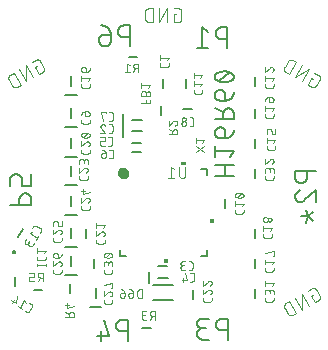
<source format=gbr>
G04 EAGLE Gerber RS-274X export*
G75*
%MOMM*%
%FSLAX34Y34*%
%LPD*%
%INSilkscreen Bottom*%
%IPPOS*%
%AMOC8*
5,1,8,0,0,1.08239X$1,22.5*%
G01*
%ADD10C,0.152400*%
%ADD11C,0.101600*%
%ADD12C,0.076200*%
%ADD13C,0.127000*%
%ADD14C,0.203200*%
%ADD15C,0.406400*%
%ADD16C,0.200000*%
%ADD17C,0.150000*%

G36*
X19411Y192407D02*
X19411Y192407D01*
X19413Y192406D01*
X19456Y192426D01*
X19500Y192444D01*
X19500Y192446D01*
X19502Y192447D01*
X19535Y192532D01*
X19535Y195072D01*
X19534Y195074D01*
X19535Y195076D01*
X19515Y195119D01*
X19497Y195163D01*
X19495Y195163D01*
X19494Y195165D01*
X19409Y195198D01*
X15599Y195198D01*
X15597Y195197D01*
X15595Y195198D01*
X15552Y195178D01*
X15508Y195160D01*
X15508Y195158D01*
X15506Y195157D01*
X15473Y195072D01*
X15473Y192532D01*
X15474Y192530D01*
X15473Y192528D01*
X15493Y192485D01*
X15511Y192441D01*
X15513Y192441D01*
X15514Y192439D01*
X15599Y192406D01*
X19409Y192406D01*
X19411Y192407D01*
G37*
G36*
X42674Y142868D02*
X42674Y142868D01*
X42676Y142867D01*
X42719Y142887D01*
X42763Y142905D01*
X42763Y142907D01*
X42765Y142908D01*
X42798Y142993D01*
X42798Y146803D01*
X42797Y146805D01*
X42798Y146807D01*
X42778Y146850D01*
X42760Y146894D01*
X42758Y146894D01*
X42757Y146896D01*
X42672Y146929D01*
X40132Y146929D01*
X40130Y146928D01*
X40128Y146929D01*
X40085Y146909D01*
X40041Y146891D01*
X40041Y146889D01*
X40039Y146888D01*
X40006Y146803D01*
X40006Y142993D01*
X40007Y142991D01*
X40006Y142989D01*
X40026Y142946D01*
X40044Y142902D01*
X40046Y142902D01*
X40047Y142900D01*
X40132Y142867D01*
X42672Y142867D01*
X42674Y142868D01*
G37*
G36*
X4408Y109603D02*
X4408Y109603D01*
X4410Y109602D01*
X4453Y109622D01*
X4497Y109640D01*
X4497Y109642D01*
X4499Y109643D01*
X4532Y109728D01*
X4532Y112268D01*
X4531Y112270D01*
X4532Y112272D01*
X4512Y112315D01*
X4494Y112359D01*
X4492Y112359D01*
X4491Y112361D01*
X4406Y112394D01*
X596Y112394D01*
X594Y112393D01*
X592Y112394D01*
X549Y112374D01*
X505Y112356D01*
X505Y112354D01*
X503Y112353D01*
X470Y112268D01*
X470Y109728D01*
X471Y109726D01*
X470Y109724D01*
X490Y109681D01*
X508Y109637D01*
X510Y109637D01*
X511Y109635D01*
X596Y109602D01*
X4406Y109602D01*
X4408Y109603D01*
G37*
D10*
X43625Y183325D02*
X59881Y183325D01*
X52656Y183325D02*
X52656Y192356D01*
X59881Y192356D02*
X43625Y192356D01*
X56268Y199477D02*
X59881Y203992D01*
X43625Y203992D01*
X43625Y199477D02*
X43625Y208508D01*
X52656Y215108D02*
X52656Y220527D01*
X52655Y220527D02*
X52653Y220645D01*
X52647Y220763D01*
X52638Y220881D01*
X52624Y220998D01*
X52607Y221115D01*
X52586Y221232D01*
X52561Y221347D01*
X52532Y221462D01*
X52499Y221576D01*
X52463Y221688D01*
X52423Y221799D01*
X52380Y221909D01*
X52333Y222018D01*
X52283Y222125D01*
X52228Y222230D01*
X52171Y222333D01*
X52110Y222434D01*
X52046Y222534D01*
X51979Y222631D01*
X51909Y222726D01*
X51835Y222818D01*
X51759Y222909D01*
X51679Y222996D01*
X51597Y223081D01*
X51512Y223163D01*
X51425Y223243D01*
X51334Y223319D01*
X51242Y223393D01*
X51147Y223463D01*
X51050Y223530D01*
X50950Y223594D01*
X50849Y223655D01*
X50746Y223712D01*
X50641Y223767D01*
X50534Y223817D01*
X50425Y223864D01*
X50315Y223907D01*
X50204Y223947D01*
X50092Y223983D01*
X49978Y224016D01*
X49863Y224045D01*
X49748Y224070D01*
X49631Y224091D01*
X49514Y224108D01*
X49397Y224122D01*
X49279Y224131D01*
X49161Y224137D01*
X49043Y224139D01*
X48140Y224139D01*
X48140Y224140D02*
X48007Y224138D01*
X47875Y224132D01*
X47743Y224122D01*
X47611Y224109D01*
X47479Y224091D01*
X47349Y224070D01*
X47218Y224045D01*
X47089Y224016D01*
X46961Y223983D01*
X46833Y223947D01*
X46707Y223907D01*
X46582Y223863D01*
X46458Y223815D01*
X46336Y223764D01*
X46215Y223709D01*
X46096Y223651D01*
X45978Y223589D01*
X45863Y223524D01*
X45749Y223455D01*
X45638Y223384D01*
X45529Y223308D01*
X45422Y223230D01*
X45317Y223149D01*
X45215Y223064D01*
X45115Y222977D01*
X45018Y222887D01*
X44923Y222794D01*
X44832Y222698D01*
X44743Y222600D01*
X44657Y222499D01*
X44574Y222395D01*
X44494Y222289D01*
X44418Y222181D01*
X44344Y222071D01*
X44274Y221958D01*
X44207Y221844D01*
X44144Y221727D01*
X44084Y221609D01*
X44027Y221489D01*
X43974Y221367D01*
X43925Y221244D01*
X43879Y221120D01*
X43837Y220994D01*
X43799Y220867D01*
X43764Y220739D01*
X43733Y220610D01*
X43706Y220481D01*
X43683Y220350D01*
X43663Y220219D01*
X43648Y220087D01*
X43636Y219955D01*
X43628Y219823D01*
X43624Y219690D01*
X43624Y219558D01*
X43628Y219425D01*
X43636Y219293D01*
X43648Y219161D01*
X43663Y219029D01*
X43683Y218898D01*
X43706Y218767D01*
X43733Y218638D01*
X43764Y218509D01*
X43799Y218381D01*
X43837Y218254D01*
X43879Y218128D01*
X43925Y218004D01*
X43974Y217881D01*
X44027Y217759D01*
X44084Y217639D01*
X44144Y217521D01*
X44207Y217404D01*
X44274Y217290D01*
X44344Y217177D01*
X44418Y217067D01*
X44494Y216959D01*
X44574Y216853D01*
X44657Y216749D01*
X44743Y216648D01*
X44832Y216550D01*
X44923Y216454D01*
X45018Y216361D01*
X45115Y216271D01*
X45215Y216184D01*
X45317Y216099D01*
X45422Y216018D01*
X45529Y215940D01*
X45638Y215864D01*
X45749Y215793D01*
X45863Y215724D01*
X45978Y215659D01*
X46096Y215597D01*
X46215Y215539D01*
X46336Y215484D01*
X46458Y215433D01*
X46582Y215385D01*
X46707Y215341D01*
X46833Y215301D01*
X46961Y215265D01*
X47089Y215232D01*
X47218Y215203D01*
X47349Y215178D01*
X47479Y215157D01*
X47611Y215139D01*
X47743Y215126D01*
X47875Y215116D01*
X48007Y215110D01*
X48140Y215108D01*
X52656Y215108D01*
X52831Y215110D01*
X53005Y215116D01*
X53179Y215127D01*
X53353Y215142D01*
X53527Y215161D01*
X53700Y215184D01*
X53872Y215211D01*
X54044Y215243D01*
X54215Y215278D01*
X54385Y215318D01*
X54554Y215362D01*
X54722Y215410D01*
X54889Y215462D01*
X55054Y215518D01*
X55218Y215578D01*
X55381Y215641D01*
X55541Y215709D01*
X55701Y215781D01*
X55858Y215856D01*
X56014Y215936D01*
X56167Y216019D01*
X56319Y216105D01*
X56468Y216196D01*
X56615Y216290D01*
X56760Y216387D01*
X56903Y216488D01*
X57043Y216592D01*
X57180Y216700D01*
X57315Y216811D01*
X57447Y216925D01*
X57576Y217042D01*
X57703Y217163D01*
X57826Y217286D01*
X57947Y217413D01*
X58064Y217542D01*
X58178Y217674D01*
X58289Y217809D01*
X58397Y217946D01*
X58501Y218086D01*
X58602Y218229D01*
X58699Y218374D01*
X58793Y218521D01*
X58884Y218670D01*
X58970Y218822D01*
X59053Y218975D01*
X59133Y219131D01*
X59208Y219288D01*
X59280Y219448D01*
X59348Y219608D01*
X59411Y219771D01*
X59471Y219935D01*
X59527Y220100D01*
X59579Y220267D01*
X59627Y220435D01*
X59671Y220604D01*
X59711Y220774D01*
X59746Y220945D01*
X59778Y221117D01*
X59805Y221289D01*
X59828Y221462D01*
X59847Y221636D01*
X59862Y221810D01*
X59873Y221984D01*
X59879Y222158D01*
X59881Y222333D01*
X59881Y231352D02*
X43625Y231352D01*
X59881Y231352D02*
X59881Y235867D01*
X59879Y236000D01*
X59873Y236132D01*
X59863Y236264D01*
X59850Y236396D01*
X59832Y236528D01*
X59811Y236658D01*
X59786Y236789D01*
X59757Y236918D01*
X59724Y237046D01*
X59688Y237174D01*
X59648Y237300D01*
X59604Y237425D01*
X59556Y237549D01*
X59505Y237671D01*
X59450Y237792D01*
X59392Y237911D01*
X59330Y238029D01*
X59265Y238144D01*
X59196Y238258D01*
X59125Y238369D01*
X59049Y238478D01*
X58971Y238585D01*
X58890Y238690D01*
X58805Y238792D01*
X58718Y238892D01*
X58628Y238989D01*
X58535Y239084D01*
X58439Y239175D01*
X58341Y239264D01*
X58240Y239350D01*
X58136Y239433D01*
X58030Y239513D01*
X57922Y239589D01*
X57812Y239663D01*
X57699Y239733D01*
X57585Y239800D01*
X57468Y239863D01*
X57350Y239923D01*
X57230Y239980D01*
X57108Y240033D01*
X56985Y240082D01*
X56861Y240128D01*
X56735Y240170D01*
X56608Y240208D01*
X56480Y240243D01*
X56351Y240274D01*
X56222Y240301D01*
X56091Y240324D01*
X55960Y240344D01*
X55828Y240359D01*
X55696Y240371D01*
X55564Y240379D01*
X55431Y240383D01*
X55299Y240383D01*
X55166Y240379D01*
X55034Y240371D01*
X54902Y240359D01*
X54770Y240344D01*
X54639Y240324D01*
X54508Y240301D01*
X54379Y240274D01*
X54250Y240243D01*
X54122Y240208D01*
X53995Y240170D01*
X53869Y240128D01*
X53745Y240082D01*
X53622Y240033D01*
X53500Y239980D01*
X53380Y239923D01*
X53262Y239863D01*
X53145Y239800D01*
X53031Y239733D01*
X52918Y239663D01*
X52808Y239589D01*
X52700Y239513D01*
X52594Y239433D01*
X52490Y239350D01*
X52389Y239264D01*
X52291Y239175D01*
X52195Y239084D01*
X52102Y238989D01*
X52012Y238892D01*
X51925Y238792D01*
X51840Y238690D01*
X51759Y238585D01*
X51681Y238478D01*
X51605Y238369D01*
X51534Y238258D01*
X51465Y238144D01*
X51400Y238029D01*
X51338Y237911D01*
X51280Y237792D01*
X51225Y237671D01*
X51174Y237549D01*
X51126Y237425D01*
X51082Y237300D01*
X51042Y237174D01*
X51006Y237046D01*
X50973Y236918D01*
X50944Y236789D01*
X50919Y236658D01*
X50898Y236528D01*
X50880Y236396D01*
X50867Y236264D01*
X50857Y236132D01*
X50851Y236000D01*
X50849Y235867D01*
X50849Y231352D01*
X50849Y236771D02*
X43625Y240383D01*
X52656Y246892D02*
X52656Y252310D01*
X52655Y252310D02*
X52653Y252428D01*
X52647Y252546D01*
X52638Y252664D01*
X52624Y252781D01*
X52607Y252898D01*
X52586Y253015D01*
X52561Y253130D01*
X52532Y253245D01*
X52499Y253359D01*
X52463Y253471D01*
X52423Y253582D01*
X52380Y253692D01*
X52333Y253801D01*
X52283Y253908D01*
X52228Y254013D01*
X52171Y254116D01*
X52110Y254217D01*
X52046Y254317D01*
X51979Y254414D01*
X51909Y254509D01*
X51835Y254601D01*
X51759Y254692D01*
X51679Y254779D01*
X51597Y254864D01*
X51512Y254946D01*
X51425Y255026D01*
X51334Y255102D01*
X51242Y255176D01*
X51147Y255246D01*
X51050Y255313D01*
X50950Y255377D01*
X50849Y255438D01*
X50746Y255495D01*
X50641Y255550D01*
X50534Y255600D01*
X50425Y255647D01*
X50315Y255690D01*
X50204Y255730D01*
X50092Y255766D01*
X49978Y255799D01*
X49863Y255828D01*
X49748Y255853D01*
X49631Y255874D01*
X49514Y255891D01*
X49397Y255905D01*
X49279Y255914D01*
X49161Y255920D01*
X49043Y255922D01*
X49043Y255923D02*
X48140Y255923D01*
X48007Y255921D01*
X47875Y255915D01*
X47743Y255905D01*
X47611Y255892D01*
X47479Y255874D01*
X47349Y255853D01*
X47218Y255828D01*
X47089Y255799D01*
X46961Y255766D01*
X46833Y255730D01*
X46707Y255690D01*
X46582Y255646D01*
X46458Y255598D01*
X46336Y255547D01*
X46215Y255492D01*
X46096Y255434D01*
X45978Y255372D01*
X45863Y255307D01*
X45749Y255238D01*
X45638Y255167D01*
X45529Y255091D01*
X45422Y255013D01*
X45317Y254932D01*
X45215Y254847D01*
X45115Y254760D01*
X45018Y254670D01*
X44923Y254577D01*
X44832Y254481D01*
X44743Y254383D01*
X44657Y254282D01*
X44574Y254178D01*
X44494Y254072D01*
X44418Y253964D01*
X44344Y253854D01*
X44274Y253741D01*
X44207Y253627D01*
X44144Y253510D01*
X44084Y253392D01*
X44027Y253272D01*
X43974Y253150D01*
X43925Y253027D01*
X43879Y252903D01*
X43837Y252777D01*
X43799Y252650D01*
X43764Y252522D01*
X43733Y252393D01*
X43706Y252264D01*
X43683Y252133D01*
X43663Y252002D01*
X43648Y251870D01*
X43636Y251738D01*
X43628Y251606D01*
X43624Y251473D01*
X43624Y251341D01*
X43628Y251208D01*
X43636Y251076D01*
X43648Y250944D01*
X43663Y250812D01*
X43683Y250681D01*
X43706Y250550D01*
X43733Y250421D01*
X43764Y250292D01*
X43799Y250164D01*
X43837Y250037D01*
X43879Y249911D01*
X43925Y249787D01*
X43974Y249664D01*
X44027Y249542D01*
X44084Y249422D01*
X44144Y249304D01*
X44207Y249187D01*
X44274Y249073D01*
X44344Y248960D01*
X44418Y248850D01*
X44494Y248742D01*
X44574Y248636D01*
X44657Y248532D01*
X44743Y248431D01*
X44832Y248333D01*
X44923Y248237D01*
X45018Y248144D01*
X45115Y248054D01*
X45215Y247967D01*
X45317Y247882D01*
X45422Y247801D01*
X45529Y247723D01*
X45638Y247647D01*
X45749Y247576D01*
X45863Y247507D01*
X45978Y247442D01*
X46096Y247380D01*
X46215Y247322D01*
X46336Y247267D01*
X46458Y247216D01*
X46582Y247168D01*
X46707Y247124D01*
X46833Y247084D01*
X46961Y247048D01*
X47089Y247015D01*
X47218Y246986D01*
X47349Y246961D01*
X47479Y246940D01*
X47611Y246922D01*
X47743Y246909D01*
X47875Y246899D01*
X48007Y246893D01*
X48140Y246891D01*
X48140Y246892D02*
X52656Y246892D01*
X52656Y246891D02*
X52831Y246893D01*
X53005Y246899D01*
X53179Y246910D01*
X53353Y246925D01*
X53527Y246944D01*
X53700Y246967D01*
X53872Y246994D01*
X54044Y247026D01*
X54215Y247061D01*
X54385Y247101D01*
X54554Y247145D01*
X54722Y247193D01*
X54889Y247245D01*
X55054Y247301D01*
X55218Y247361D01*
X55381Y247424D01*
X55541Y247492D01*
X55701Y247564D01*
X55858Y247639D01*
X56014Y247719D01*
X56167Y247802D01*
X56319Y247888D01*
X56468Y247979D01*
X56615Y248073D01*
X56760Y248170D01*
X56903Y248271D01*
X57043Y248375D01*
X57180Y248483D01*
X57315Y248594D01*
X57447Y248708D01*
X57576Y248825D01*
X57703Y248946D01*
X57826Y249069D01*
X57947Y249196D01*
X58064Y249325D01*
X58178Y249457D01*
X58289Y249592D01*
X58397Y249729D01*
X58501Y249869D01*
X58602Y250012D01*
X58699Y250157D01*
X58793Y250304D01*
X58884Y250453D01*
X58970Y250605D01*
X59053Y250758D01*
X59133Y250914D01*
X59208Y251071D01*
X59280Y251231D01*
X59348Y251391D01*
X59411Y251554D01*
X59471Y251718D01*
X59527Y251883D01*
X59579Y252050D01*
X59627Y252218D01*
X59671Y252387D01*
X59711Y252557D01*
X59746Y252728D01*
X59778Y252900D01*
X59805Y253072D01*
X59828Y253245D01*
X59847Y253419D01*
X59862Y253593D01*
X59873Y253767D01*
X59879Y253941D01*
X59881Y254116D01*
X57623Y263878D02*
X57334Y263741D01*
X57042Y263611D01*
X56746Y263488D01*
X56448Y263373D01*
X56147Y263264D01*
X55844Y263163D01*
X55538Y263069D01*
X55231Y262982D01*
X54921Y262903D01*
X54609Y262831D01*
X54296Y262767D01*
X53981Y262710D01*
X53665Y262660D01*
X53348Y262618D01*
X53030Y262584D01*
X52712Y262557D01*
X52392Y262538D01*
X52073Y262527D01*
X51753Y262523D01*
X57623Y263877D02*
X57731Y263916D01*
X57838Y263959D01*
X57943Y264005D01*
X58047Y264056D01*
X58149Y264109D01*
X58249Y264166D01*
X58347Y264227D01*
X58442Y264291D01*
X58536Y264358D01*
X58627Y264429D01*
X58716Y264502D01*
X58802Y264579D01*
X58885Y264658D01*
X58966Y264740D01*
X59044Y264825D01*
X59118Y264913D01*
X59190Y265003D01*
X59258Y265095D01*
X59324Y265190D01*
X59386Y265287D01*
X59444Y265386D01*
X59500Y265488D01*
X59551Y265590D01*
X59599Y265695D01*
X59644Y265801D01*
X59685Y265909D01*
X59722Y266018D01*
X59755Y266128D01*
X59784Y266240D01*
X59810Y266352D01*
X59832Y266465D01*
X59849Y266579D01*
X59863Y266693D01*
X59873Y266808D01*
X59879Y266923D01*
X59881Y267038D01*
X59879Y267153D01*
X59873Y267268D01*
X59863Y267383D01*
X59849Y267497D01*
X59832Y267611D01*
X59810Y267724D01*
X59784Y267836D01*
X59755Y267948D01*
X59722Y268058D01*
X59685Y268167D01*
X59644Y268275D01*
X59599Y268381D01*
X59551Y268486D01*
X59500Y268588D01*
X59444Y268689D01*
X59386Y268789D01*
X59324Y268886D01*
X59259Y268980D01*
X59190Y269073D01*
X59118Y269163D01*
X59044Y269251D01*
X58966Y269336D01*
X58885Y269418D01*
X58802Y269497D01*
X58716Y269574D01*
X58627Y269647D01*
X58536Y269718D01*
X58442Y269785D01*
X58347Y269849D01*
X58249Y269910D01*
X58149Y269967D01*
X58047Y270020D01*
X57943Y270071D01*
X57838Y270117D01*
X57731Y270160D01*
X57623Y270199D01*
X57334Y270336D01*
X57042Y270466D01*
X56746Y270589D01*
X56448Y270704D01*
X56147Y270813D01*
X55844Y270914D01*
X55538Y271008D01*
X55231Y271095D01*
X54921Y271174D01*
X54609Y271246D01*
X54296Y271310D01*
X53981Y271367D01*
X53665Y271417D01*
X53348Y271459D01*
X53030Y271493D01*
X52712Y271520D01*
X52392Y271539D01*
X52073Y271550D01*
X51753Y271554D01*
X51753Y262523D02*
X51433Y262527D01*
X51114Y262538D01*
X50794Y262557D01*
X50476Y262584D01*
X50158Y262618D01*
X49841Y262660D01*
X49525Y262710D01*
X49210Y262767D01*
X48897Y262831D01*
X48585Y262903D01*
X48275Y262982D01*
X47968Y263069D01*
X47662Y263163D01*
X47359Y263264D01*
X47058Y263373D01*
X46760Y263488D01*
X46464Y263611D01*
X46172Y263741D01*
X45883Y263878D01*
X45882Y263877D02*
X45774Y263916D01*
X45667Y263959D01*
X45562Y264005D01*
X45458Y264056D01*
X45356Y264109D01*
X45256Y264166D01*
X45158Y264227D01*
X45063Y264291D01*
X44969Y264358D01*
X44878Y264429D01*
X44789Y264502D01*
X44703Y264579D01*
X44620Y264658D01*
X44539Y264740D01*
X44461Y264825D01*
X44387Y264913D01*
X44315Y265003D01*
X44246Y265096D01*
X44181Y265190D01*
X44119Y265287D01*
X44061Y265387D01*
X44005Y265488D01*
X43954Y265590D01*
X43906Y265695D01*
X43861Y265801D01*
X43820Y265909D01*
X43783Y266018D01*
X43750Y266128D01*
X43721Y266240D01*
X43695Y266352D01*
X43673Y266465D01*
X43656Y266579D01*
X43642Y266693D01*
X43632Y266808D01*
X43626Y266923D01*
X43624Y267038D01*
X45883Y270198D02*
X46172Y270335D01*
X46464Y270465D01*
X46760Y270588D01*
X47058Y270703D01*
X47359Y270812D01*
X47662Y270913D01*
X47968Y271007D01*
X48275Y271094D01*
X48585Y271173D01*
X48897Y271245D01*
X49210Y271309D01*
X49525Y271366D01*
X49841Y271416D01*
X50158Y271458D01*
X50476Y271492D01*
X50794Y271519D01*
X51114Y271538D01*
X51433Y271549D01*
X51753Y271553D01*
X45882Y270199D02*
X45774Y270160D01*
X45667Y270117D01*
X45562Y270071D01*
X45458Y270020D01*
X45356Y269967D01*
X45256Y269910D01*
X45158Y269849D01*
X45063Y269785D01*
X44969Y269718D01*
X44878Y269647D01*
X44789Y269574D01*
X44703Y269497D01*
X44620Y269418D01*
X44539Y269336D01*
X44461Y269251D01*
X44387Y269163D01*
X44315Y269073D01*
X44246Y268980D01*
X44181Y268886D01*
X44119Y268789D01*
X44061Y268689D01*
X44005Y268588D01*
X43954Y268485D01*
X43906Y268381D01*
X43861Y268275D01*
X43820Y268167D01*
X43783Y268058D01*
X43750Y267948D01*
X43721Y267836D01*
X43695Y267724D01*
X43673Y267611D01*
X43656Y267497D01*
X43642Y267383D01*
X43632Y267268D01*
X43626Y267153D01*
X43624Y267038D01*
X47237Y263426D02*
X56268Y270651D01*
D11*
X-106778Y275884D02*
X-108464Y274910D01*
X-105219Y269289D01*
X-101846Y271236D01*
X-101846Y271237D02*
X-101761Y271288D01*
X-101678Y271343D01*
X-101597Y271400D01*
X-101518Y271461D01*
X-101442Y271525D01*
X-101368Y271592D01*
X-101297Y271661D01*
X-101228Y271733D01*
X-101162Y271808D01*
X-101100Y271885D01*
X-101040Y271964D01*
X-100983Y272046D01*
X-100930Y272130D01*
X-100879Y272216D01*
X-100832Y272303D01*
X-100789Y272393D01*
X-100749Y272484D01*
X-100712Y272576D01*
X-100679Y272670D01*
X-100650Y272765D01*
X-100624Y272861D01*
X-100602Y272958D01*
X-100584Y273056D01*
X-100569Y273154D01*
X-100558Y273253D01*
X-100551Y273352D01*
X-100548Y273452D01*
X-100549Y273551D01*
X-100553Y273651D01*
X-100562Y273750D01*
X-100574Y273848D01*
X-100589Y273947D01*
X-100609Y274044D01*
X-100632Y274141D01*
X-100659Y274237D01*
X-100690Y274331D01*
X-100724Y274425D01*
X-100762Y274517D01*
X-100803Y274607D01*
X-100848Y274696D01*
X-100896Y274783D01*
X-104141Y280404D01*
X-104142Y280404D02*
X-104193Y280489D01*
X-104248Y280572D01*
X-104305Y280653D01*
X-104366Y280732D01*
X-104430Y280808D01*
X-104497Y280882D01*
X-104566Y280953D01*
X-104638Y281022D01*
X-104713Y281088D01*
X-104790Y281150D01*
X-104869Y281210D01*
X-104951Y281267D01*
X-105035Y281320D01*
X-105121Y281371D01*
X-105208Y281418D01*
X-105298Y281461D01*
X-105389Y281501D01*
X-105481Y281538D01*
X-105575Y281571D01*
X-105670Y281600D01*
X-105766Y281626D01*
X-105863Y281648D01*
X-105961Y281666D01*
X-106059Y281681D01*
X-106158Y281692D01*
X-106257Y281699D01*
X-106357Y281702D01*
X-106456Y281701D01*
X-106556Y281697D01*
X-106655Y281688D01*
X-106753Y281676D01*
X-106852Y281661D01*
X-106949Y281641D01*
X-107046Y281618D01*
X-107142Y281591D01*
X-107236Y281560D01*
X-107330Y281526D01*
X-107422Y281488D01*
X-107512Y281447D01*
X-107601Y281402D01*
X-107688Y281354D01*
X-107688Y281355D02*
X-111061Y279408D01*
X-115998Y276557D02*
X-110156Y266438D01*
X-115777Y263193D02*
X-115998Y276557D01*
X-121619Y273312D02*
X-115777Y263193D01*
X-120714Y260342D02*
X-126556Y270461D01*
X-129367Y268838D01*
X-129367Y268839D02*
X-129464Y268781D01*
X-129559Y268719D01*
X-129652Y268654D01*
X-129742Y268586D01*
X-129830Y268515D01*
X-129916Y268440D01*
X-129999Y268363D01*
X-130079Y268283D01*
X-130156Y268200D01*
X-130231Y268114D01*
X-130302Y268026D01*
X-130370Y267936D01*
X-130435Y267843D01*
X-130497Y267748D01*
X-130555Y267651D01*
X-130610Y267552D01*
X-130661Y267451D01*
X-130709Y267348D01*
X-130754Y267244D01*
X-130794Y267138D01*
X-130831Y267031D01*
X-130864Y266923D01*
X-130894Y266813D01*
X-130919Y266703D01*
X-130941Y266592D01*
X-130958Y266480D01*
X-130972Y266367D01*
X-130982Y266254D01*
X-130988Y266141D01*
X-130990Y266028D01*
X-130988Y265915D01*
X-130982Y265802D01*
X-130972Y265689D01*
X-130958Y265576D01*
X-130941Y265464D01*
X-130919Y265353D01*
X-130894Y265243D01*
X-130864Y265133D01*
X-130831Y265025D01*
X-130794Y264918D01*
X-130754Y264812D01*
X-130709Y264708D01*
X-130661Y264605D01*
X-130610Y264504D01*
X-130555Y264405D01*
X-127959Y259908D01*
X-127959Y259907D02*
X-127901Y259810D01*
X-127839Y259715D01*
X-127774Y259622D01*
X-127706Y259532D01*
X-127635Y259444D01*
X-127560Y259358D01*
X-127483Y259275D01*
X-127403Y259195D01*
X-127320Y259118D01*
X-127234Y259043D01*
X-127146Y258972D01*
X-127056Y258904D01*
X-126963Y258839D01*
X-126868Y258777D01*
X-126771Y258719D01*
X-126672Y258664D01*
X-126571Y258613D01*
X-126468Y258565D01*
X-126364Y258520D01*
X-126258Y258480D01*
X-126151Y258443D01*
X-126043Y258410D01*
X-125933Y258380D01*
X-125823Y258355D01*
X-125712Y258333D01*
X-125600Y258316D01*
X-125487Y258302D01*
X-125374Y258292D01*
X-125261Y258286D01*
X-125148Y258284D01*
X-125035Y258286D01*
X-124922Y258292D01*
X-124809Y258302D01*
X-124696Y258316D01*
X-124584Y258333D01*
X-124473Y258355D01*
X-124363Y258380D01*
X-124253Y258410D01*
X-124145Y258443D01*
X-124038Y258480D01*
X-123932Y258520D01*
X-123828Y258565D01*
X-123725Y258613D01*
X-123624Y258664D01*
X-123525Y258719D01*
X-123525Y258720D02*
X-120714Y260342D01*
X124922Y81511D02*
X126609Y82485D01*
X124922Y81511D02*
X128168Y75890D01*
X131541Y77837D01*
X131626Y77888D01*
X131709Y77943D01*
X131790Y78001D01*
X131869Y78061D01*
X131945Y78125D01*
X132019Y78192D01*
X132090Y78261D01*
X132159Y78333D01*
X132225Y78408D01*
X132287Y78485D01*
X132347Y78565D01*
X132404Y78646D01*
X132457Y78730D01*
X132508Y78816D01*
X132555Y78904D01*
X132598Y78993D01*
X132638Y79084D01*
X132675Y79176D01*
X132708Y79270D01*
X132737Y79365D01*
X132763Y79461D01*
X132785Y79558D01*
X132803Y79656D01*
X132818Y79754D01*
X132829Y79853D01*
X132836Y79952D01*
X132839Y80052D01*
X132838Y80151D01*
X132834Y80251D01*
X132825Y80350D01*
X132813Y80449D01*
X132798Y80547D01*
X132778Y80644D01*
X132755Y80741D01*
X132728Y80837D01*
X132697Y80931D01*
X132663Y81025D01*
X132625Y81117D01*
X132584Y81207D01*
X132539Y81296D01*
X132491Y81383D01*
X132491Y81384D02*
X129246Y87005D01*
X129245Y87005D02*
X129194Y87090D01*
X129139Y87173D01*
X129082Y87254D01*
X129021Y87333D01*
X128957Y87409D01*
X128890Y87483D01*
X128821Y87554D01*
X128749Y87623D01*
X128674Y87689D01*
X128597Y87751D01*
X128518Y87811D01*
X128436Y87868D01*
X128352Y87921D01*
X128266Y87972D01*
X128179Y88019D01*
X128089Y88062D01*
X127998Y88102D01*
X127906Y88139D01*
X127812Y88172D01*
X127717Y88201D01*
X127621Y88227D01*
X127524Y88249D01*
X127426Y88267D01*
X127328Y88282D01*
X127229Y88293D01*
X127130Y88300D01*
X127030Y88303D01*
X126931Y88302D01*
X126831Y88298D01*
X126732Y88289D01*
X126634Y88277D01*
X126535Y88262D01*
X126438Y88242D01*
X126341Y88219D01*
X126245Y88192D01*
X126151Y88161D01*
X126057Y88127D01*
X125965Y88089D01*
X125875Y88048D01*
X125786Y88003D01*
X125699Y87955D01*
X122326Y86008D01*
X117389Y83158D02*
X123231Y73039D01*
X117609Y69794D02*
X117389Y83158D01*
X111767Y79912D02*
X117609Y69794D01*
X112672Y66943D02*
X106830Y77062D01*
X104020Y75439D01*
X104019Y75439D02*
X103922Y75381D01*
X103827Y75319D01*
X103734Y75254D01*
X103644Y75186D01*
X103556Y75115D01*
X103470Y75040D01*
X103387Y74963D01*
X103307Y74883D01*
X103230Y74800D01*
X103155Y74714D01*
X103084Y74626D01*
X103016Y74536D01*
X102951Y74443D01*
X102889Y74348D01*
X102831Y74251D01*
X102776Y74152D01*
X102725Y74051D01*
X102677Y73948D01*
X102632Y73844D01*
X102592Y73738D01*
X102555Y73631D01*
X102522Y73523D01*
X102492Y73413D01*
X102467Y73303D01*
X102445Y73192D01*
X102428Y73080D01*
X102414Y72967D01*
X102404Y72854D01*
X102398Y72741D01*
X102396Y72628D01*
X102398Y72515D01*
X102404Y72402D01*
X102414Y72289D01*
X102428Y72176D01*
X102445Y72064D01*
X102467Y71953D01*
X102492Y71843D01*
X102522Y71733D01*
X102555Y71625D01*
X102592Y71518D01*
X102632Y71412D01*
X102677Y71308D01*
X102724Y71205D01*
X102776Y71104D01*
X102831Y71005D01*
X102832Y71005D02*
X105428Y66508D01*
X105486Y66411D01*
X105548Y66316D01*
X105613Y66223D01*
X105681Y66133D01*
X105752Y66045D01*
X105827Y65959D01*
X105904Y65876D01*
X105984Y65796D01*
X106067Y65719D01*
X106153Y65644D01*
X106241Y65573D01*
X106331Y65505D01*
X106424Y65440D01*
X106519Y65378D01*
X106616Y65320D01*
X106715Y65265D01*
X106816Y65214D01*
X106919Y65166D01*
X107023Y65121D01*
X107129Y65081D01*
X107236Y65044D01*
X107344Y65011D01*
X107454Y64981D01*
X107564Y64956D01*
X107675Y64934D01*
X107787Y64917D01*
X107900Y64903D01*
X108013Y64893D01*
X108126Y64887D01*
X108239Y64885D01*
X108352Y64887D01*
X108465Y64893D01*
X108578Y64903D01*
X108691Y64917D01*
X108803Y64934D01*
X108914Y64956D01*
X109024Y64981D01*
X109134Y65011D01*
X109242Y65044D01*
X109349Y65081D01*
X109455Y65121D01*
X109559Y65166D01*
X109662Y65214D01*
X109763Y65265D01*
X109862Y65320D01*
X112672Y66943D01*
X10894Y319737D02*
X8946Y319737D01*
X8946Y313246D01*
X12841Y313246D01*
X12940Y313248D01*
X13040Y313254D01*
X13139Y313263D01*
X13237Y313276D01*
X13335Y313293D01*
X13433Y313314D01*
X13529Y313339D01*
X13624Y313367D01*
X13718Y313399D01*
X13811Y313434D01*
X13903Y313473D01*
X13993Y313516D01*
X14081Y313561D01*
X14168Y313611D01*
X14252Y313663D01*
X14335Y313719D01*
X14415Y313777D01*
X14493Y313839D01*
X14568Y313904D01*
X14641Y313972D01*
X14711Y314042D01*
X14779Y314115D01*
X14844Y314190D01*
X14906Y314268D01*
X14964Y314348D01*
X15020Y314431D01*
X15072Y314515D01*
X15122Y314602D01*
X15167Y314690D01*
X15210Y314780D01*
X15249Y314872D01*
X15284Y314965D01*
X15316Y315059D01*
X15344Y315154D01*
X15369Y315250D01*
X15390Y315348D01*
X15407Y315446D01*
X15420Y315544D01*
X15429Y315643D01*
X15435Y315743D01*
X15437Y315842D01*
X15438Y315842D02*
X15438Y322333D01*
X15437Y322333D02*
X15435Y322432D01*
X15429Y322532D01*
X15420Y322631D01*
X15407Y322729D01*
X15390Y322827D01*
X15369Y322925D01*
X15344Y323021D01*
X15316Y323116D01*
X15284Y323210D01*
X15249Y323303D01*
X15210Y323395D01*
X15167Y323485D01*
X15122Y323573D01*
X15072Y323660D01*
X15020Y323744D01*
X14964Y323827D01*
X14906Y323907D01*
X14844Y323985D01*
X14779Y324060D01*
X14711Y324133D01*
X14641Y324203D01*
X14568Y324271D01*
X14493Y324336D01*
X14415Y324398D01*
X14335Y324456D01*
X14252Y324512D01*
X14168Y324564D01*
X14081Y324614D01*
X13993Y324659D01*
X13903Y324702D01*
X13811Y324741D01*
X13718Y324776D01*
X13624Y324808D01*
X13529Y324836D01*
X13433Y324861D01*
X13335Y324882D01*
X13237Y324899D01*
X13139Y324912D01*
X13040Y324921D01*
X12940Y324927D01*
X12841Y324929D01*
X12841Y324930D02*
X8946Y324930D01*
X3246Y324930D02*
X3246Y313246D01*
X-3246Y313246D02*
X3246Y324930D01*
X-3246Y324930D02*
X-3246Y313246D01*
X-8946Y313246D02*
X-8946Y324930D01*
X-12192Y324930D01*
X-12305Y324928D01*
X-12418Y324922D01*
X-12531Y324912D01*
X-12644Y324898D01*
X-12756Y324881D01*
X-12867Y324859D01*
X-12977Y324834D01*
X-13087Y324804D01*
X-13195Y324771D01*
X-13302Y324734D01*
X-13408Y324694D01*
X-13512Y324649D01*
X-13615Y324601D01*
X-13716Y324550D01*
X-13815Y324495D01*
X-13912Y324437D01*
X-14007Y324375D01*
X-14100Y324310D01*
X-14190Y324242D01*
X-14278Y324171D01*
X-14364Y324096D01*
X-14447Y324019D01*
X-14527Y323939D01*
X-14604Y323856D01*
X-14679Y323770D01*
X-14750Y323682D01*
X-14818Y323592D01*
X-14883Y323499D01*
X-14945Y323404D01*
X-15003Y323307D01*
X-15058Y323208D01*
X-15109Y323107D01*
X-15157Y323004D01*
X-15202Y322900D01*
X-15242Y322794D01*
X-15279Y322687D01*
X-15312Y322579D01*
X-15342Y322469D01*
X-15367Y322359D01*
X-15389Y322248D01*
X-15406Y322136D01*
X-15420Y322023D01*
X-15430Y321910D01*
X-15436Y321797D01*
X-15438Y321684D01*
X-15438Y316491D01*
X-15436Y316378D01*
X-15430Y316265D01*
X-15420Y316152D01*
X-15406Y316039D01*
X-15389Y315927D01*
X-15367Y315816D01*
X-15342Y315706D01*
X-15312Y315596D01*
X-15279Y315488D01*
X-15242Y315381D01*
X-15202Y315275D01*
X-15157Y315171D01*
X-15109Y315068D01*
X-15058Y314967D01*
X-15003Y314868D01*
X-14945Y314771D01*
X-14883Y314676D01*
X-14818Y314583D01*
X-14750Y314493D01*
X-14679Y314405D01*
X-14604Y314319D01*
X-14527Y314236D01*
X-14447Y314156D01*
X-14364Y314079D01*
X-14278Y314004D01*
X-14190Y313933D01*
X-14100Y313865D01*
X-14007Y313800D01*
X-13912Y313738D01*
X-13815Y313680D01*
X-13716Y313625D01*
X-13615Y313574D01*
X-13512Y313526D01*
X-13408Y313481D01*
X-13302Y313441D01*
X-13195Y313404D01*
X-13087Y313371D01*
X-12977Y313341D01*
X-12867Y313316D01*
X-12756Y313294D01*
X-12644Y313277D01*
X-12531Y313263D01*
X-12418Y313253D01*
X-12305Y313247D01*
X-12192Y313245D01*
X-12192Y313246D02*
X-8946Y313246D01*
X125547Y265964D02*
X127234Y264990D01*
X125547Y265964D02*
X122302Y260342D01*
X125675Y258395D01*
X125675Y258396D02*
X125762Y258348D01*
X125851Y258303D01*
X125941Y258262D01*
X126033Y258224D01*
X126127Y258190D01*
X126221Y258159D01*
X126317Y258132D01*
X126414Y258109D01*
X126511Y258089D01*
X126610Y258074D01*
X126708Y258062D01*
X126807Y258053D01*
X126907Y258049D01*
X127006Y258048D01*
X127106Y258051D01*
X127205Y258058D01*
X127304Y258069D01*
X127402Y258084D01*
X127500Y258102D01*
X127597Y258124D01*
X127693Y258150D01*
X127788Y258179D01*
X127882Y258212D01*
X127974Y258249D01*
X128065Y258289D01*
X128155Y258332D01*
X128242Y258379D01*
X128328Y258430D01*
X128412Y258483D01*
X128494Y258540D01*
X128573Y258600D01*
X128650Y258662D01*
X128725Y258728D01*
X128797Y258797D01*
X128866Y258868D01*
X128933Y258942D01*
X128997Y259018D01*
X129058Y259097D01*
X129115Y259178D01*
X129170Y259261D01*
X129221Y259346D01*
X129222Y259345D02*
X132467Y264967D01*
X132515Y265054D01*
X132560Y265143D01*
X132601Y265233D01*
X132639Y265325D01*
X132673Y265419D01*
X132704Y265513D01*
X132731Y265609D01*
X132754Y265706D01*
X132774Y265803D01*
X132789Y265902D01*
X132801Y266000D01*
X132810Y266099D01*
X132814Y266199D01*
X132815Y266298D01*
X132812Y266398D01*
X132805Y266497D01*
X132794Y266596D01*
X132779Y266694D01*
X132761Y266792D01*
X132739Y266889D01*
X132713Y266985D01*
X132684Y267080D01*
X132651Y267174D01*
X132614Y267266D01*
X132574Y267357D01*
X132531Y267447D01*
X132484Y267534D01*
X132433Y267620D01*
X132380Y267704D01*
X132323Y267786D01*
X132263Y267865D01*
X132201Y267942D01*
X132135Y268017D01*
X132066Y268089D01*
X131995Y268158D01*
X131921Y268225D01*
X131845Y268289D01*
X131766Y268349D01*
X131685Y268407D01*
X131602Y268462D01*
X131517Y268513D01*
X131517Y268514D02*
X128144Y270461D01*
X123207Y273311D02*
X117365Y263193D01*
X111743Y266438D02*
X123207Y273311D01*
X117585Y276557D02*
X111743Y266438D01*
X106806Y269289D02*
X112648Y279407D01*
X109838Y281030D01*
X109838Y281031D02*
X109739Y281086D01*
X109638Y281137D01*
X109535Y281185D01*
X109431Y281230D01*
X109325Y281270D01*
X109218Y281307D01*
X109110Y281340D01*
X109000Y281370D01*
X108890Y281395D01*
X108779Y281417D01*
X108667Y281434D01*
X108554Y281448D01*
X108441Y281458D01*
X108328Y281464D01*
X108215Y281466D01*
X108102Y281464D01*
X107989Y281458D01*
X107876Y281448D01*
X107763Y281434D01*
X107651Y281417D01*
X107540Y281395D01*
X107430Y281370D01*
X107320Y281340D01*
X107212Y281307D01*
X107105Y281270D01*
X106999Y281230D01*
X106895Y281185D01*
X106792Y281137D01*
X106691Y281086D01*
X106592Y281031D01*
X106495Y280973D01*
X106400Y280911D01*
X106307Y280846D01*
X106217Y280778D01*
X106129Y280707D01*
X106043Y280632D01*
X105960Y280555D01*
X105880Y280475D01*
X105803Y280392D01*
X105728Y280306D01*
X105657Y280218D01*
X105589Y280128D01*
X105524Y280035D01*
X105462Y279940D01*
X105404Y279843D01*
X105404Y279842D02*
X102808Y275345D01*
X102807Y275345D02*
X102752Y275246D01*
X102701Y275145D01*
X102653Y275042D01*
X102608Y274938D01*
X102568Y274832D01*
X102531Y274725D01*
X102498Y274617D01*
X102468Y274507D01*
X102443Y274397D01*
X102421Y274286D01*
X102404Y274174D01*
X102390Y274061D01*
X102380Y273948D01*
X102374Y273835D01*
X102372Y273722D01*
X102374Y273609D01*
X102380Y273496D01*
X102390Y273383D01*
X102404Y273270D01*
X102421Y273158D01*
X102443Y273047D01*
X102468Y272937D01*
X102498Y272827D01*
X102531Y272719D01*
X102568Y272612D01*
X102608Y272506D01*
X102653Y272402D01*
X102701Y272299D01*
X102752Y272198D01*
X102807Y272099D01*
X102865Y272002D01*
X102927Y271907D01*
X102992Y271814D01*
X103060Y271724D01*
X103131Y271635D01*
X103206Y271550D01*
X103283Y271467D01*
X103363Y271387D01*
X103446Y271310D01*
X103532Y271235D01*
X103620Y271164D01*
X103710Y271096D01*
X103803Y271031D01*
X103898Y270969D01*
X103995Y270911D01*
X103996Y270912D02*
X106806Y269289D01*
D10*
X111760Y186938D02*
X129540Y186938D01*
X111760Y186938D02*
X111760Y181999D01*
X111762Y181859D01*
X111768Y181720D01*
X111778Y181580D01*
X111792Y181441D01*
X111809Y181302D01*
X111831Y181164D01*
X111857Y181027D01*
X111886Y180890D01*
X111919Y180754D01*
X111956Y180620D01*
X111997Y180486D01*
X112042Y180354D01*
X112091Y180222D01*
X112143Y180093D01*
X112198Y179965D01*
X112258Y179838D01*
X112321Y179713D01*
X112387Y179590D01*
X112457Y179469D01*
X112530Y179350D01*
X112607Y179233D01*
X112687Y179119D01*
X112770Y179006D01*
X112856Y178896D01*
X112946Y178789D01*
X113038Y178684D01*
X113133Y178582D01*
X113231Y178482D01*
X113332Y178385D01*
X113436Y178291D01*
X113542Y178201D01*
X113651Y178113D01*
X113762Y178028D01*
X113876Y177947D01*
X113991Y177868D01*
X114109Y177793D01*
X114230Y177722D01*
X114352Y177654D01*
X114475Y177589D01*
X114601Y177528D01*
X114729Y177470D01*
X114857Y177416D01*
X114988Y177366D01*
X115120Y177319D01*
X115253Y177276D01*
X115387Y177237D01*
X115522Y177202D01*
X115658Y177171D01*
X115796Y177143D01*
X115933Y177120D01*
X116072Y177100D01*
X116211Y177084D01*
X116350Y177072D01*
X116489Y177064D01*
X116629Y177060D01*
X116769Y177060D01*
X116909Y177064D01*
X117048Y177072D01*
X117187Y177084D01*
X117326Y177100D01*
X117465Y177120D01*
X117602Y177143D01*
X117740Y177171D01*
X117876Y177202D01*
X118011Y177237D01*
X118145Y177276D01*
X118278Y177319D01*
X118410Y177366D01*
X118541Y177416D01*
X118669Y177470D01*
X118797Y177528D01*
X118923Y177589D01*
X119046Y177654D01*
X119169Y177722D01*
X119289Y177793D01*
X119407Y177868D01*
X119522Y177947D01*
X119636Y178028D01*
X119747Y178113D01*
X119856Y178201D01*
X119962Y178291D01*
X120066Y178385D01*
X120167Y178482D01*
X120265Y178582D01*
X120360Y178684D01*
X120452Y178789D01*
X120542Y178896D01*
X120628Y179006D01*
X120711Y179119D01*
X120791Y179233D01*
X120868Y179350D01*
X120941Y179469D01*
X121011Y179590D01*
X121077Y179713D01*
X121140Y179838D01*
X121200Y179965D01*
X121255Y180093D01*
X121307Y180222D01*
X121356Y180354D01*
X121401Y180486D01*
X121442Y180620D01*
X121479Y180754D01*
X121512Y180890D01*
X121541Y181027D01*
X121567Y181164D01*
X121589Y181302D01*
X121606Y181441D01*
X121620Y181580D01*
X121630Y181720D01*
X121636Y181859D01*
X121638Y181999D01*
X121638Y186938D01*
X111760Y165510D02*
X111762Y165378D01*
X111768Y165247D01*
X111778Y165115D01*
X111791Y164984D01*
X111809Y164854D01*
X111830Y164724D01*
X111855Y164594D01*
X111884Y164466D01*
X111917Y164338D01*
X111954Y164212D01*
X111994Y164086D01*
X112038Y163962D01*
X112086Y163839D01*
X112137Y163718D01*
X112192Y163598D01*
X112250Y163480D01*
X112312Y163364D01*
X112378Y163250D01*
X112446Y163137D01*
X112518Y163027D01*
X112593Y162919D01*
X112672Y162813D01*
X112753Y162709D01*
X112838Y162608D01*
X112925Y162510D01*
X113016Y162414D01*
X113109Y162321D01*
X113205Y162230D01*
X113303Y162143D01*
X113404Y162058D01*
X113508Y161977D01*
X113614Y161898D01*
X113722Y161823D01*
X113832Y161751D01*
X113945Y161683D01*
X114059Y161617D01*
X114175Y161555D01*
X114293Y161497D01*
X114413Y161442D01*
X114534Y161391D01*
X114657Y161343D01*
X114781Y161299D01*
X114907Y161259D01*
X115033Y161222D01*
X115161Y161189D01*
X115289Y161160D01*
X115419Y161135D01*
X115549Y161114D01*
X115679Y161096D01*
X115810Y161083D01*
X115942Y161073D01*
X116073Y161067D01*
X116205Y161065D01*
X111760Y165510D02*
X111762Y165660D01*
X111768Y165809D01*
X111778Y165958D01*
X111791Y166107D01*
X111809Y166256D01*
X111830Y166404D01*
X111856Y166552D01*
X111885Y166698D01*
X111918Y166844D01*
X111955Y166989D01*
X111996Y167133D01*
X112040Y167276D01*
X112088Y167418D01*
X112140Y167558D01*
X112195Y167697D01*
X112254Y167835D01*
X112317Y167970D01*
X112383Y168105D01*
X112453Y168237D01*
X112526Y168367D01*
X112603Y168496D01*
X112683Y168623D01*
X112766Y168747D01*
X112852Y168869D01*
X112942Y168989D01*
X113035Y169106D01*
X113130Y169221D01*
X113229Y169334D01*
X113331Y169444D01*
X113435Y169551D01*
X113542Y169655D01*
X113652Y169757D01*
X113765Y169855D01*
X113880Y169951D01*
X113998Y170043D01*
X114118Y170133D01*
X114240Y170219D01*
X114364Y170302D01*
X114491Y170382D01*
X114619Y170458D01*
X114750Y170531D01*
X114883Y170601D01*
X115017Y170667D01*
X115153Y170729D01*
X115290Y170788D01*
X115429Y170844D01*
X115570Y170895D01*
X115711Y170943D01*
X119662Y162547D02*
X119569Y162451D01*
X119473Y162359D01*
X119374Y162269D01*
X119273Y162182D01*
X119170Y162098D01*
X119065Y162016D01*
X118957Y161938D01*
X118847Y161863D01*
X118735Y161790D01*
X118621Y161721D01*
X118505Y161655D01*
X118387Y161593D01*
X118268Y161534D01*
X118147Y161478D01*
X118024Y161425D01*
X117900Y161376D01*
X117775Y161331D01*
X117648Y161288D01*
X117521Y161250D01*
X117392Y161215D01*
X117263Y161184D01*
X117132Y161156D01*
X117001Y161132D01*
X116869Y161111D01*
X116737Y161095D01*
X116604Y161082D01*
X116471Y161072D01*
X116338Y161067D01*
X116205Y161065D01*
X119662Y162547D02*
X129540Y170943D01*
X129540Y161065D01*
X122626Y148695D02*
X116699Y148695D01*
X122626Y148695D02*
X127071Y145238D01*
X122626Y148695D02*
X127071Y152152D01*
X122626Y148695D02*
X120650Y143262D01*
X122626Y148695D02*
X120650Y154128D01*
X-29926Y61278D02*
X-29926Y43498D01*
X-29926Y61278D02*
X-34865Y61278D01*
X-35005Y61276D01*
X-35144Y61270D01*
X-35284Y61260D01*
X-35423Y61246D01*
X-35562Y61229D01*
X-35700Y61207D01*
X-35837Y61181D01*
X-35974Y61152D01*
X-36110Y61119D01*
X-36244Y61082D01*
X-36378Y61041D01*
X-36510Y60996D01*
X-36642Y60947D01*
X-36771Y60895D01*
X-36899Y60840D01*
X-37026Y60780D01*
X-37151Y60717D01*
X-37274Y60651D01*
X-37395Y60581D01*
X-37514Y60508D01*
X-37631Y60431D01*
X-37745Y60351D01*
X-37858Y60268D01*
X-37968Y60182D01*
X-38075Y60092D01*
X-38180Y60000D01*
X-38282Y59905D01*
X-38382Y59807D01*
X-38479Y59706D01*
X-38573Y59602D01*
X-38663Y59496D01*
X-38751Y59387D01*
X-38836Y59276D01*
X-38917Y59162D01*
X-38996Y59047D01*
X-39071Y58929D01*
X-39142Y58808D01*
X-39210Y58686D01*
X-39275Y58563D01*
X-39336Y58437D01*
X-39394Y58309D01*
X-39448Y58181D01*
X-39498Y58050D01*
X-39545Y57918D01*
X-39588Y57785D01*
X-39627Y57651D01*
X-39662Y57516D01*
X-39693Y57380D01*
X-39721Y57242D01*
X-39744Y57105D01*
X-39764Y56966D01*
X-39780Y56827D01*
X-39792Y56688D01*
X-39800Y56549D01*
X-39804Y56409D01*
X-39804Y56269D01*
X-39800Y56129D01*
X-39792Y55990D01*
X-39780Y55851D01*
X-39764Y55712D01*
X-39744Y55573D01*
X-39721Y55436D01*
X-39693Y55298D01*
X-39662Y55162D01*
X-39627Y55027D01*
X-39588Y54893D01*
X-39545Y54760D01*
X-39498Y54628D01*
X-39448Y54497D01*
X-39394Y54369D01*
X-39336Y54241D01*
X-39275Y54115D01*
X-39210Y53992D01*
X-39142Y53869D01*
X-39071Y53749D01*
X-38996Y53631D01*
X-38917Y53516D01*
X-38836Y53402D01*
X-38751Y53291D01*
X-38663Y53182D01*
X-38573Y53076D01*
X-38479Y52972D01*
X-38382Y52871D01*
X-38282Y52773D01*
X-38180Y52678D01*
X-38075Y52586D01*
X-37968Y52496D01*
X-37858Y52410D01*
X-37745Y52327D01*
X-37631Y52247D01*
X-37514Y52170D01*
X-37395Y52097D01*
X-37274Y52027D01*
X-37151Y51961D01*
X-37026Y51898D01*
X-36899Y51838D01*
X-36771Y51783D01*
X-36642Y51731D01*
X-36510Y51682D01*
X-36378Y51637D01*
X-36244Y51596D01*
X-36110Y51559D01*
X-35974Y51526D01*
X-35837Y51497D01*
X-35700Y51471D01*
X-35562Y51449D01*
X-35423Y51432D01*
X-35284Y51418D01*
X-35144Y51408D01*
X-35005Y51402D01*
X-34865Y51400D01*
X-29926Y51400D01*
X-45921Y47449D02*
X-49872Y61278D01*
X-45921Y47449D02*
X-55799Y47449D01*
X-52836Y51400D02*
X-52836Y43498D01*
X-111760Y158514D02*
X-129540Y158514D01*
X-111760Y158514D02*
X-111760Y163452D01*
X-111762Y163592D01*
X-111768Y163731D01*
X-111778Y163871D01*
X-111792Y164010D01*
X-111809Y164149D01*
X-111831Y164287D01*
X-111857Y164424D01*
X-111886Y164561D01*
X-111919Y164697D01*
X-111956Y164831D01*
X-111997Y164965D01*
X-112042Y165097D01*
X-112091Y165229D01*
X-112143Y165358D01*
X-112198Y165486D01*
X-112258Y165613D01*
X-112321Y165738D01*
X-112387Y165861D01*
X-112457Y165982D01*
X-112530Y166101D01*
X-112607Y166218D01*
X-112687Y166332D01*
X-112770Y166445D01*
X-112856Y166555D01*
X-112946Y166662D01*
X-113038Y166767D01*
X-113133Y166869D01*
X-113231Y166969D01*
X-113332Y167066D01*
X-113436Y167160D01*
X-113542Y167250D01*
X-113651Y167338D01*
X-113762Y167423D01*
X-113876Y167504D01*
X-113991Y167583D01*
X-114109Y167658D01*
X-114230Y167729D01*
X-114352Y167797D01*
X-114475Y167862D01*
X-114601Y167923D01*
X-114729Y167981D01*
X-114857Y168035D01*
X-114988Y168085D01*
X-115120Y168132D01*
X-115253Y168175D01*
X-115387Y168214D01*
X-115522Y168249D01*
X-115658Y168280D01*
X-115796Y168308D01*
X-115933Y168331D01*
X-116072Y168351D01*
X-116211Y168367D01*
X-116350Y168379D01*
X-116489Y168387D01*
X-116629Y168391D01*
X-116769Y168391D01*
X-116909Y168387D01*
X-117048Y168379D01*
X-117187Y168367D01*
X-117326Y168351D01*
X-117465Y168331D01*
X-117602Y168308D01*
X-117740Y168280D01*
X-117876Y168249D01*
X-118011Y168214D01*
X-118145Y168175D01*
X-118278Y168132D01*
X-118410Y168085D01*
X-118541Y168035D01*
X-118669Y167981D01*
X-118797Y167923D01*
X-118923Y167862D01*
X-119046Y167797D01*
X-119169Y167729D01*
X-119289Y167658D01*
X-119407Y167583D01*
X-119522Y167504D01*
X-119636Y167423D01*
X-119747Y167338D01*
X-119856Y167250D01*
X-119962Y167160D01*
X-120066Y167066D01*
X-120167Y166969D01*
X-120265Y166869D01*
X-120360Y166767D01*
X-120452Y166662D01*
X-120542Y166555D01*
X-120628Y166445D01*
X-120711Y166332D01*
X-120791Y166218D01*
X-120868Y166101D01*
X-120941Y165982D01*
X-121011Y165861D01*
X-121077Y165738D01*
X-121140Y165613D01*
X-121200Y165486D01*
X-121255Y165358D01*
X-121307Y165229D01*
X-121356Y165097D01*
X-121401Y164965D01*
X-121442Y164831D01*
X-121479Y164697D01*
X-121512Y164561D01*
X-121541Y164424D01*
X-121567Y164287D01*
X-121589Y164149D01*
X-121606Y164010D01*
X-121620Y163871D01*
X-121630Y163731D01*
X-121636Y163592D01*
X-121638Y163452D01*
X-121638Y158514D01*
X-129540Y174509D02*
X-129540Y180435D01*
X-129538Y180559D01*
X-129532Y180683D01*
X-129522Y180807D01*
X-129509Y180930D01*
X-129491Y181053D01*
X-129470Y181175D01*
X-129445Y181297D01*
X-129416Y181418D01*
X-129383Y181537D01*
X-129347Y181656D01*
X-129306Y181773D01*
X-129263Y181889D01*
X-129215Y182004D01*
X-129164Y182117D01*
X-129109Y182229D01*
X-129051Y182338D01*
X-128990Y182446D01*
X-128925Y182552D01*
X-128857Y182656D01*
X-128785Y182757D01*
X-128711Y182857D01*
X-128633Y182953D01*
X-128553Y183048D01*
X-128469Y183140D01*
X-128383Y183229D01*
X-128294Y183315D01*
X-128202Y183399D01*
X-128107Y183479D01*
X-128011Y183557D01*
X-127911Y183631D01*
X-127810Y183703D01*
X-127706Y183771D01*
X-127600Y183836D01*
X-127492Y183897D01*
X-127383Y183955D01*
X-127271Y184010D01*
X-127158Y184061D01*
X-127043Y184109D01*
X-126927Y184152D01*
X-126810Y184193D01*
X-126691Y184229D01*
X-126572Y184262D01*
X-126451Y184291D01*
X-126329Y184316D01*
X-126207Y184337D01*
X-126084Y184355D01*
X-125961Y184368D01*
X-125837Y184378D01*
X-125713Y184384D01*
X-125589Y184386D01*
X-123613Y184386D01*
X-123489Y184384D01*
X-123365Y184378D01*
X-123241Y184368D01*
X-123118Y184355D01*
X-122995Y184337D01*
X-122873Y184316D01*
X-122751Y184291D01*
X-122630Y184262D01*
X-122511Y184229D01*
X-122392Y184193D01*
X-122275Y184152D01*
X-122159Y184109D01*
X-122044Y184061D01*
X-121931Y184010D01*
X-121819Y183955D01*
X-121710Y183897D01*
X-121602Y183836D01*
X-121496Y183771D01*
X-121392Y183703D01*
X-121291Y183631D01*
X-121191Y183557D01*
X-121095Y183479D01*
X-121000Y183399D01*
X-120908Y183315D01*
X-120819Y183229D01*
X-120733Y183140D01*
X-120649Y183048D01*
X-120569Y182953D01*
X-120491Y182857D01*
X-120417Y182757D01*
X-120345Y182656D01*
X-120277Y182552D01*
X-120212Y182446D01*
X-120151Y182338D01*
X-120093Y182229D01*
X-120038Y182117D01*
X-119987Y182004D01*
X-119939Y181889D01*
X-119896Y181773D01*
X-119855Y181656D01*
X-119819Y181537D01*
X-119786Y181418D01*
X-119757Y181297D01*
X-119732Y181175D01*
X-119711Y181053D01*
X-119693Y180930D01*
X-119680Y180807D01*
X-119670Y180683D01*
X-119664Y180559D01*
X-119662Y180435D01*
X-119662Y174509D01*
X-111760Y174509D01*
X-111760Y184386D01*
X-28339Y292735D02*
X-28339Y310515D01*
X-33278Y310515D01*
X-33418Y310513D01*
X-33557Y310507D01*
X-33697Y310497D01*
X-33836Y310483D01*
X-33975Y310466D01*
X-34113Y310444D01*
X-34250Y310418D01*
X-34387Y310389D01*
X-34523Y310356D01*
X-34657Y310319D01*
X-34791Y310278D01*
X-34923Y310233D01*
X-35055Y310184D01*
X-35184Y310132D01*
X-35312Y310077D01*
X-35439Y310017D01*
X-35564Y309954D01*
X-35687Y309888D01*
X-35808Y309818D01*
X-35927Y309745D01*
X-36044Y309668D01*
X-36158Y309588D01*
X-36271Y309505D01*
X-36381Y309419D01*
X-36488Y309329D01*
X-36593Y309237D01*
X-36695Y309142D01*
X-36795Y309044D01*
X-36892Y308943D01*
X-36986Y308839D01*
X-37076Y308733D01*
X-37164Y308624D01*
X-37249Y308513D01*
X-37330Y308399D01*
X-37409Y308284D01*
X-37484Y308166D01*
X-37555Y308046D01*
X-37623Y307923D01*
X-37688Y307800D01*
X-37749Y307674D01*
X-37807Y307546D01*
X-37861Y307418D01*
X-37911Y307287D01*
X-37958Y307155D01*
X-38001Y307022D01*
X-38040Y306888D01*
X-38075Y306753D01*
X-38106Y306617D01*
X-38134Y306479D01*
X-38157Y306342D01*
X-38177Y306203D01*
X-38193Y306064D01*
X-38205Y305925D01*
X-38213Y305786D01*
X-38217Y305646D01*
X-38217Y305506D01*
X-38213Y305366D01*
X-38205Y305227D01*
X-38193Y305088D01*
X-38177Y304949D01*
X-38157Y304810D01*
X-38134Y304673D01*
X-38106Y304535D01*
X-38075Y304399D01*
X-38040Y304264D01*
X-38001Y304130D01*
X-37958Y303997D01*
X-37911Y303865D01*
X-37861Y303734D01*
X-37807Y303606D01*
X-37749Y303478D01*
X-37688Y303352D01*
X-37623Y303229D01*
X-37555Y303107D01*
X-37484Y302986D01*
X-37409Y302868D01*
X-37330Y302753D01*
X-37249Y302639D01*
X-37164Y302528D01*
X-37076Y302419D01*
X-36986Y302313D01*
X-36892Y302209D01*
X-36795Y302108D01*
X-36695Y302010D01*
X-36593Y301915D01*
X-36488Y301823D01*
X-36381Y301733D01*
X-36271Y301647D01*
X-36158Y301564D01*
X-36044Y301484D01*
X-35927Y301407D01*
X-35808Y301334D01*
X-35687Y301264D01*
X-35564Y301198D01*
X-35439Y301135D01*
X-35312Y301075D01*
X-35184Y301020D01*
X-35055Y300968D01*
X-34923Y300919D01*
X-34791Y300874D01*
X-34657Y300833D01*
X-34523Y300796D01*
X-34387Y300763D01*
X-34250Y300734D01*
X-34113Y300708D01*
X-33975Y300686D01*
X-33836Y300669D01*
X-33697Y300655D01*
X-33557Y300645D01*
X-33418Y300639D01*
X-33278Y300637D01*
X-28339Y300637D01*
X-44334Y302613D02*
X-50260Y302613D01*
X-50384Y302611D01*
X-50508Y302605D01*
X-50632Y302595D01*
X-50755Y302582D01*
X-50878Y302564D01*
X-51000Y302543D01*
X-51122Y302518D01*
X-51243Y302489D01*
X-51362Y302456D01*
X-51481Y302420D01*
X-51598Y302379D01*
X-51714Y302336D01*
X-51829Y302288D01*
X-51942Y302237D01*
X-52054Y302182D01*
X-52163Y302124D01*
X-52271Y302063D01*
X-52377Y301998D01*
X-52481Y301930D01*
X-52582Y301858D01*
X-52682Y301784D01*
X-52778Y301706D01*
X-52873Y301626D01*
X-52965Y301542D01*
X-53054Y301456D01*
X-53140Y301367D01*
X-53224Y301275D01*
X-53304Y301180D01*
X-53382Y301084D01*
X-53456Y300984D01*
X-53528Y300883D01*
X-53596Y300779D01*
X-53661Y300673D01*
X-53722Y300565D01*
X-53780Y300456D01*
X-53835Y300344D01*
X-53886Y300231D01*
X-53934Y300116D01*
X-53977Y300000D01*
X-54018Y299883D01*
X-54054Y299764D01*
X-54087Y299645D01*
X-54116Y299524D01*
X-54141Y299402D01*
X-54162Y299280D01*
X-54180Y299157D01*
X-54193Y299034D01*
X-54203Y298910D01*
X-54209Y298786D01*
X-54211Y298662D01*
X-54211Y297674D01*
X-54212Y297674D02*
X-54210Y297534D01*
X-54204Y297395D01*
X-54194Y297255D01*
X-54180Y297116D01*
X-54163Y296977D01*
X-54141Y296839D01*
X-54115Y296702D01*
X-54086Y296565D01*
X-54053Y296429D01*
X-54016Y296295D01*
X-53975Y296161D01*
X-53930Y296029D01*
X-53881Y295897D01*
X-53829Y295768D01*
X-53774Y295640D01*
X-53714Y295513D01*
X-53651Y295388D01*
X-53585Y295265D01*
X-53515Y295144D01*
X-53442Y295025D01*
X-53365Y294908D01*
X-53285Y294794D01*
X-53202Y294681D01*
X-53116Y294571D01*
X-53026Y294464D01*
X-52934Y294359D01*
X-52839Y294257D01*
X-52741Y294157D01*
X-52640Y294060D01*
X-52536Y293966D01*
X-52430Y293876D01*
X-52321Y293788D01*
X-52210Y293703D01*
X-52096Y293622D01*
X-51981Y293543D01*
X-51863Y293468D01*
X-51742Y293397D01*
X-51620Y293329D01*
X-51497Y293264D01*
X-51371Y293203D01*
X-51243Y293145D01*
X-51115Y293091D01*
X-50984Y293041D01*
X-50852Y292994D01*
X-50719Y292951D01*
X-50585Y292912D01*
X-50450Y292877D01*
X-50314Y292846D01*
X-50176Y292818D01*
X-50039Y292795D01*
X-49900Y292775D01*
X-49761Y292759D01*
X-49622Y292747D01*
X-49483Y292739D01*
X-49343Y292735D01*
X-49203Y292735D01*
X-49063Y292739D01*
X-48924Y292747D01*
X-48785Y292759D01*
X-48646Y292775D01*
X-48507Y292795D01*
X-48370Y292818D01*
X-48232Y292846D01*
X-48096Y292877D01*
X-47961Y292912D01*
X-47827Y292951D01*
X-47694Y292994D01*
X-47562Y293041D01*
X-47431Y293091D01*
X-47303Y293145D01*
X-47175Y293203D01*
X-47049Y293264D01*
X-46926Y293329D01*
X-46803Y293397D01*
X-46683Y293468D01*
X-46565Y293543D01*
X-46450Y293622D01*
X-46336Y293703D01*
X-46225Y293788D01*
X-46116Y293876D01*
X-46010Y293966D01*
X-45906Y294060D01*
X-45805Y294157D01*
X-45707Y294257D01*
X-45612Y294359D01*
X-45520Y294464D01*
X-45430Y294571D01*
X-45344Y294681D01*
X-45261Y294794D01*
X-45181Y294908D01*
X-45104Y295025D01*
X-45031Y295144D01*
X-44961Y295265D01*
X-44895Y295388D01*
X-44832Y295513D01*
X-44772Y295640D01*
X-44717Y295768D01*
X-44665Y295897D01*
X-44616Y296029D01*
X-44571Y296161D01*
X-44530Y296295D01*
X-44493Y296429D01*
X-44460Y296565D01*
X-44431Y296702D01*
X-44405Y296839D01*
X-44383Y296977D01*
X-44366Y297116D01*
X-44352Y297255D01*
X-44342Y297395D01*
X-44336Y297534D01*
X-44334Y297674D01*
X-44334Y302613D01*
X-44336Y302807D01*
X-44344Y303001D01*
X-44355Y303194D01*
X-44372Y303388D01*
X-44393Y303580D01*
X-44420Y303772D01*
X-44450Y303964D01*
X-44486Y304155D01*
X-44526Y304344D01*
X-44571Y304533D01*
X-44620Y304721D01*
X-44674Y304907D01*
X-44733Y305092D01*
X-44796Y305275D01*
X-44863Y305457D01*
X-44936Y305637D01*
X-45012Y305815D01*
X-45093Y305992D01*
X-45178Y306166D01*
X-45267Y306338D01*
X-45361Y306508D01*
X-45458Y306675D01*
X-45560Y306841D01*
X-45666Y307003D01*
X-45775Y307163D01*
X-45889Y307320D01*
X-46006Y307475D01*
X-46128Y307626D01*
X-46253Y307774D01*
X-46381Y307920D01*
X-46513Y308062D01*
X-46648Y308201D01*
X-46787Y308336D01*
X-46929Y308468D01*
X-47075Y308596D01*
X-47223Y308721D01*
X-47374Y308843D01*
X-47529Y308960D01*
X-47686Y309074D01*
X-47846Y309183D01*
X-48008Y309289D01*
X-48174Y309391D01*
X-48341Y309488D01*
X-48511Y309582D01*
X-48683Y309671D01*
X-48857Y309756D01*
X-49034Y309837D01*
X-49212Y309913D01*
X-49392Y309986D01*
X-49574Y310053D01*
X-49757Y310116D01*
X-49942Y310175D01*
X-50128Y310229D01*
X-50316Y310278D01*
X-50505Y310323D01*
X-50694Y310363D01*
X-50885Y310399D01*
X-51077Y310429D01*
X-51269Y310456D01*
X-51461Y310477D01*
X-51655Y310494D01*
X-51848Y310505D01*
X-52042Y310513D01*
X-52236Y310515D01*
X54211Y308928D02*
X54211Y291148D01*
X54211Y308928D02*
X49273Y308928D01*
X49133Y308926D01*
X48994Y308920D01*
X48854Y308910D01*
X48715Y308896D01*
X48576Y308879D01*
X48438Y308857D01*
X48301Y308831D01*
X48164Y308802D01*
X48028Y308769D01*
X47894Y308732D01*
X47760Y308691D01*
X47628Y308646D01*
X47496Y308597D01*
X47367Y308545D01*
X47239Y308490D01*
X47112Y308430D01*
X46987Y308367D01*
X46864Y308301D01*
X46743Y308231D01*
X46624Y308158D01*
X46507Y308081D01*
X46393Y308001D01*
X46280Y307918D01*
X46170Y307832D01*
X46063Y307742D01*
X45958Y307650D01*
X45856Y307555D01*
X45756Y307457D01*
X45659Y307356D01*
X45565Y307252D01*
X45475Y307146D01*
X45387Y307037D01*
X45302Y306926D01*
X45221Y306812D01*
X45142Y306697D01*
X45067Y306579D01*
X44996Y306459D01*
X44928Y306336D01*
X44863Y306213D01*
X44802Y306087D01*
X44744Y305959D01*
X44690Y305831D01*
X44640Y305700D01*
X44593Y305568D01*
X44550Y305435D01*
X44511Y305301D01*
X44476Y305166D01*
X44445Y305030D01*
X44417Y304892D01*
X44394Y304755D01*
X44374Y304616D01*
X44358Y304477D01*
X44346Y304338D01*
X44338Y304199D01*
X44334Y304059D01*
X44334Y303919D01*
X44338Y303779D01*
X44346Y303640D01*
X44358Y303501D01*
X44374Y303362D01*
X44394Y303223D01*
X44417Y303086D01*
X44445Y302948D01*
X44476Y302812D01*
X44511Y302677D01*
X44550Y302543D01*
X44593Y302410D01*
X44640Y302278D01*
X44690Y302147D01*
X44744Y302019D01*
X44802Y301891D01*
X44863Y301765D01*
X44928Y301642D01*
X44996Y301520D01*
X45067Y301399D01*
X45142Y301281D01*
X45221Y301166D01*
X45302Y301052D01*
X45387Y300941D01*
X45475Y300832D01*
X45565Y300726D01*
X45659Y300622D01*
X45756Y300521D01*
X45856Y300423D01*
X45958Y300328D01*
X46063Y300236D01*
X46170Y300146D01*
X46280Y300060D01*
X46393Y299977D01*
X46507Y299897D01*
X46624Y299820D01*
X46743Y299747D01*
X46864Y299677D01*
X46987Y299611D01*
X47112Y299548D01*
X47239Y299488D01*
X47367Y299433D01*
X47496Y299381D01*
X47628Y299332D01*
X47760Y299287D01*
X47894Y299246D01*
X48028Y299209D01*
X48164Y299176D01*
X48301Y299147D01*
X48438Y299121D01*
X48576Y299099D01*
X48715Y299082D01*
X48854Y299068D01*
X48994Y299058D01*
X49133Y299052D01*
X49273Y299050D01*
X54211Y299050D01*
X38216Y304976D02*
X33277Y308928D01*
X33277Y291148D01*
X28339Y291148D02*
X38216Y291148D01*
X54583Y62298D02*
X54583Y44518D01*
X54583Y62298D02*
X49644Y62298D01*
X49504Y62296D01*
X49365Y62290D01*
X49225Y62280D01*
X49086Y62266D01*
X48947Y62249D01*
X48809Y62227D01*
X48672Y62201D01*
X48535Y62172D01*
X48399Y62139D01*
X48265Y62102D01*
X48131Y62061D01*
X47999Y62016D01*
X47867Y61967D01*
X47738Y61915D01*
X47610Y61860D01*
X47483Y61800D01*
X47358Y61737D01*
X47235Y61671D01*
X47114Y61601D01*
X46995Y61528D01*
X46878Y61451D01*
X46764Y61371D01*
X46651Y61288D01*
X46541Y61202D01*
X46434Y61112D01*
X46329Y61020D01*
X46227Y60925D01*
X46127Y60827D01*
X46030Y60726D01*
X45936Y60622D01*
X45846Y60516D01*
X45758Y60407D01*
X45673Y60296D01*
X45592Y60182D01*
X45513Y60067D01*
X45438Y59949D01*
X45367Y59828D01*
X45299Y59706D01*
X45234Y59583D01*
X45173Y59457D01*
X45115Y59329D01*
X45061Y59201D01*
X45011Y59070D01*
X44964Y58938D01*
X44921Y58805D01*
X44882Y58671D01*
X44847Y58536D01*
X44816Y58400D01*
X44788Y58262D01*
X44765Y58125D01*
X44745Y57986D01*
X44729Y57847D01*
X44717Y57708D01*
X44709Y57569D01*
X44705Y57429D01*
X44705Y57289D01*
X44709Y57149D01*
X44717Y57010D01*
X44729Y56871D01*
X44745Y56732D01*
X44765Y56593D01*
X44788Y56456D01*
X44816Y56318D01*
X44847Y56182D01*
X44882Y56047D01*
X44921Y55913D01*
X44964Y55780D01*
X45011Y55648D01*
X45061Y55517D01*
X45115Y55389D01*
X45173Y55261D01*
X45234Y55135D01*
X45299Y55012D01*
X45367Y54889D01*
X45438Y54769D01*
X45513Y54651D01*
X45592Y54536D01*
X45673Y54422D01*
X45758Y54311D01*
X45846Y54202D01*
X45936Y54096D01*
X46030Y53992D01*
X46127Y53891D01*
X46227Y53793D01*
X46329Y53698D01*
X46434Y53606D01*
X46541Y53516D01*
X46651Y53430D01*
X46764Y53347D01*
X46878Y53267D01*
X46995Y53190D01*
X47114Y53117D01*
X47235Y53047D01*
X47358Y52981D01*
X47483Y52918D01*
X47610Y52858D01*
X47738Y52803D01*
X47867Y52751D01*
X47999Y52702D01*
X48131Y52657D01*
X48265Y52616D01*
X48399Y52579D01*
X48535Y52546D01*
X48672Y52517D01*
X48809Y52491D01*
X48947Y52469D01*
X49086Y52452D01*
X49225Y52438D01*
X49365Y52428D01*
X49504Y52422D01*
X49644Y52420D01*
X54583Y52420D01*
X38588Y44518D02*
X33649Y44518D01*
X33509Y44520D01*
X33370Y44526D01*
X33230Y44536D01*
X33091Y44550D01*
X32952Y44567D01*
X32814Y44589D01*
X32677Y44615D01*
X32540Y44644D01*
X32404Y44677D01*
X32270Y44714D01*
X32136Y44755D01*
X32004Y44800D01*
X31872Y44849D01*
X31743Y44901D01*
X31615Y44956D01*
X31488Y45016D01*
X31363Y45079D01*
X31240Y45145D01*
X31119Y45215D01*
X31000Y45288D01*
X30883Y45365D01*
X30769Y45445D01*
X30656Y45528D01*
X30546Y45614D01*
X30439Y45704D01*
X30334Y45796D01*
X30232Y45891D01*
X30132Y45989D01*
X30035Y46090D01*
X29941Y46194D01*
X29851Y46300D01*
X29763Y46409D01*
X29678Y46520D01*
X29597Y46634D01*
X29518Y46749D01*
X29443Y46867D01*
X29372Y46987D01*
X29304Y47110D01*
X29239Y47233D01*
X29178Y47359D01*
X29120Y47487D01*
X29066Y47615D01*
X29016Y47746D01*
X28969Y47878D01*
X28926Y48011D01*
X28887Y48145D01*
X28852Y48280D01*
X28821Y48416D01*
X28793Y48554D01*
X28770Y48691D01*
X28750Y48830D01*
X28734Y48969D01*
X28722Y49108D01*
X28714Y49247D01*
X28710Y49387D01*
X28710Y49527D01*
X28714Y49667D01*
X28722Y49806D01*
X28734Y49945D01*
X28750Y50084D01*
X28770Y50223D01*
X28793Y50360D01*
X28821Y50498D01*
X28852Y50634D01*
X28887Y50769D01*
X28926Y50903D01*
X28969Y51036D01*
X29016Y51168D01*
X29066Y51299D01*
X29120Y51427D01*
X29178Y51555D01*
X29239Y51681D01*
X29304Y51804D01*
X29372Y51926D01*
X29443Y52047D01*
X29518Y52165D01*
X29597Y52280D01*
X29678Y52394D01*
X29763Y52505D01*
X29851Y52614D01*
X29941Y52720D01*
X30035Y52824D01*
X30132Y52925D01*
X30232Y53023D01*
X30334Y53118D01*
X30439Y53210D01*
X30546Y53300D01*
X30656Y53386D01*
X30769Y53469D01*
X30883Y53549D01*
X31000Y53626D01*
X31119Y53699D01*
X31240Y53769D01*
X31363Y53835D01*
X31488Y53898D01*
X31615Y53958D01*
X31743Y54013D01*
X31872Y54065D01*
X32004Y54114D01*
X32136Y54159D01*
X32270Y54200D01*
X32404Y54237D01*
X32540Y54270D01*
X32677Y54299D01*
X32814Y54325D01*
X32952Y54347D01*
X33091Y54364D01*
X33230Y54378D01*
X33370Y54388D01*
X33509Y54394D01*
X33649Y54396D01*
X32661Y62298D02*
X38588Y62298D01*
X32661Y62298D02*
X32537Y62296D01*
X32413Y62290D01*
X32289Y62280D01*
X32166Y62267D01*
X32043Y62249D01*
X31921Y62228D01*
X31799Y62203D01*
X31678Y62174D01*
X31559Y62141D01*
X31440Y62105D01*
X31323Y62064D01*
X31207Y62021D01*
X31092Y61973D01*
X30979Y61922D01*
X30867Y61867D01*
X30758Y61809D01*
X30650Y61748D01*
X30544Y61683D01*
X30440Y61615D01*
X30339Y61543D01*
X30239Y61469D01*
X30143Y61391D01*
X30048Y61311D01*
X29956Y61227D01*
X29867Y61141D01*
X29781Y61052D01*
X29697Y60960D01*
X29617Y60865D01*
X29539Y60769D01*
X29465Y60669D01*
X29393Y60568D01*
X29325Y60464D01*
X29260Y60358D01*
X29199Y60250D01*
X29141Y60141D01*
X29086Y60029D01*
X29035Y59916D01*
X28987Y59801D01*
X28944Y59685D01*
X28903Y59568D01*
X28867Y59449D01*
X28834Y59330D01*
X28805Y59209D01*
X28780Y59087D01*
X28759Y58965D01*
X28741Y58842D01*
X28728Y58719D01*
X28718Y58595D01*
X28712Y58471D01*
X28710Y58347D01*
X28712Y58223D01*
X28718Y58099D01*
X28728Y57975D01*
X28741Y57852D01*
X28759Y57729D01*
X28780Y57607D01*
X28805Y57485D01*
X28834Y57364D01*
X28867Y57245D01*
X28903Y57126D01*
X28944Y57009D01*
X28987Y56893D01*
X29035Y56778D01*
X29086Y56665D01*
X29141Y56553D01*
X29199Y56444D01*
X29260Y56336D01*
X29325Y56230D01*
X29393Y56126D01*
X29465Y56025D01*
X29539Y55925D01*
X29617Y55829D01*
X29697Y55734D01*
X29781Y55642D01*
X29867Y55553D01*
X29956Y55467D01*
X30048Y55383D01*
X30143Y55303D01*
X30239Y55225D01*
X30339Y55151D01*
X30440Y55079D01*
X30544Y55011D01*
X30650Y54946D01*
X30758Y54885D01*
X30867Y54827D01*
X30979Y54772D01*
X31092Y54721D01*
X31207Y54673D01*
X31323Y54630D01*
X31440Y54589D01*
X31559Y54553D01*
X31678Y54520D01*
X31799Y54491D01*
X31921Y54466D01*
X32043Y54445D01*
X32166Y54427D01*
X32289Y54414D01*
X32413Y54404D01*
X32537Y54398D01*
X32661Y54396D01*
X36612Y54396D01*
D12*
X18669Y183967D02*
X18669Y190754D01*
X18669Y183967D02*
X18667Y183866D01*
X18661Y183765D01*
X18651Y183664D01*
X18638Y183564D01*
X18620Y183464D01*
X18599Y183365D01*
X18573Y183267D01*
X18544Y183170D01*
X18512Y183074D01*
X18475Y182980D01*
X18435Y182887D01*
X18391Y182795D01*
X18344Y182706D01*
X18293Y182618D01*
X18239Y182532D01*
X18182Y182449D01*
X18122Y182367D01*
X18058Y182289D01*
X17992Y182212D01*
X17922Y182139D01*
X17850Y182068D01*
X17775Y182000D01*
X17697Y181935D01*
X17617Y181873D01*
X17535Y181814D01*
X17450Y181758D01*
X17363Y181706D01*
X17275Y181657D01*
X17184Y181611D01*
X17092Y181570D01*
X16998Y181531D01*
X16903Y181497D01*
X16807Y181466D01*
X16709Y181439D01*
X16611Y181415D01*
X16511Y181396D01*
X16411Y181380D01*
X16311Y181368D01*
X16210Y181360D01*
X16109Y181356D01*
X16007Y181356D01*
X15906Y181360D01*
X15805Y181368D01*
X15705Y181380D01*
X15605Y181396D01*
X15505Y181415D01*
X15407Y181439D01*
X15309Y181466D01*
X15213Y181497D01*
X15118Y181531D01*
X15024Y181570D01*
X14932Y181611D01*
X14841Y181657D01*
X14752Y181706D01*
X14666Y181758D01*
X14581Y181814D01*
X14499Y181873D01*
X14419Y181935D01*
X14341Y182000D01*
X14266Y182068D01*
X14194Y182139D01*
X14124Y182212D01*
X14058Y182289D01*
X13994Y182367D01*
X13934Y182449D01*
X13877Y182532D01*
X13823Y182618D01*
X13772Y182706D01*
X13725Y182795D01*
X13681Y182887D01*
X13641Y182980D01*
X13604Y183074D01*
X13572Y183170D01*
X13543Y183267D01*
X13517Y183365D01*
X13496Y183464D01*
X13478Y183564D01*
X13465Y183664D01*
X13455Y183765D01*
X13449Y183866D01*
X13447Y183967D01*
X13448Y183967D02*
X13448Y190754D01*
X9220Y188666D02*
X6610Y190754D01*
X6610Y181356D01*
X9220Y181356D02*
X3999Y181356D01*
D13*
X-33950Y215863D02*
X-33950Y225563D01*
X-26543Y220663D02*
X-17907Y220663D01*
D12*
X-44484Y219456D02*
X-46120Y219456D01*
X-44484Y219456D02*
X-44406Y219458D01*
X-44328Y219463D01*
X-44251Y219473D01*
X-44174Y219486D01*
X-44098Y219502D01*
X-44023Y219522D01*
X-43949Y219546D01*
X-43876Y219573D01*
X-43804Y219604D01*
X-43734Y219638D01*
X-43665Y219675D01*
X-43599Y219716D01*
X-43534Y219760D01*
X-43472Y219806D01*
X-43412Y219856D01*
X-43354Y219908D01*
X-43299Y219963D01*
X-43247Y220021D01*
X-43197Y220081D01*
X-43151Y220143D01*
X-43107Y220208D01*
X-43066Y220275D01*
X-43029Y220343D01*
X-42995Y220413D01*
X-42964Y220485D01*
X-42937Y220558D01*
X-42913Y220632D01*
X-42893Y220707D01*
X-42877Y220783D01*
X-42864Y220860D01*
X-42854Y220937D01*
X-42849Y221015D01*
X-42847Y221093D01*
X-42847Y225185D01*
X-42849Y225265D01*
X-42855Y225345D01*
X-42865Y225425D01*
X-42878Y225504D01*
X-42896Y225583D01*
X-42917Y225660D01*
X-42943Y225736D01*
X-42972Y225811D01*
X-43004Y225885D01*
X-43040Y225957D01*
X-43080Y226027D01*
X-43123Y226094D01*
X-43169Y226160D01*
X-43219Y226223D01*
X-43271Y226284D01*
X-43326Y226343D01*
X-43385Y226398D01*
X-43445Y226450D01*
X-43509Y226500D01*
X-43575Y226546D01*
X-43642Y226589D01*
X-43712Y226629D01*
X-43784Y226665D01*
X-43858Y226697D01*
X-43932Y226726D01*
X-44009Y226752D01*
X-44086Y226773D01*
X-44165Y226791D01*
X-44244Y226804D01*
X-44324Y226814D01*
X-44404Y226820D01*
X-44484Y226822D01*
X-46120Y226822D01*
X-51216Y226823D02*
X-51301Y226821D01*
X-51386Y226815D01*
X-51470Y226805D01*
X-51554Y226792D01*
X-51638Y226774D01*
X-51720Y226753D01*
X-51801Y226728D01*
X-51881Y226699D01*
X-51960Y226666D01*
X-52037Y226630D01*
X-52112Y226590D01*
X-52186Y226547D01*
X-52257Y226501D01*
X-52326Y226451D01*
X-52393Y226398D01*
X-52457Y226342D01*
X-52518Y226283D01*
X-52577Y226222D01*
X-52633Y226158D01*
X-52686Y226091D01*
X-52736Y226022D01*
X-52782Y225951D01*
X-52825Y225877D01*
X-52865Y225802D01*
X-52901Y225725D01*
X-52934Y225646D01*
X-52963Y225566D01*
X-52988Y225485D01*
X-53009Y225403D01*
X-53027Y225319D01*
X-53040Y225235D01*
X-53050Y225151D01*
X-53056Y225066D01*
X-53058Y224981D01*
X-51216Y226822D02*
X-51120Y226820D01*
X-51024Y226814D01*
X-50929Y226804D01*
X-50834Y226791D01*
X-50739Y226773D01*
X-50646Y226752D01*
X-50553Y226727D01*
X-50462Y226698D01*
X-50371Y226666D01*
X-50282Y226630D01*
X-50195Y226590D01*
X-50109Y226547D01*
X-50025Y226501D01*
X-49943Y226451D01*
X-49863Y226397D01*
X-49786Y226341D01*
X-49711Y226281D01*
X-49638Y226219D01*
X-49568Y226153D01*
X-49500Y226085D01*
X-49435Y226014D01*
X-49374Y225941D01*
X-49315Y225865D01*
X-49259Y225786D01*
X-49207Y225706D01*
X-49158Y225623D01*
X-49112Y225539D01*
X-49070Y225453D01*
X-49032Y225365D01*
X-48997Y225276D01*
X-48965Y225185D01*
X-52444Y223549D02*
X-52504Y223608D01*
X-52561Y223670D01*
X-52616Y223734D01*
X-52667Y223801D01*
X-52716Y223870D01*
X-52762Y223940D01*
X-52805Y224013D01*
X-52845Y224087D01*
X-52881Y224163D01*
X-52914Y224241D01*
X-52944Y224320D01*
X-52971Y224400D01*
X-52994Y224481D01*
X-53013Y224563D01*
X-53029Y224645D01*
X-53042Y224729D01*
X-53051Y224813D01*
X-53056Y224897D01*
X-53058Y224981D01*
X-52444Y223548D02*
X-48966Y219456D01*
X-53058Y219456D01*
D14*
X-4064Y106363D02*
X3556Y106363D01*
D12*
X21606Y103378D02*
X23243Y103378D01*
X23321Y103380D01*
X23399Y103385D01*
X23476Y103395D01*
X23553Y103408D01*
X23629Y103424D01*
X23704Y103444D01*
X23778Y103468D01*
X23851Y103495D01*
X23923Y103526D01*
X23993Y103560D01*
X24062Y103597D01*
X24128Y103638D01*
X24193Y103682D01*
X24255Y103728D01*
X24315Y103778D01*
X24373Y103830D01*
X24428Y103885D01*
X24480Y103943D01*
X24530Y104003D01*
X24576Y104065D01*
X24620Y104130D01*
X24661Y104197D01*
X24698Y104265D01*
X24732Y104335D01*
X24763Y104407D01*
X24790Y104480D01*
X24814Y104554D01*
X24834Y104629D01*
X24850Y104705D01*
X24863Y104782D01*
X24873Y104859D01*
X24878Y104937D01*
X24880Y105015D01*
X24880Y109107D01*
X24878Y109185D01*
X24873Y109263D01*
X24863Y109340D01*
X24850Y109417D01*
X24834Y109493D01*
X24814Y109568D01*
X24790Y109642D01*
X24763Y109715D01*
X24732Y109787D01*
X24698Y109857D01*
X24661Y109926D01*
X24620Y109992D01*
X24576Y110057D01*
X24530Y110119D01*
X24480Y110179D01*
X24428Y110237D01*
X24373Y110292D01*
X24315Y110344D01*
X24255Y110394D01*
X24193Y110440D01*
X24128Y110484D01*
X24062Y110525D01*
X23993Y110562D01*
X23923Y110596D01*
X23851Y110627D01*
X23778Y110654D01*
X23704Y110678D01*
X23629Y110698D01*
X23553Y110714D01*
X23476Y110727D01*
X23399Y110737D01*
X23321Y110742D01*
X23243Y110744D01*
X21606Y110744D01*
X18761Y103378D02*
X16715Y103378D01*
X16626Y103380D01*
X16537Y103386D01*
X16448Y103396D01*
X16360Y103409D01*
X16272Y103426D01*
X16185Y103448D01*
X16100Y103473D01*
X16015Y103501D01*
X15932Y103534D01*
X15850Y103570D01*
X15770Y103609D01*
X15692Y103652D01*
X15616Y103698D01*
X15541Y103748D01*
X15469Y103801D01*
X15400Y103857D01*
X15333Y103916D01*
X15268Y103977D01*
X15207Y104042D01*
X15148Y104109D01*
X15092Y104178D01*
X15039Y104250D01*
X14989Y104325D01*
X14943Y104401D01*
X14900Y104479D01*
X14861Y104559D01*
X14825Y104641D01*
X14792Y104724D01*
X14764Y104809D01*
X14739Y104894D01*
X14717Y104981D01*
X14700Y105069D01*
X14687Y105157D01*
X14677Y105246D01*
X14671Y105335D01*
X14669Y105424D01*
X14671Y105513D01*
X14677Y105602D01*
X14687Y105691D01*
X14700Y105779D01*
X14717Y105867D01*
X14739Y105954D01*
X14764Y106039D01*
X14792Y106124D01*
X14825Y106207D01*
X14861Y106289D01*
X14900Y106369D01*
X14943Y106447D01*
X14989Y106523D01*
X15039Y106598D01*
X15092Y106670D01*
X15148Y106739D01*
X15207Y106806D01*
X15268Y106871D01*
X15333Y106932D01*
X15400Y106991D01*
X15469Y107047D01*
X15541Y107100D01*
X15616Y107150D01*
X15692Y107196D01*
X15770Y107239D01*
X15850Y107278D01*
X15932Y107314D01*
X16015Y107347D01*
X16100Y107375D01*
X16185Y107400D01*
X16272Y107422D01*
X16360Y107439D01*
X16448Y107452D01*
X16537Y107462D01*
X16626Y107468D01*
X16715Y107470D01*
X16305Y110744D02*
X18761Y110744D01*
X16305Y110744D02*
X16226Y110742D01*
X16147Y110736D01*
X16068Y110727D01*
X15990Y110714D01*
X15913Y110696D01*
X15837Y110676D01*
X15762Y110651D01*
X15688Y110623D01*
X15615Y110592D01*
X15544Y110556D01*
X15475Y110518D01*
X15408Y110476D01*
X15343Y110431D01*
X15280Y110383D01*
X15219Y110332D01*
X15162Y110278D01*
X15106Y110222D01*
X15054Y110163D01*
X15004Y110101D01*
X14958Y110037D01*
X14914Y109971D01*
X14874Y109903D01*
X14838Y109833D01*
X14804Y109761D01*
X14774Y109687D01*
X14748Y109613D01*
X14725Y109537D01*
X14707Y109460D01*
X14691Y109383D01*
X14680Y109304D01*
X14672Y109226D01*
X14668Y109147D01*
X14668Y109067D01*
X14672Y108988D01*
X14680Y108910D01*
X14691Y108831D01*
X14707Y108754D01*
X14725Y108677D01*
X14748Y108601D01*
X14774Y108527D01*
X14804Y108453D01*
X14838Y108381D01*
X14874Y108311D01*
X14914Y108243D01*
X14958Y108177D01*
X15004Y108113D01*
X15054Y108051D01*
X15106Y107992D01*
X15162Y107936D01*
X15219Y107882D01*
X15280Y107831D01*
X15343Y107783D01*
X15408Y107738D01*
X15475Y107696D01*
X15544Y107658D01*
X15615Y107622D01*
X15688Y107591D01*
X15762Y107563D01*
X15837Y107538D01*
X15913Y107518D01*
X15990Y107500D01*
X16068Y107487D01*
X16147Y107478D01*
X16226Y107472D01*
X16305Y107470D01*
X17942Y107470D01*
D13*
X-11725Y101738D02*
X-11725Y92038D01*
X-4318Y96838D02*
X4318Y96838D01*
D12*
X22936Y93647D02*
X24573Y93647D01*
X24651Y93649D01*
X24729Y93654D01*
X24806Y93664D01*
X24883Y93677D01*
X24959Y93693D01*
X25034Y93713D01*
X25108Y93737D01*
X25181Y93764D01*
X25253Y93795D01*
X25323Y93829D01*
X25392Y93866D01*
X25458Y93907D01*
X25523Y93951D01*
X25585Y93997D01*
X25645Y94047D01*
X25703Y94099D01*
X25758Y94154D01*
X25810Y94212D01*
X25860Y94272D01*
X25906Y94334D01*
X25950Y94399D01*
X25991Y94466D01*
X26028Y94534D01*
X26062Y94604D01*
X26093Y94676D01*
X26120Y94749D01*
X26144Y94823D01*
X26164Y94898D01*
X26180Y94974D01*
X26193Y95051D01*
X26203Y95128D01*
X26208Y95206D01*
X26210Y95284D01*
X26210Y99376D01*
X26208Y99454D01*
X26203Y99532D01*
X26193Y99609D01*
X26180Y99686D01*
X26164Y99762D01*
X26144Y99837D01*
X26120Y99911D01*
X26093Y99984D01*
X26062Y100056D01*
X26028Y100126D01*
X25991Y100195D01*
X25950Y100261D01*
X25906Y100326D01*
X25860Y100388D01*
X25810Y100448D01*
X25758Y100506D01*
X25703Y100561D01*
X25645Y100613D01*
X25585Y100663D01*
X25523Y100709D01*
X25458Y100753D01*
X25392Y100794D01*
X25323Y100831D01*
X25253Y100865D01*
X25181Y100896D01*
X25108Y100923D01*
X25034Y100947D01*
X24959Y100967D01*
X24883Y100983D01*
X24806Y100996D01*
X24729Y101006D01*
X24651Y101011D01*
X24573Y101013D01*
X22936Y101013D01*
X18454Y101013D02*
X20091Y95284D01*
X15998Y95284D01*
X17226Y96920D02*
X17226Y93647D01*
D14*
X-18669Y211138D02*
X-26289Y211138D01*
D12*
X-44880Y208740D02*
X-46517Y208740D01*
X-44880Y208740D02*
X-44802Y208742D01*
X-44724Y208747D01*
X-44647Y208757D01*
X-44570Y208770D01*
X-44494Y208786D01*
X-44419Y208806D01*
X-44345Y208830D01*
X-44272Y208857D01*
X-44200Y208888D01*
X-44130Y208922D01*
X-44061Y208959D01*
X-43995Y209000D01*
X-43930Y209044D01*
X-43868Y209090D01*
X-43808Y209140D01*
X-43750Y209192D01*
X-43695Y209247D01*
X-43643Y209305D01*
X-43593Y209365D01*
X-43547Y209427D01*
X-43503Y209492D01*
X-43462Y209559D01*
X-43425Y209627D01*
X-43391Y209697D01*
X-43360Y209769D01*
X-43333Y209842D01*
X-43309Y209916D01*
X-43289Y209991D01*
X-43273Y210067D01*
X-43260Y210144D01*
X-43250Y210221D01*
X-43245Y210299D01*
X-43243Y210377D01*
X-43244Y210377D02*
X-43244Y214469D01*
X-43243Y214469D02*
X-43245Y214549D01*
X-43251Y214629D01*
X-43261Y214709D01*
X-43274Y214788D01*
X-43292Y214867D01*
X-43313Y214944D01*
X-43339Y215020D01*
X-43368Y215095D01*
X-43400Y215169D01*
X-43436Y215241D01*
X-43476Y215311D01*
X-43519Y215378D01*
X-43565Y215444D01*
X-43615Y215507D01*
X-43667Y215568D01*
X-43722Y215627D01*
X-43781Y215682D01*
X-43841Y215734D01*
X-43905Y215784D01*
X-43971Y215830D01*
X-44038Y215873D01*
X-44108Y215913D01*
X-44180Y215949D01*
X-44254Y215981D01*
X-44328Y216010D01*
X-44405Y216036D01*
X-44482Y216057D01*
X-44561Y216075D01*
X-44640Y216088D01*
X-44720Y216098D01*
X-44800Y216104D01*
X-44880Y216106D01*
X-46517Y216106D01*
X-49363Y208740D02*
X-51818Y208740D01*
X-51896Y208742D01*
X-51974Y208747D01*
X-52051Y208757D01*
X-52128Y208770D01*
X-52204Y208786D01*
X-52279Y208806D01*
X-52353Y208830D01*
X-52426Y208857D01*
X-52498Y208888D01*
X-52568Y208922D01*
X-52637Y208959D01*
X-52703Y209000D01*
X-52768Y209044D01*
X-52830Y209090D01*
X-52890Y209140D01*
X-52948Y209192D01*
X-53003Y209247D01*
X-53055Y209305D01*
X-53105Y209365D01*
X-53151Y209427D01*
X-53195Y209492D01*
X-53236Y209559D01*
X-53273Y209627D01*
X-53307Y209697D01*
X-53338Y209769D01*
X-53365Y209842D01*
X-53389Y209916D01*
X-53409Y209991D01*
X-53425Y210067D01*
X-53438Y210144D01*
X-53448Y210221D01*
X-53453Y210299D01*
X-53455Y210377D01*
X-53455Y211196D01*
X-53453Y211274D01*
X-53448Y211352D01*
X-53438Y211429D01*
X-53425Y211506D01*
X-53409Y211582D01*
X-53389Y211657D01*
X-53365Y211731D01*
X-53338Y211804D01*
X-53307Y211876D01*
X-53273Y211946D01*
X-53236Y212015D01*
X-53195Y212081D01*
X-53151Y212146D01*
X-53105Y212208D01*
X-53055Y212268D01*
X-53003Y212326D01*
X-52948Y212381D01*
X-52890Y212433D01*
X-52830Y212483D01*
X-52768Y212529D01*
X-52703Y212573D01*
X-52637Y212614D01*
X-52568Y212651D01*
X-52498Y212685D01*
X-52426Y212716D01*
X-52353Y212743D01*
X-52279Y212767D01*
X-52204Y212787D01*
X-52128Y212803D01*
X-52051Y212816D01*
X-51974Y212826D01*
X-51896Y212831D01*
X-51818Y212833D01*
X-49363Y212833D01*
X-49363Y216106D01*
X-53455Y216106D01*
D14*
X-26289Y203200D02*
X-18669Y203200D01*
D12*
X-44087Y198025D02*
X-45724Y198025D01*
X-44087Y198025D02*
X-44009Y198027D01*
X-43931Y198032D01*
X-43854Y198042D01*
X-43777Y198055D01*
X-43701Y198071D01*
X-43626Y198091D01*
X-43552Y198115D01*
X-43479Y198142D01*
X-43407Y198173D01*
X-43337Y198207D01*
X-43268Y198244D01*
X-43202Y198285D01*
X-43137Y198329D01*
X-43075Y198375D01*
X-43015Y198425D01*
X-42957Y198477D01*
X-42902Y198532D01*
X-42850Y198590D01*
X-42800Y198650D01*
X-42754Y198712D01*
X-42710Y198777D01*
X-42669Y198844D01*
X-42632Y198912D01*
X-42598Y198982D01*
X-42567Y199054D01*
X-42540Y199127D01*
X-42516Y199201D01*
X-42496Y199276D01*
X-42480Y199352D01*
X-42467Y199429D01*
X-42457Y199506D01*
X-42452Y199584D01*
X-42450Y199662D01*
X-42450Y203754D01*
X-42452Y203834D01*
X-42458Y203914D01*
X-42468Y203994D01*
X-42481Y204073D01*
X-42499Y204152D01*
X-42520Y204229D01*
X-42546Y204305D01*
X-42575Y204380D01*
X-42607Y204454D01*
X-42643Y204526D01*
X-42683Y204596D01*
X-42726Y204663D01*
X-42772Y204729D01*
X-42822Y204792D01*
X-42874Y204853D01*
X-42929Y204912D01*
X-42988Y204967D01*
X-43048Y205019D01*
X-43112Y205069D01*
X-43178Y205115D01*
X-43245Y205158D01*
X-43315Y205198D01*
X-43387Y205234D01*
X-43461Y205266D01*
X-43535Y205295D01*
X-43612Y205321D01*
X-43689Y205342D01*
X-43768Y205360D01*
X-43847Y205373D01*
X-43927Y205383D01*
X-44007Y205389D01*
X-44087Y205391D01*
X-45724Y205391D01*
X-48569Y202117D02*
X-51024Y202117D01*
X-51102Y202115D01*
X-51180Y202110D01*
X-51257Y202100D01*
X-51334Y202087D01*
X-51410Y202071D01*
X-51485Y202051D01*
X-51559Y202027D01*
X-51632Y202000D01*
X-51704Y201969D01*
X-51774Y201935D01*
X-51843Y201898D01*
X-51909Y201857D01*
X-51974Y201813D01*
X-52036Y201767D01*
X-52096Y201717D01*
X-52154Y201665D01*
X-52209Y201610D01*
X-52261Y201552D01*
X-52311Y201492D01*
X-52357Y201430D01*
X-52401Y201365D01*
X-52442Y201299D01*
X-52479Y201230D01*
X-52513Y201160D01*
X-52544Y201088D01*
X-52571Y201015D01*
X-52595Y200941D01*
X-52615Y200866D01*
X-52631Y200790D01*
X-52644Y200713D01*
X-52654Y200636D01*
X-52659Y200558D01*
X-52661Y200480D01*
X-52661Y200071D01*
X-52659Y199982D01*
X-52653Y199893D01*
X-52643Y199804D01*
X-52630Y199716D01*
X-52613Y199628D01*
X-52591Y199541D01*
X-52566Y199456D01*
X-52538Y199371D01*
X-52505Y199288D01*
X-52469Y199206D01*
X-52430Y199126D01*
X-52387Y199048D01*
X-52341Y198972D01*
X-52291Y198897D01*
X-52238Y198825D01*
X-52182Y198756D01*
X-52123Y198689D01*
X-52062Y198624D01*
X-51997Y198563D01*
X-51930Y198504D01*
X-51861Y198448D01*
X-51789Y198395D01*
X-51714Y198345D01*
X-51638Y198299D01*
X-51560Y198256D01*
X-51480Y198217D01*
X-51398Y198181D01*
X-51315Y198148D01*
X-51230Y198120D01*
X-51145Y198095D01*
X-51058Y198073D01*
X-50970Y198056D01*
X-50882Y198043D01*
X-50793Y198033D01*
X-50704Y198027D01*
X-50615Y198025D01*
X-50526Y198027D01*
X-50437Y198033D01*
X-50348Y198043D01*
X-50260Y198056D01*
X-50172Y198073D01*
X-50085Y198095D01*
X-50000Y198120D01*
X-49915Y198148D01*
X-49832Y198181D01*
X-49750Y198217D01*
X-49670Y198256D01*
X-49592Y198299D01*
X-49516Y198345D01*
X-49441Y198395D01*
X-49369Y198448D01*
X-49300Y198504D01*
X-49233Y198563D01*
X-49168Y198624D01*
X-49107Y198689D01*
X-49048Y198756D01*
X-48992Y198825D01*
X-48939Y198897D01*
X-48889Y198972D01*
X-48843Y199048D01*
X-48800Y199126D01*
X-48761Y199206D01*
X-48725Y199288D01*
X-48692Y199371D01*
X-48664Y199456D01*
X-48639Y199541D01*
X-48617Y199628D01*
X-48600Y199716D01*
X-48587Y199804D01*
X-48577Y199893D01*
X-48571Y199982D01*
X-48569Y200071D01*
X-48569Y202117D01*
X-48571Y202231D01*
X-48577Y202345D01*
X-48587Y202459D01*
X-48601Y202573D01*
X-48619Y202686D01*
X-48641Y202798D01*
X-48666Y202909D01*
X-48696Y203019D01*
X-48729Y203129D01*
X-48766Y203237D01*
X-48807Y203343D01*
X-48852Y203449D01*
X-48900Y203552D01*
X-48952Y203654D01*
X-49008Y203754D01*
X-49066Y203852D01*
X-49129Y203948D01*
X-49194Y204041D01*
X-49263Y204133D01*
X-49335Y204221D01*
X-49410Y204308D01*
X-49488Y204391D01*
X-49569Y204472D01*
X-49652Y204550D01*
X-49739Y204625D01*
X-49827Y204697D01*
X-49919Y204766D01*
X-50012Y204831D01*
X-50108Y204893D01*
X-50206Y204952D01*
X-50306Y205008D01*
X-50408Y205060D01*
X-50511Y205108D01*
X-50617Y205153D01*
X-50723Y205194D01*
X-50831Y205231D01*
X-50941Y205264D01*
X-51051Y205294D01*
X-51162Y205319D01*
X-51274Y205341D01*
X-51387Y205359D01*
X-51501Y205373D01*
X-51615Y205383D01*
X-51729Y205389D01*
X-51843Y205391D01*
D13*
X-33950Y225388D02*
X-33950Y235088D01*
X-26543Y230188D02*
X-17907Y230188D01*
D12*
X-44087Y229775D02*
X-45724Y229775D01*
X-44087Y229775D02*
X-44009Y229777D01*
X-43931Y229782D01*
X-43854Y229792D01*
X-43777Y229805D01*
X-43701Y229821D01*
X-43626Y229841D01*
X-43552Y229865D01*
X-43479Y229892D01*
X-43407Y229923D01*
X-43337Y229957D01*
X-43268Y229994D01*
X-43202Y230035D01*
X-43137Y230079D01*
X-43075Y230125D01*
X-43015Y230175D01*
X-42957Y230227D01*
X-42902Y230282D01*
X-42850Y230340D01*
X-42800Y230400D01*
X-42754Y230462D01*
X-42710Y230527D01*
X-42669Y230594D01*
X-42632Y230662D01*
X-42598Y230732D01*
X-42567Y230804D01*
X-42540Y230877D01*
X-42516Y230951D01*
X-42496Y231026D01*
X-42480Y231102D01*
X-42467Y231179D01*
X-42457Y231256D01*
X-42452Y231334D01*
X-42450Y231412D01*
X-42450Y235504D01*
X-42452Y235584D01*
X-42458Y235664D01*
X-42468Y235744D01*
X-42481Y235823D01*
X-42499Y235902D01*
X-42520Y235979D01*
X-42546Y236055D01*
X-42575Y236130D01*
X-42607Y236204D01*
X-42643Y236276D01*
X-42683Y236346D01*
X-42726Y236413D01*
X-42772Y236479D01*
X-42822Y236542D01*
X-42874Y236603D01*
X-42929Y236662D01*
X-42988Y236717D01*
X-43048Y236769D01*
X-43112Y236819D01*
X-43178Y236865D01*
X-43245Y236908D01*
X-43315Y236948D01*
X-43387Y236984D01*
X-43461Y237016D01*
X-43535Y237045D01*
X-43612Y237071D01*
X-43689Y237092D01*
X-43768Y237110D01*
X-43847Y237123D01*
X-43927Y237133D01*
X-44007Y237139D01*
X-44087Y237141D01*
X-45724Y237141D01*
X-48569Y237141D02*
X-48569Y236322D01*
X-48569Y237141D02*
X-52661Y237141D01*
X-50615Y229775D01*
D14*
X17082Y239713D02*
X24702Y239713D01*
D12*
X24037Y225219D02*
X22400Y225219D01*
X24037Y225219D02*
X24115Y225221D01*
X24193Y225226D01*
X24270Y225236D01*
X24347Y225249D01*
X24423Y225265D01*
X24498Y225285D01*
X24572Y225309D01*
X24645Y225336D01*
X24717Y225367D01*
X24787Y225401D01*
X24856Y225438D01*
X24922Y225479D01*
X24987Y225523D01*
X25049Y225569D01*
X25109Y225619D01*
X25167Y225671D01*
X25222Y225726D01*
X25274Y225784D01*
X25324Y225844D01*
X25370Y225906D01*
X25414Y225971D01*
X25455Y226038D01*
X25492Y226106D01*
X25526Y226176D01*
X25557Y226248D01*
X25584Y226321D01*
X25608Y226395D01*
X25628Y226470D01*
X25644Y226546D01*
X25657Y226623D01*
X25667Y226700D01*
X25672Y226778D01*
X25674Y226856D01*
X25674Y230948D01*
X25672Y231026D01*
X25667Y231104D01*
X25657Y231181D01*
X25644Y231258D01*
X25628Y231334D01*
X25608Y231409D01*
X25584Y231483D01*
X25557Y231556D01*
X25526Y231628D01*
X25492Y231698D01*
X25455Y231767D01*
X25414Y231833D01*
X25370Y231898D01*
X25324Y231960D01*
X25274Y232020D01*
X25222Y232078D01*
X25167Y232133D01*
X25109Y232185D01*
X25049Y232235D01*
X24987Y232281D01*
X24922Y232325D01*
X24856Y232366D01*
X24787Y232403D01*
X24717Y232437D01*
X24645Y232468D01*
X24572Y232495D01*
X24498Y232519D01*
X24423Y232539D01*
X24347Y232555D01*
X24270Y232568D01*
X24193Y232578D01*
X24115Y232583D01*
X24037Y232585D01*
X22400Y232585D01*
X19554Y227265D02*
X19552Y227354D01*
X19546Y227443D01*
X19536Y227532D01*
X19523Y227620D01*
X19506Y227708D01*
X19484Y227795D01*
X19459Y227880D01*
X19431Y227965D01*
X19398Y228048D01*
X19362Y228130D01*
X19323Y228210D01*
X19280Y228288D01*
X19234Y228364D01*
X19184Y228439D01*
X19131Y228511D01*
X19075Y228580D01*
X19016Y228647D01*
X18955Y228712D01*
X18890Y228773D01*
X18823Y228832D01*
X18754Y228888D01*
X18682Y228941D01*
X18607Y228991D01*
X18531Y229037D01*
X18453Y229080D01*
X18373Y229119D01*
X18291Y229155D01*
X18208Y229188D01*
X18123Y229216D01*
X18038Y229241D01*
X17951Y229263D01*
X17863Y229280D01*
X17775Y229293D01*
X17686Y229303D01*
X17597Y229309D01*
X17508Y229311D01*
X17419Y229309D01*
X17330Y229303D01*
X17241Y229293D01*
X17153Y229280D01*
X17065Y229263D01*
X16978Y229241D01*
X16893Y229216D01*
X16808Y229188D01*
X16725Y229155D01*
X16643Y229119D01*
X16563Y229080D01*
X16485Y229037D01*
X16409Y228991D01*
X16334Y228941D01*
X16262Y228888D01*
X16193Y228832D01*
X16126Y228773D01*
X16061Y228712D01*
X16000Y228647D01*
X15941Y228580D01*
X15885Y228511D01*
X15832Y228439D01*
X15782Y228364D01*
X15736Y228288D01*
X15693Y228210D01*
X15654Y228130D01*
X15618Y228048D01*
X15585Y227965D01*
X15557Y227880D01*
X15532Y227795D01*
X15510Y227708D01*
X15493Y227620D01*
X15480Y227532D01*
X15470Y227443D01*
X15464Y227354D01*
X15462Y227265D01*
X15464Y227176D01*
X15470Y227087D01*
X15480Y226998D01*
X15493Y226910D01*
X15510Y226822D01*
X15532Y226735D01*
X15557Y226650D01*
X15585Y226565D01*
X15618Y226482D01*
X15654Y226400D01*
X15693Y226320D01*
X15736Y226242D01*
X15782Y226166D01*
X15832Y226091D01*
X15885Y226019D01*
X15941Y225950D01*
X16000Y225883D01*
X16061Y225818D01*
X16126Y225757D01*
X16193Y225698D01*
X16262Y225642D01*
X16334Y225589D01*
X16409Y225539D01*
X16485Y225493D01*
X16563Y225450D01*
X16643Y225411D01*
X16725Y225375D01*
X16808Y225342D01*
X16893Y225314D01*
X16978Y225289D01*
X17065Y225267D01*
X17153Y225250D01*
X17241Y225237D01*
X17330Y225227D01*
X17419Y225221D01*
X17508Y225219D01*
X17597Y225221D01*
X17686Y225227D01*
X17775Y225237D01*
X17863Y225250D01*
X17951Y225267D01*
X18038Y225289D01*
X18123Y225314D01*
X18208Y225342D01*
X18291Y225375D01*
X18373Y225411D01*
X18453Y225450D01*
X18531Y225493D01*
X18607Y225539D01*
X18682Y225589D01*
X18754Y225642D01*
X18823Y225698D01*
X18890Y225757D01*
X18955Y225818D01*
X19016Y225883D01*
X19075Y225950D01*
X19131Y226019D01*
X19184Y226091D01*
X19234Y226166D01*
X19280Y226242D01*
X19323Y226320D01*
X19362Y226400D01*
X19398Y226482D01*
X19431Y226565D01*
X19459Y226650D01*
X19484Y226735D01*
X19506Y226822D01*
X19523Y226910D01*
X19536Y226998D01*
X19546Y227087D01*
X19552Y227176D01*
X19554Y227265D01*
X19145Y230948D02*
X19143Y231027D01*
X19137Y231106D01*
X19128Y231185D01*
X19115Y231263D01*
X19097Y231340D01*
X19077Y231416D01*
X19052Y231491D01*
X19024Y231565D01*
X18993Y231638D01*
X18957Y231709D01*
X18919Y231778D01*
X18877Y231845D01*
X18832Y231910D01*
X18784Y231973D01*
X18733Y232034D01*
X18679Y232091D01*
X18623Y232147D01*
X18564Y232199D01*
X18502Y232249D01*
X18438Y232295D01*
X18372Y232339D01*
X18304Y232379D01*
X18234Y232415D01*
X18162Y232449D01*
X18088Y232479D01*
X18014Y232505D01*
X17938Y232528D01*
X17861Y232546D01*
X17784Y232562D01*
X17705Y232573D01*
X17627Y232581D01*
X17548Y232585D01*
X17468Y232585D01*
X17389Y232581D01*
X17311Y232573D01*
X17232Y232562D01*
X17155Y232546D01*
X17078Y232528D01*
X17002Y232505D01*
X16928Y232479D01*
X16854Y232449D01*
X16782Y232415D01*
X16712Y232379D01*
X16644Y232339D01*
X16578Y232295D01*
X16514Y232249D01*
X16452Y232199D01*
X16393Y232147D01*
X16337Y232091D01*
X16283Y232034D01*
X16232Y231973D01*
X16184Y231910D01*
X16139Y231845D01*
X16097Y231778D01*
X16059Y231709D01*
X16023Y231638D01*
X15992Y231565D01*
X15964Y231491D01*
X15939Y231416D01*
X15919Y231340D01*
X15901Y231263D01*
X15888Y231185D01*
X15879Y231106D01*
X15873Y231027D01*
X15871Y230948D01*
X15873Y230869D01*
X15879Y230790D01*
X15888Y230711D01*
X15901Y230633D01*
X15919Y230556D01*
X15939Y230480D01*
X15964Y230405D01*
X15992Y230331D01*
X16023Y230258D01*
X16059Y230187D01*
X16097Y230118D01*
X16139Y230051D01*
X16184Y229986D01*
X16232Y229923D01*
X16283Y229862D01*
X16337Y229805D01*
X16393Y229749D01*
X16452Y229697D01*
X16514Y229647D01*
X16578Y229601D01*
X16644Y229557D01*
X16712Y229517D01*
X16782Y229481D01*
X16854Y229447D01*
X16928Y229417D01*
X17002Y229391D01*
X17078Y229368D01*
X17155Y229350D01*
X17232Y229334D01*
X17311Y229323D01*
X17389Y229315D01*
X17468Y229311D01*
X17548Y229311D01*
X17627Y229315D01*
X17705Y229323D01*
X17784Y229334D01*
X17861Y229350D01*
X17938Y229368D01*
X18014Y229391D01*
X18088Y229417D01*
X18162Y229447D01*
X18234Y229481D01*
X18304Y229517D01*
X18372Y229557D01*
X18438Y229601D01*
X18502Y229647D01*
X18564Y229697D01*
X18623Y229749D01*
X18679Y229805D01*
X18733Y229862D01*
X18784Y229923D01*
X18832Y229986D01*
X18877Y230051D01*
X18919Y230118D01*
X18957Y230187D01*
X18993Y230258D01*
X19024Y230331D01*
X19052Y230405D01*
X19077Y230480D01*
X19097Y230556D01*
X19115Y230633D01*
X19128Y230711D01*
X19137Y230790D01*
X19143Y230869D01*
X19145Y230948D01*
X-11097Y244466D02*
X-18463Y244466D01*
X-11097Y244466D02*
X-11097Y247739D01*
X-14370Y247739D02*
X-14370Y244466D01*
X-14370Y250907D02*
X-14370Y252954D01*
X-14371Y252954D02*
X-14373Y253043D01*
X-14379Y253132D01*
X-14389Y253221D01*
X-14402Y253309D01*
X-14419Y253397D01*
X-14441Y253484D01*
X-14466Y253569D01*
X-14494Y253654D01*
X-14527Y253737D01*
X-14563Y253819D01*
X-14602Y253899D01*
X-14645Y253977D01*
X-14691Y254053D01*
X-14741Y254128D01*
X-14794Y254200D01*
X-14850Y254269D01*
X-14909Y254336D01*
X-14970Y254401D01*
X-15035Y254462D01*
X-15102Y254521D01*
X-15171Y254577D01*
X-15243Y254630D01*
X-15318Y254680D01*
X-15394Y254726D01*
X-15472Y254769D01*
X-15552Y254808D01*
X-15634Y254844D01*
X-15717Y254877D01*
X-15802Y254905D01*
X-15887Y254930D01*
X-15974Y254952D01*
X-16062Y254969D01*
X-16150Y254982D01*
X-16239Y254992D01*
X-16328Y254998D01*
X-16417Y255000D01*
X-16506Y254998D01*
X-16595Y254992D01*
X-16684Y254982D01*
X-16772Y254969D01*
X-16860Y254952D01*
X-16947Y254930D01*
X-17032Y254905D01*
X-17117Y254877D01*
X-17200Y254844D01*
X-17282Y254808D01*
X-17362Y254769D01*
X-17440Y254726D01*
X-17516Y254680D01*
X-17591Y254630D01*
X-17663Y254577D01*
X-17732Y254521D01*
X-17799Y254462D01*
X-17864Y254401D01*
X-17925Y254336D01*
X-17984Y254269D01*
X-18040Y254200D01*
X-18093Y254128D01*
X-18143Y254053D01*
X-18189Y253977D01*
X-18232Y253899D01*
X-18271Y253819D01*
X-18307Y253737D01*
X-18340Y253654D01*
X-18368Y253569D01*
X-18393Y253484D01*
X-18415Y253397D01*
X-18432Y253309D01*
X-18445Y253221D01*
X-18455Y253132D01*
X-18461Y253043D01*
X-18463Y252954D01*
X-18463Y250907D01*
X-11097Y250907D01*
X-11097Y252954D01*
X-11099Y253033D01*
X-11105Y253112D01*
X-11114Y253191D01*
X-11127Y253269D01*
X-11145Y253346D01*
X-11165Y253422D01*
X-11190Y253497D01*
X-11218Y253571D01*
X-11249Y253644D01*
X-11285Y253715D01*
X-11323Y253784D01*
X-11365Y253851D01*
X-11410Y253916D01*
X-11458Y253979D01*
X-11509Y254040D01*
X-11563Y254097D01*
X-11619Y254153D01*
X-11678Y254205D01*
X-11740Y254255D01*
X-11804Y254301D01*
X-11870Y254345D01*
X-11938Y254385D01*
X-12008Y254421D01*
X-12080Y254455D01*
X-12154Y254485D01*
X-12228Y254511D01*
X-12304Y254534D01*
X-12381Y254552D01*
X-12458Y254568D01*
X-12537Y254579D01*
X-12615Y254587D01*
X-12694Y254591D01*
X-12774Y254591D01*
X-12853Y254587D01*
X-12931Y254579D01*
X-13010Y254568D01*
X-13087Y254552D01*
X-13164Y254534D01*
X-13240Y254511D01*
X-13314Y254485D01*
X-13388Y254455D01*
X-13460Y254421D01*
X-13530Y254385D01*
X-13598Y254345D01*
X-13664Y254301D01*
X-13728Y254255D01*
X-13790Y254205D01*
X-13849Y254153D01*
X-13905Y254097D01*
X-13959Y254040D01*
X-14010Y253979D01*
X-14058Y253916D01*
X-14103Y253851D01*
X-14145Y253784D01*
X-14183Y253715D01*
X-14219Y253644D01*
X-14250Y253571D01*
X-14278Y253497D01*
X-14303Y253422D01*
X-14323Y253346D01*
X-14341Y253269D01*
X-14354Y253191D01*
X-14363Y253112D01*
X-14369Y253033D01*
X-14371Y252954D01*
X-12734Y257861D02*
X-11097Y259907D01*
X-18463Y259907D01*
X-18463Y257861D02*
X-18463Y261953D01*
D14*
X-22098Y283909D02*
X-29210Y283909D01*
D12*
X-21203Y278225D02*
X-21203Y270859D01*
X-21203Y278225D02*
X-23249Y278225D01*
X-23338Y278223D01*
X-23427Y278217D01*
X-23516Y278207D01*
X-23604Y278194D01*
X-23692Y278177D01*
X-23779Y278155D01*
X-23864Y278130D01*
X-23949Y278102D01*
X-24032Y278069D01*
X-24114Y278033D01*
X-24194Y277994D01*
X-24272Y277951D01*
X-24348Y277905D01*
X-24423Y277855D01*
X-24495Y277802D01*
X-24564Y277746D01*
X-24631Y277687D01*
X-24696Y277626D01*
X-24757Y277561D01*
X-24816Y277494D01*
X-24872Y277425D01*
X-24925Y277353D01*
X-24975Y277278D01*
X-25021Y277202D01*
X-25064Y277124D01*
X-25103Y277044D01*
X-25139Y276962D01*
X-25172Y276879D01*
X-25200Y276794D01*
X-25225Y276709D01*
X-25247Y276622D01*
X-25264Y276534D01*
X-25277Y276446D01*
X-25287Y276357D01*
X-25293Y276268D01*
X-25295Y276179D01*
X-25293Y276090D01*
X-25287Y276001D01*
X-25277Y275912D01*
X-25264Y275824D01*
X-25247Y275736D01*
X-25225Y275649D01*
X-25200Y275564D01*
X-25172Y275479D01*
X-25139Y275396D01*
X-25103Y275314D01*
X-25064Y275234D01*
X-25021Y275156D01*
X-24975Y275080D01*
X-24925Y275005D01*
X-24872Y274933D01*
X-24816Y274864D01*
X-24757Y274797D01*
X-24696Y274732D01*
X-24631Y274671D01*
X-24564Y274612D01*
X-24495Y274556D01*
X-24423Y274503D01*
X-24348Y274453D01*
X-24272Y274407D01*
X-24194Y274364D01*
X-24114Y274325D01*
X-24032Y274289D01*
X-23949Y274256D01*
X-23864Y274228D01*
X-23779Y274203D01*
X-23692Y274181D01*
X-23604Y274164D01*
X-23516Y274151D01*
X-23427Y274141D01*
X-23338Y274135D01*
X-23249Y274133D01*
X-21203Y274133D01*
X-23659Y274133D02*
X-25296Y270859D01*
X-28467Y276588D02*
X-30514Y278225D01*
X-30514Y270859D01*
X-32560Y270859D02*
X-28467Y270859D01*
D14*
X-1842Y241935D02*
X-1842Y234823D01*
D12*
X4556Y218450D02*
X11922Y218450D01*
X11922Y220496D01*
X11920Y220585D01*
X11914Y220674D01*
X11904Y220763D01*
X11891Y220851D01*
X11874Y220939D01*
X11852Y221026D01*
X11827Y221111D01*
X11799Y221196D01*
X11766Y221279D01*
X11730Y221361D01*
X11691Y221441D01*
X11648Y221519D01*
X11602Y221595D01*
X11552Y221670D01*
X11499Y221742D01*
X11443Y221811D01*
X11384Y221878D01*
X11323Y221943D01*
X11258Y222004D01*
X11191Y222063D01*
X11122Y222119D01*
X11050Y222172D01*
X10975Y222222D01*
X10899Y222268D01*
X10821Y222311D01*
X10741Y222350D01*
X10659Y222386D01*
X10576Y222419D01*
X10491Y222447D01*
X10406Y222472D01*
X10319Y222494D01*
X10231Y222511D01*
X10143Y222524D01*
X10054Y222534D01*
X9965Y222540D01*
X9876Y222542D01*
X9787Y222540D01*
X9698Y222534D01*
X9609Y222524D01*
X9521Y222511D01*
X9433Y222494D01*
X9346Y222472D01*
X9261Y222447D01*
X9176Y222419D01*
X9093Y222386D01*
X9011Y222350D01*
X8931Y222311D01*
X8853Y222268D01*
X8777Y222222D01*
X8702Y222172D01*
X8630Y222119D01*
X8561Y222063D01*
X8494Y222004D01*
X8429Y221943D01*
X8368Y221878D01*
X8309Y221811D01*
X8253Y221742D01*
X8200Y221670D01*
X8150Y221595D01*
X8104Y221519D01*
X8061Y221441D01*
X8022Y221361D01*
X7986Y221279D01*
X7953Y221196D01*
X7925Y221111D01*
X7900Y221026D01*
X7878Y220939D01*
X7861Y220851D01*
X7848Y220763D01*
X7838Y220674D01*
X7832Y220585D01*
X7830Y220496D01*
X7830Y218450D01*
X7830Y220906D02*
X4556Y222542D01*
X10081Y229807D02*
X10166Y229805D01*
X10251Y229799D01*
X10335Y229789D01*
X10419Y229776D01*
X10503Y229758D01*
X10585Y229737D01*
X10666Y229712D01*
X10746Y229683D01*
X10825Y229650D01*
X10902Y229614D01*
X10977Y229574D01*
X11051Y229531D01*
X11122Y229485D01*
X11191Y229435D01*
X11258Y229382D01*
X11322Y229326D01*
X11383Y229267D01*
X11442Y229206D01*
X11498Y229142D01*
X11551Y229075D01*
X11601Y229006D01*
X11647Y228935D01*
X11690Y228861D01*
X11730Y228786D01*
X11766Y228709D01*
X11799Y228630D01*
X11828Y228550D01*
X11853Y228469D01*
X11874Y228387D01*
X11892Y228303D01*
X11905Y228219D01*
X11915Y228135D01*
X11921Y228050D01*
X11923Y227965D01*
X11922Y227965D02*
X11920Y227869D01*
X11914Y227773D01*
X11904Y227678D01*
X11891Y227583D01*
X11873Y227488D01*
X11852Y227395D01*
X11827Y227302D01*
X11798Y227211D01*
X11766Y227120D01*
X11730Y227031D01*
X11690Y226944D01*
X11647Y226858D01*
X11601Y226774D01*
X11551Y226692D01*
X11497Y226612D01*
X11441Y226535D01*
X11381Y226460D01*
X11319Y226387D01*
X11253Y226317D01*
X11185Y226249D01*
X11114Y226184D01*
X11041Y226123D01*
X10965Y226064D01*
X10886Y226008D01*
X10806Y225956D01*
X10723Y225907D01*
X10639Y225861D01*
X10553Y225819D01*
X10465Y225781D01*
X10376Y225746D01*
X10285Y225714D01*
X8649Y229193D02*
X8708Y229253D01*
X8770Y229310D01*
X8834Y229365D01*
X8901Y229416D01*
X8970Y229465D01*
X9040Y229511D01*
X9113Y229554D01*
X9187Y229594D01*
X9263Y229630D01*
X9341Y229663D01*
X9420Y229693D01*
X9500Y229720D01*
X9581Y229743D01*
X9663Y229762D01*
X9745Y229778D01*
X9829Y229791D01*
X9913Y229800D01*
X9997Y229805D01*
X10081Y229807D01*
X8648Y229193D02*
X4556Y225714D01*
X4556Y229807D01*
D14*
X-10478Y54229D02*
X-17590Y54229D01*
D12*
X-6916Y61309D02*
X-6916Y68675D01*
X-8962Y68675D01*
X-9051Y68673D01*
X-9140Y68667D01*
X-9229Y68657D01*
X-9317Y68644D01*
X-9405Y68627D01*
X-9492Y68605D01*
X-9577Y68580D01*
X-9662Y68552D01*
X-9745Y68519D01*
X-9827Y68483D01*
X-9907Y68444D01*
X-9985Y68401D01*
X-10061Y68355D01*
X-10136Y68305D01*
X-10208Y68252D01*
X-10277Y68196D01*
X-10344Y68137D01*
X-10409Y68076D01*
X-10470Y68011D01*
X-10529Y67944D01*
X-10585Y67875D01*
X-10638Y67803D01*
X-10688Y67728D01*
X-10734Y67652D01*
X-10777Y67574D01*
X-10816Y67494D01*
X-10852Y67412D01*
X-10885Y67329D01*
X-10913Y67244D01*
X-10938Y67159D01*
X-10960Y67072D01*
X-10977Y66984D01*
X-10990Y66896D01*
X-11000Y66807D01*
X-11006Y66718D01*
X-11008Y66629D01*
X-11006Y66540D01*
X-11000Y66451D01*
X-10990Y66362D01*
X-10977Y66274D01*
X-10960Y66186D01*
X-10938Y66099D01*
X-10913Y66014D01*
X-10885Y65929D01*
X-10852Y65846D01*
X-10816Y65764D01*
X-10777Y65684D01*
X-10734Y65606D01*
X-10688Y65530D01*
X-10638Y65455D01*
X-10585Y65383D01*
X-10529Y65314D01*
X-10470Y65247D01*
X-10409Y65182D01*
X-10344Y65121D01*
X-10277Y65062D01*
X-10208Y65006D01*
X-10136Y64953D01*
X-10061Y64903D01*
X-9985Y64857D01*
X-9907Y64814D01*
X-9827Y64775D01*
X-9745Y64739D01*
X-9662Y64706D01*
X-9577Y64678D01*
X-9492Y64653D01*
X-9405Y64631D01*
X-9317Y64614D01*
X-9229Y64601D01*
X-9140Y64591D01*
X-9051Y64585D01*
X-8962Y64583D01*
X-6916Y64583D01*
X-9371Y64583D02*
X-11008Y61309D01*
X-14180Y61309D02*
X-16226Y61309D01*
X-16315Y61311D01*
X-16404Y61317D01*
X-16493Y61327D01*
X-16581Y61340D01*
X-16669Y61357D01*
X-16756Y61379D01*
X-16841Y61404D01*
X-16926Y61432D01*
X-17009Y61465D01*
X-17091Y61501D01*
X-17171Y61540D01*
X-17249Y61583D01*
X-17325Y61629D01*
X-17400Y61679D01*
X-17472Y61732D01*
X-17541Y61788D01*
X-17608Y61847D01*
X-17673Y61908D01*
X-17734Y61973D01*
X-17793Y62040D01*
X-17849Y62109D01*
X-17902Y62181D01*
X-17952Y62256D01*
X-17998Y62332D01*
X-18041Y62410D01*
X-18080Y62490D01*
X-18116Y62572D01*
X-18149Y62655D01*
X-18177Y62740D01*
X-18202Y62825D01*
X-18224Y62912D01*
X-18241Y63000D01*
X-18254Y63088D01*
X-18264Y63177D01*
X-18270Y63266D01*
X-18272Y63355D01*
X-18270Y63444D01*
X-18264Y63533D01*
X-18254Y63622D01*
X-18241Y63710D01*
X-18224Y63798D01*
X-18202Y63885D01*
X-18177Y63970D01*
X-18149Y64055D01*
X-18116Y64138D01*
X-18080Y64220D01*
X-18041Y64300D01*
X-17998Y64378D01*
X-17952Y64454D01*
X-17902Y64529D01*
X-17849Y64601D01*
X-17793Y64670D01*
X-17734Y64737D01*
X-17673Y64802D01*
X-17608Y64863D01*
X-17541Y64922D01*
X-17472Y64978D01*
X-17400Y65031D01*
X-17325Y65081D01*
X-17249Y65127D01*
X-17171Y65170D01*
X-17091Y65209D01*
X-17009Y65245D01*
X-16926Y65278D01*
X-16841Y65306D01*
X-16756Y65331D01*
X-16669Y65353D01*
X-16581Y65370D01*
X-16493Y65383D01*
X-16404Y65393D01*
X-16315Y65399D01*
X-16226Y65401D01*
X-16635Y68675D02*
X-14180Y68675D01*
X-16635Y68675D02*
X-16714Y68673D01*
X-16793Y68667D01*
X-16872Y68658D01*
X-16950Y68645D01*
X-17027Y68627D01*
X-17103Y68607D01*
X-17178Y68582D01*
X-17252Y68554D01*
X-17325Y68523D01*
X-17396Y68487D01*
X-17465Y68449D01*
X-17532Y68407D01*
X-17597Y68362D01*
X-17660Y68314D01*
X-17721Y68263D01*
X-17778Y68209D01*
X-17834Y68153D01*
X-17886Y68094D01*
X-17936Y68032D01*
X-17982Y67968D01*
X-18026Y67902D01*
X-18066Y67834D01*
X-18102Y67764D01*
X-18136Y67692D01*
X-18166Y67618D01*
X-18192Y67544D01*
X-18215Y67468D01*
X-18233Y67391D01*
X-18249Y67314D01*
X-18260Y67235D01*
X-18268Y67157D01*
X-18272Y67078D01*
X-18272Y66998D01*
X-18268Y66919D01*
X-18260Y66841D01*
X-18249Y66762D01*
X-18233Y66685D01*
X-18215Y66608D01*
X-18192Y66532D01*
X-18166Y66458D01*
X-18136Y66384D01*
X-18102Y66312D01*
X-18066Y66242D01*
X-18026Y66174D01*
X-17982Y66108D01*
X-17936Y66044D01*
X-17886Y65982D01*
X-17834Y65923D01*
X-17778Y65867D01*
X-17721Y65813D01*
X-17660Y65762D01*
X-17597Y65714D01*
X-17532Y65669D01*
X-17465Y65627D01*
X-17396Y65589D01*
X-17325Y65553D01*
X-17252Y65522D01*
X-17178Y65494D01*
X-17103Y65469D01*
X-17027Y65449D01*
X-16950Y65431D01*
X-16872Y65418D01*
X-16793Y65409D01*
X-16714Y65403D01*
X-16635Y65401D01*
X-14998Y65401D01*
D10*
X36830Y184250D02*
X36830Y189230D01*
X36830Y115570D02*
X31850Y115570D01*
X-36830Y115570D02*
X-36830Y120550D01*
X-36830Y189230D02*
X-31850Y189230D01*
X31850Y189230D02*
X36830Y189230D01*
X36830Y120550D02*
X36830Y115570D01*
X-31850Y115570D02*
X-36830Y115570D01*
X-36830Y184250D02*
X-36830Y189230D01*
D15*
X-36188Y185420D02*
X-36186Y185516D01*
X-36180Y185612D01*
X-36170Y185708D01*
X-36156Y185803D01*
X-36139Y185898D01*
X-36117Y185991D01*
X-36092Y186084D01*
X-36063Y186176D01*
X-36030Y186266D01*
X-35993Y186355D01*
X-35953Y186442D01*
X-35909Y186528D01*
X-35862Y186612D01*
X-35811Y186694D01*
X-35758Y186773D01*
X-35700Y186850D01*
X-35640Y186925D01*
X-35577Y186998D01*
X-35511Y187068D01*
X-35441Y187134D01*
X-35370Y187199D01*
X-35295Y187260D01*
X-35219Y187318D01*
X-35140Y187372D01*
X-35058Y187424D01*
X-34975Y187472D01*
X-34890Y187516D01*
X-34803Y187558D01*
X-34714Y187595D01*
X-34624Y187629D01*
X-34533Y187659D01*
X-34441Y187685D01*
X-34347Y187708D01*
X-34253Y187726D01*
X-34158Y187741D01*
X-34062Y187752D01*
X-33966Y187759D01*
X-33870Y187762D01*
X-33774Y187761D01*
X-33678Y187756D01*
X-33582Y187747D01*
X-33487Y187734D01*
X-33392Y187718D01*
X-33298Y187697D01*
X-33205Y187673D01*
X-33113Y187644D01*
X-33022Y187612D01*
X-32933Y187577D01*
X-32845Y187537D01*
X-32759Y187495D01*
X-32675Y187448D01*
X-32593Y187398D01*
X-32513Y187345D01*
X-32435Y187289D01*
X-32359Y187229D01*
X-32286Y187167D01*
X-32216Y187101D01*
X-32148Y187033D01*
X-32083Y186962D01*
X-32021Y186888D01*
X-31963Y186812D01*
X-31907Y186734D01*
X-31855Y186653D01*
X-31806Y186570D01*
X-31760Y186485D01*
X-31718Y186399D01*
X-31680Y186311D01*
X-31645Y186221D01*
X-31614Y186130D01*
X-31587Y186038D01*
X-31563Y185944D01*
X-31544Y185850D01*
X-31528Y185755D01*
X-31516Y185660D01*
X-31508Y185564D01*
X-31504Y185468D01*
X-31504Y185372D01*
X-31508Y185276D01*
X-31516Y185180D01*
X-31528Y185085D01*
X-31544Y184990D01*
X-31563Y184896D01*
X-31587Y184802D01*
X-31614Y184710D01*
X-31645Y184619D01*
X-31680Y184529D01*
X-31718Y184441D01*
X-31760Y184355D01*
X-31806Y184270D01*
X-31855Y184187D01*
X-31907Y184106D01*
X-31963Y184028D01*
X-32021Y183952D01*
X-32083Y183878D01*
X-32148Y183807D01*
X-32216Y183739D01*
X-32286Y183673D01*
X-32359Y183611D01*
X-32435Y183551D01*
X-32513Y183495D01*
X-32593Y183442D01*
X-32675Y183392D01*
X-32759Y183345D01*
X-32845Y183303D01*
X-32933Y183263D01*
X-33022Y183228D01*
X-33113Y183196D01*
X-33205Y183167D01*
X-33298Y183143D01*
X-33392Y183122D01*
X-33487Y183106D01*
X-33582Y183093D01*
X-33678Y183084D01*
X-33774Y183079D01*
X-33870Y183078D01*
X-33966Y183081D01*
X-34062Y183088D01*
X-34158Y183099D01*
X-34253Y183114D01*
X-34347Y183132D01*
X-34441Y183155D01*
X-34533Y183181D01*
X-34624Y183211D01*
X-34714Y183245D01*
X-34803Y183282D01*
X-34890Y183324D01*
X-34975Y183368D01*
X-35058Y183416D01*
X-35140Y183468D01*
X-35219Y183522D01*
X-35295Y183580D01*
X-35370Y183641D01*
X-35441Y183706D01*
X-35511Y183772D01*
X-35577Y183842D01*
X-35640Y183915D01*
X-35700Y183990D01*
X-35758Y184067D01*
X-35811Y184146D01*
X-35862Y184228D01*
X-35909Y184312D01*
X-35953Y184398D01*
X-35993Y184485D01*
X-36030Y184574D01*
X-36063Y184664D01*
X-36092Y184756D01*
X-36117Y184849D01*
X-36139Y184942D01*
X-36156Y185037D01*
X-36170Y185132D01*
X-36180Y185228D01*
X-36186Y185324D01*
X-36188Y185420D01*
D12*
X27575Y203464D02*
X34941Y208375D01*
X34941Y203464D02*
X27575Y208375D01*
X33304Y211189D02*
X34941Y213235D01*
X27575Y213235D01*
X27575Y211189D02*
X27575Y215281D01*
D14*
X0Y257874D02*
X0Y265494D01*
D12*
X-2794Y276655D02*
X-2794Y278292D01*
X-2794Y276655D02*
X-2792Y276577D01*
X-2787Y276499D01*
X-2777Y276422D01*
X-2764Y276345D01*
X-2748Y276269D01*
X-2728Y276194D01*
X-2704Y276120D01*
X-2677Y276047D01*
X-2646Y275975D01*
X-2612Y275905D01*
X-2575Y275837D01*
X-2534Y275770D01*
X-2490Y275705D01*
X-2444Y275643D01*
X-2394Y275583D01*
X-2342Y275525D01*
X-2287Y275470D01*
X-2229Y275418D01*
X-2169Y275368D01*
X-2107Y275322D01*
X-2042Y275278D01*
X-1976Y275237D01*
X-1907Y275200D01*
X-1837Y275166D01*
X-1765Y275135D01*
X-1692Y275108D01*
X-1618Y275084D01*
X-1543Y275064D01*
X-1467Y275048D01*
X-1390Y275035D01*
X-1313Y275025D01*
X-1235Y275020D01*
X-1157Y275018D01*
X-1157Y275019D02*
X2935Y275019D01*
X2935Y275018D02*
X3013Y275020D01*
X3091Y275025D01*
X3168Y275035D01*
X3245Y275048D01*
X3321Y275064D01*
X3396Y275084D01*
X3470Y275108D01*
X3543Y275135D01*
X3615Y275166D01*
X3685Y275200D01*
X3754Y275237D01*
X3820Y275278D01*
X3885Y275322D01*
X3947Y275368D01*
X4007Y275418D01*
X4065Y275470D01*
X4120Y275525D01*
X4172Y275583D01*
X4222Y275643D01*
X4268Y275705D01*
X4312Y275770D01*
X4353Y275837D01*
X4390Y275905D01*
X4424Y275975D01*
X4455Y276047D01*
X4482Y276120D01*
X4506Y276194D01*
X4526Y276269D01*
X4542Y276345D01*
X4555Y276422D01*
X4565Y276499D01*
X4570Y276577D01*
X4572Y276655D01*
X4572Y278292D01*
X2935Y281138D02*
X4572Y283184D01*
X-2794Y283184D01*
X-2794Y281138D02*
X-2794Y285230D01*
D13*
X-72988Y224813D02*
X-82688Y224813D01*
X-77788Y232220D02*
X-77788Y240856D01*
D12*
X-69469Y230667D02*
X-69469Y229030D01*
X-69467Y228952D01*
X-69462Y228874D01*
X-69452Y228797D01*
X-69439Y228720D01*
X-69423Y228644D01*
X-69403Y228569D01*
X-69379Y228495D01*
X-69352Y228422D01*
X-69321Y228350D01*
X-69287Y228280D01*
X-69250Y228212D01*
X-69209Y228145D01*
X-69165Y228080D01*
X-69119Y228018D01*
X-69069Y227958D01*
X-69017Y227900D01*
X-68962Y227845D01*
X-68904Y227793D01*
X-68844Y227743D01*
X-68782Y227697D01*
X-68717Y227653D01*
X-68651Y227612D01*
X-68582Y227575D01*
X-68512Y227541D01*
X-68440Y227510D01*
X-68367Y227483D01*
X-68293Y227459D01*
X-68218Y227439D01*
X-68142Y227423D01*
X-68065Y227410D01*
X-67988Y227400D01*
X-67910Y227395D01*
X-67832Y227393D01*
X-67832Y227394D02*
X-63740Y227394D01*
X-63740Y227393D02*
X-63660Y227395D01*
X-63580Y227401D01*
X-63500Y227411D01*
X-63421Y227424D01*
X-63342Y227442D01*
X-63265Y227463D01*
X-63189Y227489D01*
X-63114Y227518D01*
X-63040Y227550D01*
X-62968Y227586D01*
X-62898Y227626D01*
X-62831Y227669D01*
X-62765Y227715D01*
X-62702Y227765D01*
X-62641Y227817D01*
X-62582Y227872D01*
X-62527Y227931D01*
X-62475Y227991D01*
X-62425Y228055D01*
X-62379Y228120D01*
X-62336Y228188D01*
X-62296Y228258D01*
X-62260Y228330D01*
X-62228Y228404D01*
X-62199Y228478D01*
X-62174Y228555D01*
X-62152Y228632D01*
X-62134Y228711D01*
X-62121Y228790D01*
X-62111Y228869D01*
X-62105Y228950D01*
X-62103Y229030D01*
X-62103Y230667D01*
X-66195Y235149D02*
X-66195Y237605D01*
X-66195Y235149D02*
X-66193Y235071D01*
X-66188Y234993D01*
X-66178Y234916D01*
X-66165Y234839D01*
X-66149Y234763D01*
X-66129Y234688D01*
X-66105Y234614D01*
X-66078Y234541D01*
X-66047Y234469D01*
X-66013Y234399D01*
X-65976Y234331D01*
X-65935Y234264D01*
X-65891Y234199D01*
X-65845Y234137D01*
X-65795Y234077D01*
X-65743Y234019D01*
X-65688Y233964D01*
X-65630Y233912D01*
X-65570Y233862D01*
X-65508Y233816D01*
X-65443Y233772D01*
X-65377Y233731D01*
X-65308Y233694D01*
X-65238Y233660D01*
X-65166Y233629D01*
X-65093Y233602D01*
X-65019Y233578D01*
X-64944Y233558D01*
X-64868Y233542D01*
X-64791Y233529D01*
X-64714Y233519D01*
X-64636Y233514D01*
X-64558Y233512D01*
X-64558Y233513D02*
X-64149Y233513D01*
X-64060Y233515D01*
X-63971Y233521D01*
X-63882Y233531D01*
X-63794Y233544D01*
X-63706Y233561D01*
X-63619Y233583D01*
X-63534Y233608D01*
X-63449Y233636D01*
X-63366Y233669D01*
X-63284Y233705D01*
X-63204Y233744D01*
X-63126Y233787D01*
X-63050Y233833D01*
X-62975Y233883D01*
X-62903Y233936D01*
X-62834Y233992D01*
X-62767Y234051D01*
X-62702Y234112D01*
X-62641Y234177D01*
X-62582Y234244D01*
X-62526Y234313D01*
X-62473Y234385D01*
X-62423Y234460D01*
X-62377Y234536D01*
X-62334Y234614D01*
X-62295Y234694D01*
X-62259Y234776D01*
X-62226Y234859D01*
X-62198Y234944D01*
X-62173Y235029D01*
X-62151Y235116D01*
X-62134Y235204D01*
X-62121Y235292D01*
X-62111Y235381D01*
X-62105Y235470D01*
X-62103Y235559D01*
X-62105Y235648D01*
X-62111Y235737D01*
X-62121Y235826D01*
X-62134Y235914D01*
X-62151Y236002D01*
X-62173Y236089D01*
X-62198Y236174D01*
X-62226Y236259D01*
X-62259Y236342D01*
X-62295Y236424D01*
X-62334Y236504D01*
X-62377Y236582D01*
X-62423Y236658D01*
X-62473Y236733D01*
X-62526Y236805D01*
X-62582Y236874D01*
X-62641Y236941D01*
X-62702Y237006D01*
X-62767Y237067D01*
X-62834Y237126D01*
X-62903Y237182D01*
X-62975Y237235D01*
X-63050Y237285D01*
X-63126Y237331D01*
X-63204Y237374D01*
X-63284Y237413D01*
X-63366Y237449D01*
X-63449Y237482D01*
X-63534Y237510D01*
X-63619Y237535D01*
X-63706Y237557D01*
X-63794Y237574D01*
X-63882Y237587D01*
X-63971Y237597D01*
X-64060Y237603D01*
X-64149Y237605D01*
X-66195Y237605D01*
X-66307Y237603D01*
X-66418Y237597D01*
X-66530Y237588D01*
X-66641Y237575D01*
X-66751Y237557D01*
X-66861Y237537D01*
X-66970Y237512D01*
X-67078Y237484D01*
X-67185Y237452D01*
X-67291Y237416D01*
X-67396Y237377D01*
X-67499Y237334D01*
X-67601Y237288D01*
X-67701Y237238D01*
X-67800Y237185D01*
X-67896Y237128D01*
X-67991Y237069D01*
X-68083Y237006D01*
X-68173Y236940D01*
X-68261Y236871D01*
X-68347Y236799D01*
X-68430Y236724D01*
X-68510Y236646D01*
X-68588Y236566D01*
X-68663Y236483D01*
X-68735Y236397D01*
X-68804Y236309D01*
X-68870Y236219D01*
X-68933Y236127D01*
X-68992Y236032D01*
X-69049Y235936D01*
X-69102Y235837D01*
X-69152Y235737D01*
X-69198Y235635D01*
X-69241Y235532D01*
X-69280Y235427D01*
X-69316Y235321D01*
X-69348Y235214D01*
X-69376Y235106D01*
X-69401Y234997D01*
X-69421Y234887D01*
X-69439Y234777D01*
X-69452Y234666D01*
X-69461Y234554D01*
X-69467Y234443D01*
X-69469Y234331D01*
D14*
X52388Y163894D02*
X52388Y156274D01*
D12*
X60706Y154467D02*
X60706Y152830D01*
X60708Y152752D01*
X60713Y152674D01*
X60723Y152597D01*
X60736Y152520D01*
X60752Y152444D01*
X60772Y152369D01*
X60796Y152295D01*
X60823Y152222D01*
X60854Y152150D01*
X60888Y152080D01*
X60925Y152012D01*
X60966Y151945D01*
X61010Y151880D01*
X61056Y151818D01*
X61106Y151758D01*
X61158Y151700D01*
X61213Y151645D01*
X61271Y151593D01*
X61331Y151543D01*
X61393Y151497D01*
X61458Y151453D01*
X61525Y151412D01*
X61593Y151375D01*
X61663Y151341D01*
X61735Y151310D01*
X61808Y151283D01*
X61882Y151259D01*
X61957Y151239D01*
X62033Y151223D01*
X62110Y151210D01*
X62187Y151200D01*
X62265Y151195D01*
X62343Y151193D01*
X62343Y151194D02*
X66435Y151194D01*
X66435Y151193D02*
X66513Y151195D01*
X66591Y151200D01*
X66668Y151210D01*
X66745Y151223D01*
X66821Y151239D01*
X66896Y151259D01*
X66970Y151283D01*
X67043Y151310D01*
X67115Y151341D01*
X67185Y151375D01*
X67254Y151412D01*
X67320Y151453D01*
X67385Y151497D01*
X67447Y151543D01*
X67507Y151593D01*
X67565Y151645D01*
X67620Y151700D01*
X67672Y151758D01*
X67722Y151818D01*
X67768Y151880D01*
X67812Y151945D01*
X67853Y152012D01*
X67890Y152080D01*
X67924Y152150D01*
X67955Y152222D01*
X67982Y152295D01*
X68006Y152369D01*
X68026Y152444D01*
X68042Y152520D01*
X68055Y152597D01*
X68065Y152674D01*
X68070Y152752D01*
X68072Y152830D01*
X68072Y154467D01*
X66435Y157313D02*
X68072Y159359D01*
X60706Y159359D01*
X60706Y157313D02*
X60706Y161405D01*
X64389Y164628D02*
X64542Y164630D01*
X64695Y164636D01*
X64847Y164645D01*
X65000Y164659D01*
X65152Y164676D01*
X65303Y164697D01*
X65454Y164722D01*
X65604Y164751D01*
X65754Y164783D01*
X65902Y164820D01*
X66050Y164860D01*
X66197Y164903D01*
X66342Y164951D01*
X66486Y165002D01*
X66629Y165056D01*
X66771Y165115D01*
X66910Y165176D01*
X67049Y165242D01*
X67119Y165268D01*
X67189Y165298D01*
X67256Y165331D01*
X67322Y165367D01*
X67386Y165406D01*
X67448Y165449D01*
X67507Y165495D01*
X67565Y165543D01*
X67619Y165594D01*
X67672Y165648D01*
X67721Y165705D01*
X67768Y165764D01*
X67811Y165825D01*
X67852Y165888D01*
X67889Y165953D01*
X67924Y166020D01*
X67954Y166089D01*
X67982Y166159D01*
X68005Y166230D01*
X68026Y166302D01*
X68042Y166375D01*
X68055Y166449D01*
X68065Y166524D01*
X68070Y166599D01*
X68072Y166674D01*
X68070Y166749D01*
X68065Y166824D01*
X68055Y166899D01*
X68042Y166973D01*
X68026Y167046D01*
X68005Y167118D01*
X67982Y167189D01*
X67954Y167259D01*
X67924Y167328D01*
X67889Y167395D01*
X67852Y167460D01*
X67811Y167523D01*
X67768Y167584D01*
X67721Y167643D01*
X67672Y167700D01*
X67619Y167754D01*
X67565Y167805D01*
X67507Y167854D01*
X67448Y167899D01*
X67386Y167942D01*
X67322Y167981D01*
X67256Y168018D01*
X67188Y168050D01*
X67119Y168080D01*
X67049Y168106D01*
X66911Y168171D01*
X66771Y168233D01*
X66629Y168291D01*
X66486Y168346D01*
X66342Y168397D01*
X66197Y168445D01*
X66050Y168488D01*
X65903Y168528D01*
X65754Y168565D01*
X65604Y168597D01*
X65454Y168626D01*
X65303Y168651D01*
X65152Y168672D01*
X65000Y168689D01*
X64847Y168703D01*
X64695Y168712D01*
X64542Y168718D01*
X64389Y168720D01*
X64389Y164627D02*
X64236Y164629D01*
X64083Y164635D01*
X63930Y164644D01*
X63778Y164658D01*
X63626Y164675D01*
X63475Y164696D01*
X63324Y164721D01*
X63173Y164750D01*
X63024Y164782D01*
X62875Y164819D01*
X62728Y164859D01*
X62581Y164902D01*
X62436Y164950D01*
X62291Y165001D01*
X62149Y165056D01*
X62007Y165114D01*
X61867Y165176D01*
X61729Y165241D01*
X61729Y165242D02*
X61658Y165268D01*
X61589Y165298D01*
X61522Y165331D01*
X61456Y165367D01*
X61392Y165406D01*
X61330Y165449D01*
X61271Y165495D01*
X61213Y165543D01*
X61159Y165594D01*
X61106Y165648D01*
X61057Y165705D01*
X61010Y165764D01*
X60967Y165825D01*
X60926Y165888D01*
X60889Y165953D01*
X60854Y166020D01*
X60824Y166089D01*
X60796Y166159D01*
X60773Y166230D01*
X60752Y166302D01*
X60736Y166375D01*
X60723Y166449D01*
X60713Y166524D01*
X60708Y166599D01*
X60706Y166674D01*
X61729Y168106D02*
X61867Y168171D01*
X62007Y168233D01*
X62149Y168291D01*
X62292Y168346D01*
X62436Y168397D01*
X62581Y168445D01*
X62728Y168488D01*
X62876Y168528D01*
X63024Y168565D01*
X63174Y168597D01*
X63324Y168626D01*
X63475Y168651D01*
X63626Y168672D01*
X63778Y168689D01*
X63931Y168703D01*
X64083Y168712D01*
X64236Y168718D01*
X64389Y168720D01*
X61729Y168106D02*
X61659Y168080D01*
X61589Y168050D01*
X61522Y168018D01*
X61456Y167981D01*
X61392Y167942D01*
X61330Y167899D01*
X61271Y167853D01*
X61213Y167805D01*
X61159Y167754D01*
X61106Y167700D01*
X61057Y167643D01*
X61010Y167584D01*
X60967Y167523D01*
X60926Y167460D01*
X60889Y167395D01*
X60854Y167328D01*
X60824Y167259D01*
X60796Y167189D01*
X60773Y167118D01*
X60752Y167046D01*
X60736Y166973D01*
X60723Y166899D01*
X60713Y166824D01*
X60708Y166749D01*
X60706Y166674D01*
X62343Y165037D02*
X66435Y168311D01*
D14*
X19050Y257874D02*
X19050Y265494D01*
D12*
X25781Y256067D02*
X25781Y254430D01*
X25783Y254352D01*
X25788Y254274D01*
X25798Y254197D01*
X25811Y254120D01*
X25827Y254044D01*
X25847Y253969D01*
X25871Y253895D01*
X25898Y253822D01*
X25929Y253750D01*
X25963Y253680D01*
X26000Y253612D01*
X26041Y253545D01*
X26085Y253480D01*
X26131Y253418D01*
X26181Y253358D01*
X26233Y253300D01*
X26288Y253245D01*
X26346Y253193D01*
X26406Y253143D01*
X26468Y253097D01*
X26533Y253053D01*
X26599Y253012D01*
X26668Y252975D01*
X26738Y252941D01*
X26810Y252910D01*
X26883Y252883D01*
X26957Y252859D01*
X27032Y252839D01*
X27108Y252823D01*
X27185Y252810D01*
X27262Y252800D01*
X27340Y252795D01*
X27418Y252793D01*
X27418Y252794D02*
X31510Y252794D01*
X31510Y252793D02*
X31588Y252795D01*
X31666Y252800D01*
X31743Y252810D01*
X31820Y252823D01*
X31896Y252839D01*
X31971Y252859D01*
X32045Y252883D01*
X32118Y252910D01*
X32190Y252941D01*
X32260Y252975D01*
X32329Y253012D01*
X32395Y253053D01*
X32460Y253097D01*
X32522Y253143D01*
X32582Y253193D01*
X32640Y253245D01*
X32695Y253300D01*
X32747Y253358D01*
X32797Y253418D01*
X32843Y253480D01*
X32887Y253545D01*
X32928Y253612D01*
X32965Y253680D01*
X32999Y253750D01*
X33030Y253822D01*
X33057Y253895D01*
X33081Y253969D01*
X33101Y254044D01*
X33117Y254120D01*
X33130Y254197D01*
X33140Y254274D01*
X33145Y254352D01*
X33147Y254430D01*
X33147Y256067D01*
X31510Y258913D02*
X33147Y260959D01*
X25781Y260959D01*
X25781Y258913D02*
X25781Y263005D01*
X31510Y266228D02*
X33147Y268274D01*
X25781Y268274D01*
X25781Y266228D02*
X25781Y270320D01*
D14*
X77788Y267081D02*
X77788Y259461D01*
D12*
X86106Y259193D02*
X86106Y260830D01*
X86106Y259193D02*
X86108Y259115D01*
X86113Y259037D01*
X86123Y258960D01*
X86136Y258883D01*
X86152Y258807D01*
X86172Y258732D01*
X86196Y258658D01*
X86223Y258585D01*
X86254Y258513D01*
X86288Y258443D01*
X86325Y258375D01*
X86366Y258308D01*
X86410Y258243D01*
X86456Y258181D01*
X86506Y258121D01*
X86558Y258063D01*
X86613Y258008D01*
X86671Y257956D01*
X86731Y257906D01*
X86793Y257860D01*
X86858Y257816D01*
X86925Y257775D01*
X86993Y257738D01*
X87063Y257704D01*
X87135Y257673D01*
X87208Y257646D01*
X87282Y257622D01*
X87357Y257602D01*
X87433Y257586D01*
X87510Y257573D01*
X87587Y257563D01*
X87665Y257558D01*
X87743Y257556D01*
X91835Y257556D01*
X91913Y257558D01*
X91991Y257563D01*
X92068Y257573D01*
X92145Y257586D01*
X92221Y257602D01*
X92296Y257622D01*
X92370Y257646D01*
X92443Y257673D01*
X92515Y257704D01*
X92585Y257738D01*
X92654Y257775D01*
X92720Y257816D01*
X92785Y257860D01*
X92847Y257906D01*
X92907Y257956D01*
X92965Y258008D01*
X93020Y258063D01*
X93072Y258121D01*
X93122Y258181D01*
X93168Y258243D01*
X93212Y258308D01*
X93253Y258375D01*
X93290Y258443D01*
X93324Y258513D01*
X93355Y258585D01*
X93382Y258658D01*
X93406Y258732D01*
X93426Y258807D01*
X93442Y258883D01*
X93455Y258960D01*
X93465Y259037D01*
X93470Y259115D01*
X93472Y259193D01*
X93472Y260830D01*
X91835Y263675D02*
X93472Y265721D01*
X86106Y265721D01*
X86106Y263675D02*
X86106Y267767D01*
X91631Y275083D02*
X91716Y275081D01*
X91801Y275075D01*
X91885Y275065D01*
X91969Y275052D01*
X92053Y275034D01*
X92135Y275013D01*
X92216Y274988D01*
X92296Y274959D01*
X92375Y274926D01*
X92452Y274890D01*
X92527Y274850D01*
X92601Y274807D01*
X92672Y274761D01*
X92741Y274711D01*
X92808Y274658D01*
X92872Y274602D01*
X92933Y274543D01*
X92992Y274482D01*
X93048Y274418D01*
X93101Y274351D01*
X93151Y274282D01*
X93197Y274211D01*
X93240Y274137D01*
X93280Y274062D01*
X93316Y273985D01*
X93349Y273906D01*
X93378Y273826D01*
X93403Y273745D01*
X93424Y273663D01*
X93442Y273579D01*
X93455Y273495D01*
X93465Y273411D01*
X93471Y273326D01*
X93473Y273241D01*
X93472Y273241D02*
X93470Y273145D01*
X93464Y273049D01*
X93454Y272954D01*
X93441Y272859D01*
X93423Y272764D01*
X93402Y272671D01*
X93377Y272578D01*
X93348Y272487D01*
X93316Y272396D01*
X93280Y272307D01*
X93240Y272220D01*
X93197Y272134D01*
X93151Y272050D01*
X93101Y271968D01*
X93047Y271888D01*
X92991Y271811D01*
X92931Y271736D01*
X92869Y271663D01*
X92803Y271593D01*
X92735Y271525D01*
X92664Y271460D01*
X92591Y271399D01*
X92515Y271340D01*
X92436Y271284D01*
X92356Y271232D01*
X92273Y271183D01*
X92189Y271137D01*
X92103Y271095D01*
X92015Y271057D01*
X91926Y271022D01*
X91835Y270990D01*
X90199Y274469D02*
X90258Y274529D01*
X90320Y274586D01*
X90384Y274641D01*
X90451Y274692D01*
X90520Y274741D01*
X90590Y274787D01*
X90663Y274830D01*
X90737Y274870D01*
X90813Y274906D01*
X90891Y274939D01*
X90970Y274969D01*
X91050Y274996D01*
X91131Y275019D01*
X91213Y275038D01*
X91295Y275054D01*
X91379Y275067D01*
X91463Y275076D01*
X91547Y275081D01*
X91631Y275083D01*
X90198Y274469D02*
X86106Y270990D01*
X86106Y275083D01*
D16*
X-126472Y119918D02*
X-126410Y119916D01*
X-126349Y119910D01*
X-126288Y119901D01*
X-126228Y119888D01*
X-126169Y119871D01*
X-126111Y119850D01*
X-126054Y119826D01*
X-125999Y119799D01*
X-125946Y119768D01*
X-125894Y119734D01*
X-125845Y119697D01*
X-125798Y119657D01*
X-125754Y119614D01*
X-125713Y119569D01*
X-125674Y119521D01*
X-125638Y119470D01*
X-125606Y119418D01*
X-125577Y119364D01*
X-125551Y119308D01*
X-125529Y119250D01*
X-125510Y119192D01*
X-125495Y119132D01*
X-125484Y119071D01*
X-125476Y119010D01*
X-125472Y118949D01*
X-125472Y118887D01*
X-125476Y118826D01*
X-125484Y118765D01*
X-125495Y118704D01*
X-125510Y118644D01*
X-125529Y118586D01*
X-125551Y118528D01*
X-125577Y118472D01*
X-125606Y118418D01*
X-125638Y118366D01*
X-125674Y118315D01*
X-125713Y118267D01*
X-125754Y118222D01*
X-125798Y118179D01*
X-125845Y118139D01*
X-125894Y118102D01*
X-125946Y118068D01*
X-125999Y118037D01*
X-126054Y118010D01*
X-126111Y117986D01*
X-126169Y117965D01*
X-126228Y117948D01*
X-126288Y117935D01*
X-126349Y117926D01*
X-126410Y117920D01*
X-126472Y117918D01*
X-126534Y117920D01*
X-126595Y117926D01*
X-126656Y117935D01*
X-126716Y117948D01*
X-126775Y117965D01*
X-126833Y117986D01*
X-126890Y118010D01*
X-126945Y118037D01*
X-126998Y118068D01*
X-127050Y118102D01*
X-127099Y118139D01*
X-127146Y118179D01*
X-127190Y118222D01*
X-127231Y118267D01*
X-127270Y118315D01*
X-127306Y118366D01*
X-127338Y118418D01*
X-127367Y118472D01*
X-127393Y118528D01*
X-127415Y118586D01*
X-127434Y118644D01*
X-127449Y118704D01*
X-127460Y118765D01*
X-127468Y118826D01*
X-127472Y118887D01*
X-127472Y118949D01*
X-127468Y119010D01*
X-127460Y119071D01*
X-127449Y119132D01*
X-127434Y119192D01*
X-127415Y119250D01*
X-127393Y119308D01*
X-127367Y119364D01*
X-127338Y119418D01*
X-127306Y119470D01*
X-127270Y119521D01*
X-127231Y119569D01*
X-127190Y119614D01*
X-127146Y119657D01*
X-127099Y119697D01*
X-127050Y119734D01*
X-126998Y119768D01*
X-126945Y119799D01*
X-126890Y119826D01*
X-126833Y119850D01*
X-126775Y119871D01*
X-126716Y119888D01*
X-126656Y119901D01*
X-126595Y119910D01*
X-126534Y119916D01*
X-126472Y119918D01*
D12*
X-106871Y107712D02*
X-99505Y107712D01*
X-106871Y106894D02*
X-106871Y108531D01*
X-99505Y108531D02*
X-99505Y106894D01*
X-106871Y113132D02*
X-106871Y114769D01*
X-106871Y113132D02*
X-106869Y113054D01*
X-106864Y112976D01*
X-106854Y112899D01*
X-106841Y112822D01*
X-106825Y112746D01*
X-106805Y112671D01*
X-106781Y112597D01*
X-106754Y112524D01*
X-106723Y112452D01*
X-106689Y112382D01*
X-106652Y112314D01*
X-106611Y112247D01*
X-106567Y112182D01*
X-106521Y112120D01*
X-106471Y112060D01*
X-106419Y112002D01*
X-106364Y111947D01*
X-106306Y111895D01*
X-106246Y111845D01*
X-106184Y111799D01*
X-106119Y111755D01*
X-106053Y111714D01*
X-105984Y111677D01*
X-105914Y111643D01*
X-105842Y111612D01*
X-105769Y111585D01*
X-105695Y111561D01*
X-105620Y111541D01*
X-105544Y111525D01*
X-105467Y111512D01*
X-105390Y111502D01*
X-105312Y111497D01*
X-105234Y111495D01*
X-101141Y111495D01*
X-101061Y111497D01*
X-100981Y111503D01*
X-100901Y111513D01*
X-100822Y111526D01*
X-100743Y111544D01*
X-100666Y111565D01*
X-100590Y111591D01*
X-100515Y111620D01*
X-100441Y111652D01*
X-100369Y111688D01*
X-100299Y111728D01*
X-100232Y111771D01*
X-100166Y111817D01*
X-100103Y111867D01*
X-100042Y111919D01*
X-99983Y111974D01*
X-99928Y112033D01*
X-99876Y112093D01*
X-99826Y112157D01*
X-99780Y112222D01*
X-99737Y112290D01*
X-99697Y112360D01*
X-99661Y112432D01*
X-99629Y112506D01*
X-99600Y112580D01*
X-99575Y112657D01*
X-99553Y112734D01*
X-99535Y112813D01*
X-99522Y112892D01*
X-99512Y112971D01*
X-99506Y113052D01*
X-99504Y113132D01*
X-99505Y113132D02*
X-99505Y114769D01*
X-101141Y117614D02*
X-99505Y119660D01*
X-106871Y119660D01*
X-106871Y117614D02*
X-106871Y121706D01*
D14*
X-122682Y131418D02*
X-118872Y138017D01*
D12*
X-104300Y135063D02*
X-103481Y136480D01*
X-103444Y136549D01*
X-103410Y136619D01*
X-103379Y136691D01*
X-103352Y136764D01*
X-103328Y136838D01*
X-103308Y136913D01*
X-103292Y136989D01*
X-103279Y137066D01*
X-103269Y137143D01*
X-103264Y137221D01*
X-103262Y137299D01*
X-103264Y137377D01*
X-103269Y137455D01*
X-103279Y137532D01*
X-103292Y137609D01*
X-103308Y137685D01*
X-103328Y137760D01*
X-103352Y137834D01*
X-103379Y137907D01*
X-103410Y137979D01*
X-103444Y138049D01*
X-103481Y138118D01*
X-103522Y138184D01*
X-103566Y138249D01*
X-103612Y138311D01*
X-103662Y138371D01*
X-103714Y138429D01*
X-103769Y138484D01*
X-103827Y138536D01*
X-103887Y138586D01*
X-103949Y138632D01*
X-104014Y138676D01*
X-104081Y138717D01*
X-104081Y138716D02*
X-107624Y140763D01*
X-107625Y140763D02*
X-107695Y140801D01*
X-107767Y140836D01*
X-107841Y140867D01*
X-107917Y140895D01*
X-107994Y140919D01*
X-108071Y140939D01*
X-108150Y140956D01*
X-108229Y140968D01*
X-108309Y140977D01*
X-108389Y140981D01*
X-108470Y140982D01*
X-108550Y140978D01*
X-108630Y140971D01*
X-108710Y140960D01*
X-108789Y140945D01*
X-108867Y140926D01*
X-108944Y140904D01*
X-109020Y140877D01*
X-109094Y140847D01*
X-109167Y140813D01*
X-109238Y140776D01*
X-109307Y140735D01*
X-109375Y140691D01*
X-109440Y140644D01*
X-109502Y140593D01*
X-109562Y140540D01*
X-109619Y140483D01*
X-109674Y140424D01*
X-109725Y140363D01*
X-109774Y140299D01*
X-109819Y140232D01*
X-109861Y140164D01*
X-109861Y140163D02*
X-110679Y138746D01*
X-110684Y135463D02*
X-113125Y134510D01*
X-106746Y130827D01*
X-105722Y132599D02*
X-107769Y129055D01*
X-109380Y126264D02*
X-110403Y124492D01*
X-110449Y124416D01*
X-110499Y124341D01*
X-110552Y124269D01*
X-110608Y124200D01*
X-110667Y124133D01*
X-110728Y124068D01*
X-110793Y124007D01*
X-110860Y123948D01*
X-110929Y123892D01*
X-111001Y123839D01*
X-111076Y123789D01*
X-111152Y123743D01*
X-111230Y123700D01*
X-111310Y123661D01*
X-111392Y123625D01*
X-111475Y123592D01*
X-111560Y123564D01*
X-111645Y123539D01*
X-111732Y123517D01*
X-111820Y123500D01*
X-111908Y123487D01*
X-111997Y123477D01*
X-112086Y123471D01*
X-112175Y123469D01*
X-112264Y123471D01*
X-112353Y123477D01*
X-112442Y123487D01*
X-112530Y123500D01*
X-112618Y123517D01*
X-112705Y123539D01*
X-112790Y123564D01*
X-112875Y123592D01*
X-112958Y123625D01*
X-113040Y123661D01*
X-113120Y123700D01*
X-113198Y123743D01*
X-113274Y123789D01*
X-113349Y123839D01*
X-113421Y123892D01*
X-113490Y123948D01*
X-113557Y124007D01*
X-113622Y124068D01*
X-113683Y124133D01*
X-113742Y124200D01*
X-113798Y124269D01*
X-113851Y124341D01*
X-113901Y124416D01*
X-113947Y124492D01*
X-113990Y124570D01*
X-114029Y124650D01*
X-114065Y124732D01*
X-114098Y124815D01*
X-114126Y124900D01*
X-114151Y124985D01*
X-114173Y125072D01*
X-114190Y125160D01*
X-114203Y125248D01*
X-114213Y125337D01*
X-114219Y125426D01*
X-114221Y125515D01*
X-114219Y125604D01*
X-114213Y125693D01*
X-114203Y125782D01*
X-114190Y125870D01*
X-114173Y125958D01*
X-114151Y126045D01*
X-114126Y126130D01*
X-114098Y126215D01*
X-114065Y126298D01*
X-114029Y126380D01*
X-113990Y126460D01*
X-113947Y126538D01*
X-116987Y127820D02*
X-115759Y129947D01*
X-116987Y127820D02*
X-117025Y127750D01*
X-117060Y127678D01*
X-117091Y127604D01*
X-117119Y127528D01*
X-117143Y127451D01*
X-117163Y127374D01*
X-117180Y127295D01*
X-117192Y127216D01*
X-117201Y127136D01*
X-117205Y127056D01*
X-117206Y126975D01*
X-117202Y126895D01*
X-117195Y126815D01*
X-117184Y126735D01*
X-117169Y126656D01*
X-117150Y126578D01*
X-117128Y126501D01*
X-117101Y126425D01*
X-117071Y126351D01*
X-117037Y126278D01*
X-117000Y126207D01*
X-116959Y126138D01*
X-116915Y126070D01*
X-116868Y126005D01*
X-116817Y125943D01*
X-116764Y125883D01*
X-116707Y125826D01*
X-116648Y125771D01*
X-116587Y125720D01*
X-116523Y125671D01*
X-116456Y125626D01*
X-116388Y125584D01*
X-116317Y125546D01*
X-116245Y125511D01*
X-116171Y125480D01*
X-116095Y125452D01*
X-116019Y125428D01*
X-115941Y125408D01*
X-115862Y125391D01*
X-115783Y125379D01*
X-115703Y125370D01*
X-115623Y125366D01*
X-115542Y125365D01*
X-115462Y125369D01*
X-115382Y125376D01*
X-115302Y125387D01*
X-115223Y125402D01*
X-115145Y125421D01*
X-115068Y125443D01*
X-114992Y125470D01*
X-114918Y125500D01*
X-114845Y125534D01*
X-114774Y125571D01*
X-114705Y125612D01*
X-114637Y125656D01*
X-114572Y125703D01*
X-114510Y125754D01*
X-114450Y125807D01*
X-114393Y125864D01*
X-114338Y125923D01*
X-114287Y125984D01*
X-114238Y126048D01*
X-114193Y126115D01*
X-114151Y126183D01*
X-114152Y126183D02*
X-113333Y127601D01*
D14*
X-125413Y97727D02*
X-125413Y90107D01*
D12*
X-116906Y69045D02*
X-115489Y68227D01*
X-115489Y68226D02*
X-115418Y68188D01*
X-115346Y68153D01*
X-115272Y68122D01*
X-115196Y68094D01*
X-115120Y68070D01*
X-115042Y68050D01*
X-114963Y68033D01*
X-114884Y68021D01*
X-114804Y68012D01*
X-114724Y68008D01*
X-114643Y68007D01*
X-114563Y68011D01*
X-114483Y68018D01*
X-114403Y68029D01*
X-114324Y68044D01*
X-114246Y68063D01*
X-114169Y68085D01*
X-114093Y68112D01*
X-114019Y68142D01*
X-113946Y68176D01*
X-113875Y68213D01*
X-113806Y68254D01*
X-113738Y68298D01*
X-113673Y68345D01*
X-113611Y68396D01*
X-113551Y68449D01*
X-113494Y68506D01*
X-113439Y68565D01*
X-113388Y68626D01*
X-113339Y68690D01*
X-113294Y68757D01*
X-113252Y68825D01*
X-113253Y68826D02*
X-111207Y72370D01*
X-111206Y72370D02*
X-111168Y72440D01*
X-111133Y72512D01*
X-111102Y72586D01*
X-111074Y72662D01*
X-111050Y72739D01*
X-111030Y72816D01*
X-111013Y72895D01*
X-111001Y72974D01*
X-110992Y73054D01*
X-110988Y73134D01*
X-110987Y73215D01*
X-110991Y73295D01*
X-110998Y73375D01*
X-111009Y73455D01*
X-111024Y73534D01*
X-111043Y73612D01*
X-111065Y73689D01*
X-111092Y73765D01*
X-111122Y73839D01*
X-111156Y73912D01*
X-111193Y73983D01*
X-111234Y74052D01*
X-111278Y74120D01*
X-111325Y74185D01*
X-111376Y74247D01*
X-111429Y74307D01*
X-111486Y74364D01*
X-111545Y74419D01*
X-111606Y74470D01*
X-111670Y74519D01*
X-111737Y74564D01*
X-111805Y74606D01*
X-111806Y74606D02*
X-113223Y75424D01*
X-116506Y75429D02*
X-117459Y77870D01*
X-121142Y71491D01*
X-119370Y70468D02*
X-122914Y72514D01*
X-124887Y75543D02*
X-123440Y81323D01*
X-124887Y75543D02*
X-128431Y77589D01*
X-126550Y78393D02*
X-128186Y75557D01*
D14*
X-78835Y84223D02*
X-78835Y91335D01*
D12*
X-75574Y63771D02*
X-82940Y63771D01*
X-75574Y63771D02*
X-75574Y65817D01*
X-75575Y65817D02*
X-75577Y65906D01*
X-75583Y65995D01*
X-75593Y66084D01*
X-75606Y66172D01*
X-75623Y66260D01*
X-75645Y66347D01*
X-75670Y66432D01*
X-75698Y66517D01*
X-75731Y66600D01*
X-75767Y66682D01*
X-75806Y66762D01*
X-75849Y66840D01*
X-75895Y66916D01*
X-75945Y66991D01*
X-75998Y67063D01*
X-76054Y67132D01*
X-76113Y67199D01*
X-76174Y67264D01*
X-76239Y67325D01*
X-76306Y67384D01*
X-76375Y67440D01*
X-76447Y67493D01*
X-76522Y67543D01*
X-76598Y67589D01*
X-76676Y67632D01*
X-76756Y67671D01*
X-76838Y67707D01*
X-76921Y67740D01*
X-77006Y67768D01*
X-77091Y67793D01*
X-77178Y67815D01*
X-77266Y67832D01*
X-77354Y67845D01*
X-77443Y67855D01*
X-77532Y67861D01*
X-77621Y67863D01*
X-77710Y67861D01*
X-77799Y67855D01*
X-77888Y67845D01*
X-77976Y67832D01*
X-78064Y67815D01*
X-78151Y67793D01*
X-78236Y67768D01*
X-78321Y67740D01*
X-78404Y67707D01*
X-78486Y67671D01*
X-78566Y67632D01*
X-78644Y67589D01*
X-78720Y67543D01*
X-78795Y67493D01*
X-78867Y67440D01*
X-78936Y67384D01*
X-79003Y67325D01*
X-79068Y67264D01*
X-79129Y67199D01*
X-79188Y67132D01*
X-79244Y67063D01*
X-79297Y66991D01*
X-79347Y66916D01*
X-79393Y66840D01*
X-79436Y66762D01*
X-79475Y66682D01*
X-79511Y66600D01*
X-79544Y66517D01*
X-79572Y66432D01*
X-79597Y66347D01*
X-79619Y66260D01*
X-79636Y66172D01*
X-79649Y66084D01*
X-79659Y65995D01*
X-79665Y65906D01*
X-79667Y65817D01*
X-79667Y63771D01*
X-79667Y66226D02*
X-82940Y67863D01*
X-81304Y71035D02*
X-75574Y72672D01*
X-81304Y71035D02*
X-81304Y75127D01*
X-82940Y73899D02*
X-79667Y73899D01*
D14*
X-102267Y86846D02*
X-109379Y86846D01*
D12*
X-102137Y93742D02*
X-102137Y101108D01*
X-104183Y101108D01*
X-104272Y101106D01*
X-104361Y101100D01*
X-104450Y101090D01*
X-104538Y101077D01*
X-104626Y101060D01*
X-104713Y101038D01*
X-104798Y101013D01*
X-104883Y100985D01*
X-104966Y100952D01*
X-105048Y100916D01*
X-105128Y100877D01*
X-105206Y100834D01*
X-105282Y100788D01*
X-105357Y100738D01*
X-105429Y100685D01*
X-105498Y100629D01*
X-105565Y100570D01*
X-105630Y100509D01*
X-105691Y100444D01*
X-105750Y100377D01*
X-105806Y100308D01*
X-105859Y100236D01*
X-105909Y100161D01*
X-105955Y100085D01*
X-105998Y100007D01*
X-106037Y99927D01*
X-106073Y99845D01*
X-106106Y99762D01*
X-106134Y99677D01*
X-106159Y99592D01*
X-106181Y99505D01*
X-106198Y99417D01*
X-106211Y99329D01*
X-106221Y99240D01*
X-106227Y99151D01*
X-106229Y99062D01*
X-106227Y98973D01*
X-106221Y98884D01*
X-106211Y98795D01*
X-106198Y98707D01*
X-106181Y98619D01*
X-106159Y98532D01*
X-106134Y98447D01*
X-106106Y98362D01*
X-106073Y98279D01*
X-106037Y98197D01*
X-105998Y98117D01*
X-105955Y98039D01*
X-105909Y97963D01*
X-105859Y97888D01*
X-105806Y97816D01*
X-105750Y97747D01*
X-105691Y97680D01*
X-105630Y97615D01*
X-105565Y97554D01*
X-105498Y97495D01*
X-105429Y97439D01*
X-105357Y97386D01*
X-105282Y97336D01*
X-105206Y97290D01*
X-105128Y97247D01*
X-105048Y97208D01*
X-104966Y97172D01*
X-104883Y97139D01*
X-104798Y97111D01*
X-104713Y97086D01*
X-104626Y97064D01*
X-104538Y97047D01*
X-104450Y97034D01*
X-104361Y97024D01*
X-104272Y97018D01*
X-104183Y97016D01*
X-102137Y97016D01*
X-104593Y97016D02*
X-106230Y93742D01*
X-109401Y93742D02*
X-111857Y93742D01*
X-111935Y93744D01*
X-112013Y93749D01*
X-112090Y93759D01*
X-112167Y93772D01*
X-112243Y93788D01*
X-112318Y93808D01*
X-112392Y93832D01*
X-112465Y93859D01*
X-112537Y93890D01*
X-112607Y93924D01*
X-112676Y93961D01*
X-112742Y94002D01*
X-112807Y94046D01*
X-112869Y94092D01*
X-112929Y94142D01*
X-112987Y94194D01*
X-113042Y94249D01*
X-113094Y94307D01*
X-113144Y94367D01*
X-113190Y94429D01*
X-113234Y94494D01*
X-113275Y94561D01*
X-113312Y94629D01*
X-113346Y94699D01*
X-113377Y94771D01*
X-113404Y94844D01*
X-113428Y94918D01*
X-113448Y94993D01*
X-113464Y95069D01*
X-113477Y95146D01*
X-113487Y95223D01*
X-113492Y95301D01*
X-113494Y95379D01*
X-113494Y96197D01*
X-113492Y96275D01*
X-113487Y96353D01*
X-113477Y96430D01*
X-113464Y96507D01*
X-113448Y96583D01*
X-113428Y96658D01*
X-113404Y96732D01*
X-113377Y96805D01*
X-113346Y96877D01*
X-113312Y96947D01*
X-113275Y97016D01*
X-113234Y97082D01*
X-113190Y97147D01*
X-113144Y97209D01*
X-113094Y97269D01*
X-113042Y97327D01*
X-112987Y97382D01*
X-112929Y97434D01*
X-112869Y97484D01*
X-112807Y97530D01*
X-112742Y97574D01*
X-112676Y97615D01*
X-112607Y97652D01*
X-112537Y97686D01*
X-112465Y97717D01*
X-112392Y97744D01*
X-112318Y97768D01*
X-112243Y97788D01*
X-112167Y97804D01*
X-112090Y97817D01*
X-112013Y97827D01*
X-111935Y97832D01*
X-111857Y97834D01*
X-109401Y97834D01*
X-109401Y101108D01*
X-113494Y101108D01*
D14*
X77788Y207074D02*
X77788Y214694D01*
D12*
X87694Y208442D02*
X87694Y206805D01*
X87693Y206805D02*
X87695Y206727D01*
X87700Y206649D01*
X87710Y206572D01*
X87723Y206495D01*
X87739Y206419D01*
X87759Y206344D01*
X87783Y206270D01*
X87810Y206197D01*
X87841Y206125D01*
X87875Y206055D01*
X87912Y205987D01*
X87953Y205920D01*
X87997Y205855D01*
X88043Y205793D01*
X88093Y205733D01*
X88145Y205675D01*
X88200Y205620D01*
X88258Y205568D01*
X88318Y205518D01*
X88380Y205472D01*
X88445Y205428D01*
X88512Y205387D01*
X88580Y205350D01*
X88650Y205316D01*
X88722Y205285D01*
X88795Y205258D01*
X88869Y205234D01*
X88944Y205214D01*
X89020Y205198D01*
X89097Y205185D01*
X89174Y205175D01*
X89252Y205170D01*
X89330Y205168D01*
X89330Y205169D02*
X93423Y205169D01*
X93423Y205168D02*
X93501Y205170D01*
X93579Y205175D01*
X93656Y205185D01*
X93733Y205198D01*
X93809Y205214D01*
X93884Y205234D01*
X93958Y205258D01*
X94031Y205285D01*
X94103Y205316D01*
X94173Y205350D01*
X94242Y205387D01*
X94308Y205428D01*
X94373Y205472D01*
X94435Y205518D01*
X94495Y205568D01*
X94553Y205620D01*
X94608Y205675D01*
X94660Y205733D01*
X94710Y205793D01*
X94756Y205855D01*
X94800Y205920D01*
X94841Y205987D01*
X94878Y206055D01*
X94912Y206125D01*
X94943Y206197D01*
X94970Y206270D01*
X94994Y206344D01*
X95014Y206419D01*
X95030Y206495D01*
X95043Y206572D01*
X95053Y206649D01*
X95058Y206727D01*
X95060Y206805D01*
X95060Y208442D01*
X93423Y211288D02*
X95060Y213334D01*
X87694Y213334D01*
X87694Y211288D02*
X87694Y215380D01*
X87694Y218603D02*
X87694Y221058D01*
X87693Y221058D02*
X87695Y221138D01*
X87701Y221218D01*
X87711Y221298D01*
X87724Y221377D01*
X87742Y221456D01*
X87763Y221533D01*
X87789Y221609D01*
X87818Y221684D01*
X87850Y221758D01*
X87886Y221830D01*
X87926Y221900D01*
X87969Y221967D01*
X88015Y222033D01*
X88065Y222096D01*
X88117Y222157D01*
X88172Y222216D01*
X88231Y222271D01*
X88291Y222323D01*
X88355Y222373D01*
X88421Y222419D01*
X88488Y222462D01*
X88558Y222502D01*
X88630Y222538D01*
X88704Y222570D01*
X88778Y222599D01*
X88855Y222625D01*
X88932Y222646D01*
X89011Y222664D01*
X89090Y222677D01*
X89170Y222687D01*
X89250Y222693D01*
X89330Y222695D01*
X90149Y222695D01*
X90227Y222693D01*
X90305Y222688D01*
X90382Y222678D01*
X90459Y222665D01*
X90535Y222649D01*
X90610Y222629D01*
X90684Y222605D01*
X90757Y222578D01*
X90829Y222547D01*
X90899Y222513D01*
X90968Y222476D01*
X91034Y222435D01*
X91099Y222391D01*
X91161Y222345D01*
X91221Y222295D01*
X91279Y222243D01*
X91334Y222188D01*
X91386Y222130D01*
X91436Y222070D01*
X91482Y222008D01*
X91526Y221943D01*
X91567Y221877D01*
X91604Y221808D01*
X91638Y221738D01*
X91669Y221666D01*
X91696Y221593D01*
X91720Y221519D01*
X91740Y221444D01*
X91756Y221368D01*
X91769Y221291D01*
X91779Y221214D01*
X91784Y221136D01*
X91786Y221058D01*
X91786Y218603D01*
X95060Y218603D01*
X95060Y222695D01*
D13*
X-72988Y251800D02*
X-82688Y251800D01*
X-77788Y259207D02*
X-77788Y267843D01*
D12*
X-69469Y260830D02*
X-69469Y259193D01*
X-69467Y259115D01*
X-69462Y259037D01*
X-69452Y258960D01*
X-69439Y258883D01*
X-69423Y258807D01*
X-69403Y258732D01*
X-69379Y258658D01*
X-69352Y258585D01*
X-69321Y258513D01*
X-69287Y258443D01*
X-69250Y258375D01*
X-69209Y258308D01*
X-69165Y258243D01*
X-69119Y258181D01*
X-69069Y258121D01*
X-69017Y258063D01*
X-68962Y258008D01*
X-68904Y257956D01*
X-68844Y257906D01*
X-68782Y257860D01*
X-68717Y257816D01*
X-68651Y257775D01*
X-68582Y257738D01*
X-68512Y257704D01*
X-68440Y257673D01*
X-68367Y257646D01*
X-68293Y257622D01*
X-68218Y257602D01*
X-68142Y257586D01*
X-68065Y257573D01*
X-67988Y257563D01*
X-67910Y257558D01*
X-67832Y257556D01*
X-63740Y257556D01*
X-63660Y257558D01*
X-63580Y257564D01*
X-63500Y257574D01*
X-63421Y257587D01*
X-63342Y257605D01*
X-63265Y257626D01*
X-63189Y257652D01*
X-63114Y257681D01*
X-63040Y257713D01*
X-62968Y257749D01*
X-62898Y257789D01*
X-62831Y257832D01*
X-62765Y257878D01*
X-62702Y257928D01*
X-62641Y257980D01*
X-62582Y258035D01*
X-62527Y258094D01*
X-62475Y258154D01*
X-62425Y258218D01*
X-62379Y258283D01*
X-62336Y258351D01*
X-62296Y258421D01*
X-62260Y258493D01*
X-62228Y258567D01*
X-62199Y258641D01*
X-62174Y258718D01*
X-62152Y258795D01*
X-62134Y258874D01*
X-62121Y258953D01*
X-62111Y259032D01*
X-62105Y259113D01*
X-62103Y259193D01*
X-62103Y260830D01*
X-63740Y263675D02*
X-62103Y265721D01*
X-69469Y265721D01*
X-69469Y263675D02*
X-69469Y267767D01*
X-65377Y270990D02*
X-65377Y273446D01*
X-65379Y273524D01*
X-65384Y273602D01*
X-65394Y273679D01*
X-65407Y273756D01*
X-65423Y273832D01*
X-65443Y273907D01*
X-65467Y273981D01*
X-65494Y274054D01*
X-65525Y274126D01*
X-65559Y274196D01*
X-65596Y274265D01*
X-65637Y274331D01*
X-65681Y274396D01*
X-65727Y274458D01*
X-65777Y274518D01*
X-65829Y274576D01*
X-65884Y274631D01*
X-65942Y274683D01*
X-66002Y274733D01*
X-66064Y274779D01*
X-66129Y274823D01*
X-66196Y274864D01*
X-66264Y274901D01*
X-66334Y274935D01*
X-66406Y274966D01*
X-66479Y274993D01*
X-66553Y275017D01*
X-66628Y275037D01*
X-66704Y275053D01*
X-66781Y275066D01*
X-66858Y275076D01*
X-66936Y275081D01*
X-67014Y275083D01*
X-67423Y275083D01*
X-67423Y275082D02*
X-67512Y275080D01*
X-67601Y275074D01*
X-67690Y275064D01*
X-67778Y275051D01*
X-67866Y275034D01*
X-67953Y275012D01*
X-68038Y274987D01*
X-68123Y274959D01*
X-68206Y274926D01*
X-68288Y274890D01*
X-68368Y274851D01*
X-68446Y274808D01*
X-68522Y274762D01*
X-68597Y274712D01*
X-68669Y274659D01*
X-68738Y274603D01*
X-68805Y274544D01*
X-68870Y274483D01*
X-68931Y274418D01*
X-68990Y274351D01*
X-69046Y274282D01*
X-69099Y274210D01*
X-69149Y274135D01*
X-69195Y274059D01*
X-69238Y273981D01*
X-69277Y273901D01*
X-69313Y273819D01*
X-69346Y273736D01*
X-69374Y273651D01*
X-69399Y273566D01*
X-69421Y273479D01*
X-69438Y273391D01*
X-69451Y273303D01*
X-69461Y273214D01*
X-69467Y273125D01*
X-69469Y273036D01*
X-69467Y272947D01*
X-69461Y272858D01*
X-69451Y272769D01*
X-69438Y272681D01*
X-69421Y272593D01*
X-69399Y272506D01*
X-69374Y272421D01*
X-69346Y272336D01*
X-69313Y272253D01*
X-69277Y272171D01*
X-69238Y272091D01*
X-69195Y272013D01*
X-69149Y271937D01*
X-69099Y271862D01*
X-69046Y271790D01*
X-68990Y271721D01*
X-68931Y271654D01*
X-68870Y271589D01*
X-68805Y271528D01*
X-68738Y271469D01*
X-68669Y271413D01*
X-68597Y271360D01*
X-68522Y271310D01*
X-68446Y271264D01*
X-68368Y271221D01*
X-68288Y271182D01*
X-68206Y271146D01*
X-68123Y271113D01*
X-68038Y271085D01*
X-67953Y271060D01*
X-67866Y271038D01*
X-67778Y271021D01*
X-67690Y271008D01*
X-67601Y270998D01*
X-67512Y270992D01*
X-67423Y270990D01*
X-65377Y270990D01*
X-65263Y270992D01*
X-65149Y270998D01*
X-65035Y271008D01*
X-64921Y271022D01*
X-64808Y271040D01*
X-64696Y271062D01*
X-64585Y271087D01*
X-64475Y271117D01*
X-64365Y271150D01*
X-64257Y271187D01*
X-64151Y271228D01*
X-64045Y271273D01*
X-63942Y271321D01*
X-63840Y271373D01*
X-63740Y271429D01*
X-63642Y271487D01*
X-63546Y271550D01*
X-63453Y271615D01*
X-63361Y271684D01*
X-63273Y271756D01*
X-63186Y271831D01*
X-63103Y271909D01*
X-63022Y271990D01*
X-62944Y272073D01*
X-62869Y272159D01*
X-62797Y272248D01*
X-62728Y272340D01*
X-62663Y272433D01*
X-62601Y272529D01*
X-62542Y272627D01*
X-62486Y272727D01*
X-62434Y272829D01*
X-62386Y272932D01*
X-62341Y273037D01*
X-62300Y273144D01*
X-62263Y273252D01*
X-62230Y273362D01*
X-62200Y273472D01*
X-62175Y273583D01*
X-62153Y273695D01*
X-62135Y273808D01*
X-62121Y273922D01*
X-62111Y274036D01*
X-62105Y274150D01*
X-62103Y274264D01*
D14*
X77788Y113094D02*
X77788Y105474D01*
D12*
X86106Y105255D02*
X86106Y103618D01*
X86108Y103540D01*
X86113Y103462D01*
X86123Y103385D01*
X86136Y103308D01*
X86152Y103232D01*
X86172Y103157D01*
X86196Y103083D01*
X86223Y103010D01*
X86254Y102938D01*
X86288Y102868D01*
X86325Y102800D01*
X86366Y102733D01*
X86410Y102668D01*
X86456Y102606D01*
X86506Y102546D01*
X86558Y102488D01*
X86613Y102433D01*
X86671Y102381D01*
X86731Y102331D01*
X86793Y102285D01*
X86858Y102241D01*
X86925Y102200D01*
X86993Y102163D01*
X87063Y102129D01*
X87135Y102098D01*
X87208Y102071D01*
X87282Y102047D01*
X87357Y102027D01*
X87433Y102011D01*
X87510Y101998D01*
X87587Y101988D01*
X87665Y101983D01*
X87743Y101981D01*
X91835Y101981D01*
X91913Y101983D01*
X91991Y101988D01*
X92068Y101998D01*
X92145Y102011D01*
X92221Y102027D01*
X92296Y102047D01*
X92370Y102071D01*
X92443Y102098D01*
X92515Y102129D01*
X92585Y102163D01*
X92654Y102200D01*
X92720Y102241D01*
X92785Y102285D01*
X92847Y102331D01*
X92907Y102381D01*
X92965Y102433D01*
X93020Y102488D01*
X93072Y102546D01*
X93122Y102606D01*
X93168Y102668D01*
X93212Y102733D01*
X93253Y102800D01*
X93290Y102868D01*
X93324Y102938D01*
X93355Y103010D01*
X93382Y103083D01*
X93406Y103157D01*
X93426Y103232D01*
X93442Y103308D01*
X93455Y103385D01*
X93465Y103462D01*
X93470Y103540D01*
X93472Y103618D01*
X93472Y105255D01*
X91835Y108100D02*
X93472Y110146D01*
X86106Y110146D01*
X86106Y108100D02*
X86106Y112192D01*
X92654Y115415D02*
X93472Y115415D01*
X93472Y119508D01*
X86106Y117461D01*
D14*
X77788Y130874D02*
X77788Y138494D01*
D12*
X84519Y133830D02*
X84519Y132193D01*
X84518Y132193D02*
X84520Y132115D01*
X84525Y132037D01*
X84535Y131960D01*
X84548Y131883D01*
X84564Y131807D01*
X84584Y131732D01*
X84608Y131658D01*
X84635Y131585D01*
X84666Y131513D01*
X84700Y131443D01*
X84737Y131375D01*
X84778Y131308D01*
X84822Y131243D01*
X84868Y131181D01*
X84918Y131121D01*
X84970Y131063D01*
X85025Y131008D01*
X85083Y130956D01*
X85143Y130906D01*
X85205Y130860D01*
X85270Y130816D01*
X85337Y130775D01*
X85405Y130738D01*
X85475Y130704D01*
X85547Y130673D01*
X85620Y130646D01*
X85694Y130622D01*
X85769Y130602D01*
X85845Y130586D01*
X85922Y130573D01*
X85999Y130563D01*
X86077Y130558D01*
X86155Y130556D01*
X90248Y130556D01*
X90326Y130558D01*
X90404Y130563D01*
X90481Y130573D01*
X90558Y130586D01*
X90634Y130602D01*
X90709Y130622D01*
X90783Y130646D01*
X90856Y130673D01*
X90928Y130704D01*
X90998Y130738D01*
X91067Y130775D01*
X91133Y130816D01*
X91198Y130860D01*
X91260Y130906D01*
X91320Y130956D01*
X91378Y131008D01*
X91433Y131063D01*
X91485Y131121D01*
X91535Y131181D01*
X91581Y131243D01*
X91625Y131308D01*
X91666Y131375D01*
X91703Y131443D01*
X91737Y131513D01*
X91768Y131585D01*
X91795Y131658D01*
X91819Y131732D01*
X91839Y131807D01*
X91855Y131883D01*
X91868Y131960D01*
X91878Y132037D01*
X91883Y132115D01*
X91885Y132193D01*
X91885Y133830D01*
X90248Y136675D02*
X91885Y138721D01*
X84519Y138721D01*
X84519Y136675D02*
X84519Y140767D01*
X86565Y143990D02*
X86654Y143992D01*
X86743Y143998D01*
X86832Y144008D01*
X86920Y144021D01*
X87008Y144038D01*
X87095Y144060D01*
X87180Y144085D01*
X87265Y144113D01*
X87348Y144146D01*
X87430Y144182D01*
X87510Y144221D01*
X87588Y144264D01*
X87664Y144310D01*
X87739Y144360D01*
X87811Y144413D01*
X87880Y144469D01*
X87947Y144528D01*
X88012Y144589D01*
X88073Y144654D01*
X88132Y144721D01*
X88188Y144790D01*
X88241Y144862D01*
X88291Y144937D01*
X88337Y145013D01*
X88380Y145091D01*
X88419Y145171D01*
X88455Y145253D01*
X88488Y145336D01*
X88516Y145421D01*
X88541Y145506D01*
X88563Y145593D01*
X88580Y145681D01*
X88593Y145769D01*
X88603Y145858D01*
X88609Y145947D01*
X88611Y146036D01*
X88609Y146125D01*
X88603Y146214D01*
X88593Y146303D01*
X88580Y146391D01*
X88563Y146479D01*
X88541Y146566D01*
X88516Y146651D01*
X88488Y146736D01*
X88455Y146819D01*
X88419Y146901D01*
X88380Y146981D01*
X88337Y147059D01*
X88291Y147135D01*
X88241Y147210D01*
X88188Y147282D01*
X88132Y147351D01*
X88073Y147418D01*
X88012Y147483D01*
X87947Y147544D01*
X87880Y147603D01*
X87811Y147659D01*
X87739Y147712D01*
X87664Y147762D01*
X87588Y147808D01*
X87510Y147851D01*
X87430Y147890D01*
X87348Y147926D01*
X87265Y147959D01*
X87180Y147987D01*
X87095Y148012D01*
X87008Y148034D01*
X86920Y148051D01*
X86832Y148064D01*
X86743Y148074D01*
X86654Y148080D01*
X86565Y148082D01*
X86476Y148080D01*
X86387Y148074D01*
X86298Y148064D01*
X86210Y148051D01*
X86122Y148034D01*
X86035Y148012D01*
X85950Y147987D01*
X85865Y147959D01*
X85782Y147926D01*
X85700Y147890D01*
X85620Y147851D01*
X85542Y147808D01*
X85466Y147762D01*
X85391Y147712D01*
X85319Y147659D01*
X85250Y147603D01*
X85183Y147544D01*
X85118Y147483D01*
X85057Y147418D01*
X84998Y147351D01*
X84942Y147282D01*
X84889Y147210D01*
X84839Y147135D01*
X84793Y147059D01*
X84750Y146981D01*
X84711Y146901D01*
X84675Y146819D01*
X84642Y146736D01*
X84614Y146651D01*
X84589Y146566D01*
X84567Y146479D01*
X84550Y146391D01*
X84537Y146303D01*
X84527Y146214D01*
X84521Y146125D01*
X84519Y146036D01*
X84521Y145947D01*
X84527Y145858D01*
X84537Y145769D01*
X84550Y145681D01*
X84567Y145593D01*
X84589Y145506D01*
X84614Y145421D01*
X84642Y145336D01*
X84675Y145253D01*
X84711Y145171D01*
X84750Y145091D01*
X84793Y145013D01*
X84839Y144937D01*
X84889Y144862D01*
X84942Y144790D01*
X84998Y144721D01*
X85057Y144654D01*
X85118Y144589D01*
X85183Y144528D01*
X85250Y144469D01*
X85319Y144413D01*
X85391Y144360D01*
X85466Y144310D01*
X85542Y144264D01*
X85620Y144221D01*
X85700Y144182D01*
X85782Y144146D01*
X85865Y144113D01*
X85950Y144085D01*
X86035Y144060D01*
X86122Y144038D01*
X86210Y144021D01*
X86298Y144008D01*
X86387Y143998D01*
X86476Y143992D01*
X86565Y143990D01*
X90248Y144399D02*
X90327Y144401D01*
X90406Y144407D01*
X90485Y144416D01*
X90563Y144429D01*
X90640Y144447D01*
X90716Y144467D01*
X90791Y144492D01*
X90865Y144520D01*
X90938Y144551D01*
X91009Y144587D01*
X91078Y144625D01*
X91145Y144667D01*
X91210Y144712D01*
X91273Y144760D01*
X91334Y144811D01*
X91391Y144865D01*
X91447Y144921D01*
X91499Y144980D01*
X91549Y145042D01*
X91595Y145106D01*
X91639Y145172D01*
X91679Y145240D01*
X91715Y145310D01*
X91749Y145382D01*
X91779Y145456D01*
X91805Y145530D01*
X91828Y145606D01*
X91846Y145683D01*
X91862Y145760D01*
X91873Y145839D01*
X91881Y145917D01*
X91885Y145996D01*
X91885Y146076D01*
X91881Y146155D01*
X91873Y146233D01*
X91862Y146312D01*
X91846Y146389D01*
X91828Y146466D01*
X91805Y146542D01*
X91779Y146616D01*
X91749Y146690D01*
X91715Y146762D01*
X91679Y146832D01*
X91639Y146900D01*
X91595Y146966D01*
X91549Y147030D01*
X91499Y147092D01*
X91447Y147151D01*
X91391Y147207D01*
X91334Y147261D01*
X91273Y147312D01*
X91210Y147360D01*
X91145Y147405D01*
X91078Y147447D01*
X91009Y147485D01*
X90938Y147521D01*
X90865Y147552D01*
X90791Y147580D01*
X90716Y147605D01*
X90640Y147625D01*
X90563Y147643D01*
X90485Y147656D01*
X90406Y147665D01*
X90327Y147671D01*
X90248Y147673D01*
X90169Y147671D01*
X90090Y147665D01*
X90011Y147656D01*
X89933Y147643D01*
X89856Y147625D01*
X89780Y147605D01*
X89705Y147580D01*
X89631Y147552D01*
X89558Y147521D01*
X89487Y147485D01*
X89418Y147447D01*
X89351Y147405D01*
X89286Y147360D01*
X89223Y147312D01*
X89162Y147261D01*
X89105Y147207D01*
X89049Y147151D01*
X88997Y147092D01*
X88947Y147030D01*
X88901Y146966D01*
X88857Y146900D01*
X88817Y146832D01*
X88781Y146762D01*
X88747Y146690D01*
X88717Y146616D01*
X88691Y146542D01*
X88668Y146466D01*
X88650Y146389D01*
X88634Y146312D01*
X88623Y146233D01*
X88615Y146155D01*
X88611Y146076D01*
X88611Y145996D01*
X88615Y145917D01*
X88623Y145839D01*
X88634Y145760D01*
X88650Y145683D01*
X88668Y145606D01*
X88691Y145530D01*
X88717Y145456D01*
X88747Y145382D01*
X88781Y145310D01*
X88817Y145240D01*
X88857Y145172D01*
X88901Y145106D01*
X88947Y145042D01*
X88997Y144980D01*
X89049Y144921D01*
X89105Y144865D01*
X89162Y144811D01*
X89223Y144760D01*
X89286Y144712D01*
X89351Y144667D01*
X89418Y144625D01*
X89487Y144587D01*
X89558Y144551D01*
X89631Y144520D01*
X89705Y144492D01*
X89780Y144467D01*
X89856Y144447D01*
X89933Y144429D01*
X90011Y144416D01*
X90090Y144407D01*
X90169Y144401D01*
X90248Y144399D01*
D14*
X77788Y232474D02*
X77788Y240094D01*
D12*
X86106Y235430D02*
X86106Y233793D01*
X86108Y233715D01*
X86113Y233637D01*
X86123Y233560D01*
X86136Y233483D01*
X86152Y233407D01*
X86172Y233332D01*
X86196Y233258D01*
X86223Y233185D01*
X86254Y233113D01*
X86288Y233043D01*
X86325Y232975D01*
X86366Y232908D01*
X86410Y232843D01*
X86456Y232781D01*
X86506Y232721D01*
X86558Y232663D01*
X86613Y232608D01*
X86671Y232556D01*
X86731Y232506D01*
X86793Y232460D01*
X86858Y232416D01*
X86925Y232375D01*
X86993Y232338D01*
X87063Y232304D01*
X87135Y232273D01*
X87208Y232246D01*
X87282Y232222D01*
X87357Y232202D01*
X87433Y232186D01*
X87510Y232173D01*
X87587Y232163D01*
X87665Y232158D01*
X87743Y232156D01*
X91835Y232156D01*
X91913Y232158D01*
X91991Y232163D01*
X92068Y232173D01*
X92145Y232186D01*
X92221Y232202D01*
X92296Y232222D01*
X92370Y232246D01*
X92443Y232273D01*
X92515Y232304D01*
X92585Y232338D01*
X92654Y232375D01*
X92720Y232416D01*
X92785Y232460D01*
X92847Y232506D01*
X92907Y232556D01*
X92965Y232608D01*
X93020Y232663D01*
X93072Y232721D01*
X93122Y232781D01*
X93168Y232843D01*
X93212Y232908D01*
X93253Y232975D01*
X93290Y233043D01*
X93324Y233113D01*
X93355Y233185D01*
X93382Y233258D01*
X93406Y233332D01*
X93426Y233407D01*
X93442Y233483D01*
X93455Y233560D01*
X93465Y233637D01*
X93470Y233715D01*
X93472Y233793D01*
X93472Y235430D01*
X91835Y238275D02*
X93472Y240321D01*
X86106Y240321D01*
X86106Y238275D02*
X86106Y242367D01*
X89380Y247227D02*
X89380Y249683D01*
X89380Y247227D02*
X89382Y247149D01*
X89387Y247071D01*
X89397Y246994D01*
X89410Y246917D01*
X89426Y246841D01*
X89446Y246766D01*
X89470Y246692D01*
X89497Y246619D01*
X89528Y246547D01*
X89562Y246477D01*
X89599Y246408D01*
X89640Y246342D01*
X89684Y246277D01*
X89730Y246215D01*
X89780Y246155D01*
X89832Y246097D01*
X89887Y246042D01*
X89945Y245990D01*
X90005Y245940D01*
X90067Y245894D01*
X90132Y245850D01*
X90199Y245809D01*
X90267Y245772D01*
X90337Y245738D01*
X90409Y245707D01*
X90482Y245680D01*
X90556Y245656D01*
X90631Y245636D01*
X90707Y245620D01*
X90784Y245607D01*
X90861Y245597D01*
X90939Y245592D01*
X91017Y245590D01*
X91426Y245590D01*
X91515Y245592D01*
X91604Y245598D01*
X91693Y245608D01*
X91781Y245621D01*
X91869Y245638D01*
X91956Y245660D01*
X92041Y245685D01*
X92126Y245713D01*
X92209Y245746D01*
X92291Y245782D01*
X92371Y245821D01*
X92449Y245864D01*
X92525Y245910D01*
X92600Y245960D01*
X92672Y246013D01*
X92741Y246069D01*
X92808Y246128D01*
X92873Y246189D01*
X92934Y246254D01*
X92993Y246321D01*
X93049Y246390D01*
X93102Y246462D01*
X93152Y246537D01*
X93198Y246613D01*
X93241Y246691D01*
X93280Y246771D01*
X93316Y246853D01*
X93349Y246936D01*
X93377Y247021D01*
X93402Y247106D01*
X93424Y247193D01*
X93441Y247281D01*
X93454Y247369D01*
X93464Y247458D01*
X93470Y247547D01*
X93472Y247636D01*
X93470Y247725D01*
X93464Y247814D01*
X93454Y247903D01*
X93441Y247991D01*
X93424Y248079D01*
X93402Y248166D01*
X93377Y248251D01*
X93349Y248336D01*
X93316Y248419D01*
X93280Y248501D01*
X93241Y248581D01*
X93198Y248659D01*
X93152Y248735D01*
X93102Y248810D01*
X93049Y248882D01*
X92993Y248951D01*
X92934Y249018D01*
X92873Y249083D01*
X92808Y249144D01*
X92741Y249203D01*
X92672Y249259D01*
X92600Y249312D01*
X92525Y249362D01*
X92449Y249408D01*
X92371Y249451D01*
X92291Y249490D01*
X92209Y249526D01*
X92126Y249559D01*
X92041Y249587D01*
X91956Y249612D01*
X91869Y249634D01*
X91781Y249651D01*
X91693Y249664D01*
X91604Y249674D01*
X91515Y249680D01*
X91426Y249682D01*
X91426Y249683D02*
X89380Y249683D01*
X89268Y249681D01*
X89157Y249675D01*
X89045Y249666D01*
X88934Y249653D01*
X88824Y249635D01*
X88714Y249615D01*
X88605Y249590D01*
X88497Y249562D01*
X88390Y249530D01*
X88284Y249494D01*
X88179Y249455D01*
X88076Y249412D01*
X87974Y249366D01*
X87874Y249316D01*
X87775Y249263D01*
X87679Y249206D01*
X87584Y249147D01*
X87492Y249084D01*
X87402Y249018D01*
X87314Y248949D01*
X87228Y248877D01*
X87145Y248802D01*
X87065Y248724D01*
X86987Y248644D01*
X86912Y248561D01*
X86840Y248475D01*
X86771Y248387D01*
X86705Y248297D01*
X86642Y248205D01*
X86583Y248110D01*
X86526Y248014D01*
X86473Y247915D01*
X86423Y247815D01*
X86377Y247713D01*
X86334Y247610D01*
X86295Y247505D01*
X86259Y247399D01*
X86227Y247292D01*
X86199Y247184D01*
X86174Y247075D01*
X86154Y246965D01*
X86136Y246855D01*
X86123Y246744D01*
X86114Y246632D01*
X86108Y246521D01*
X86106Y246409D01*
D13*
X-72988Y199413D02*
X-82688Y199413D01*
X-77788Y206820D02*
X-77788Y215456D01*
D12*
X-69469Y205267D02*
X-69469Y203630D01*
X-69467Y203552D01*
X-69462Y203474D01*
X-69452Y203397D01*
X-69439Y203320D01*
X-69423Y203244D01*
X-69403Y203169D01*
X-69379Y203095D01*
X-69352Y203022D01*
X-69321Y202950D01*
X-69287Y202880D01*
X-69250Y202812D01*
X-69209Y202745D01*
X-69165Y202680D01*
X-69119Y202618D01*
X-69069Y202558D01*
X-69017Y202500D01*
X-68962Y202445D01*
X-68904Y202393D01*
X-68844Y202343D01*
X-68782Y202297D01*
X-68717Y202253D01*
X-68651Y202212D01*
X-68582Y202175D01*
X-68512Y202141D01*
X-68440Y202110D01*
X-68367Y202083D01*
X-68293Y202059D01*
X-68218Y202039D01*
X-68142Y202023D01*
X-68065Y202010D01*
X-67988Y202000D01*
X-67910Y201995D01*
X-67832Y201993D01*
X-67832Y201994D02*
X-63740Y201994D01*
X-63740Y201993D02*
X-63660Y201995D01*
X-63580Y202001D01*
X-63500Y202011D01*
X-63421Y202024D01*
X-63342Y202042D01*
X-63265Y202063D01*
X-63189Y202089D01*
X-63114Y202118D01*
X-63040Y202150D01*
X-62968Y202186D01*
X-62898Y202226D01*
X-62831Y202269D01*
X-62765Y202315D01*
X-62702Y202365D01*
X-62641Y202417D01*
X-62582Y202472D01*
X-62527Y202531D01*
X-62475Y202591D01*
X-62425Y202655D01*
X-62379Y202720D01*
X-62336Y202788D01*
X-62296Y202858D01*
X-62260Y202930D01*
X-62228Y203004D01*
X-62199Y203078D01*
X-62174Y203155D01*
X-62152Y203232D01*
X-62134Y203311D01*
X-62121Y203390D01*
X-62111Y203469D01*
X-62105Y203550D01*
X-62103Y203630D01*
X-62103Y205267D01*
X-62103Y210363D02*
X-62105Y210448D01*
X-62111Y210533D01*
X-62121Y210617D01*
X-62134Y210701D01*
X-62152Y210785D01*
X-62173Y210867D01*
X-62198Y210948D01*
X-62227Y211028D01*
X-62260Y211107D01*
X-62296Y211184D01*
X-62336Y211259D01*
X-62379Y211333D01*
X-62425Y211404D01*
X-62475Y211473D01*
X-62528Y211540D01*
X-62584Y211604D01*
X-62643Y211665D01*
X-62704Y211724D01*
X-62768Y211780D01*
X-62835Y211833D01*
X-62904Y211883D01*
X-62975Y211929D01*
X-63049Y211972D01*
X-63124Y212012D01*
X-63201Y212048D01*
X-63280Y212081D01*
X-63360Y212110D01*
X-63441Y212135D01*
X-63523Y212156D01*
X-63607Y212174D01*
X-63691Y212187D01*
X-63775Y212197D01*
X-63860Y212203D01*
X-63945Y212205D01*
X-62103Y210363D02*
X-62105Y210267D01*
X-62111Y210171D01*
X-62121Y210076D01*
X-62134Y209981D01*
X-62152Y209886D01*
X-62173Y209793D01*
X-62198Y209700D01*
X-62227Y209609D01*
X-62259Y209518D01*
X-62295Y209429D01*
X-62335Y209342D01*
X-62378Y209256D01*
X-62424Y209172D01*
X-62474Y209090D01*
X-62528Y209010D01*
X-62584Y208933D01*
X-62644Y208858D01*
X-62706Y208785D01*
X-62772Y208715D01*
X-62840Y208647D01*
X-62911Y208582D01*
X-62984Y208521D01*
X-63060Y208462D01*
X-63139Y208406D01*
X-63219Y208354D01*
X-63302Y208305D01*
X-63386Y208259D01*
X-63472Y208217D01*
X-63560Y208179D01*
X-63649Y208144D01*
X-63740Y208112D01*
X-65377Y211591D02*
X-65318Y211651D01*
X-65256Y211708D01*
X-65192Y211763D01*
X-65125Y211814D01*
X-65056Y211863D01*
X-64986Y211909D01*
X-64913Y211952D01*
X-64839Y211992D01*
X-64763Y212028D01*
X-64685Y212061D01*
X-64606Y212091D01*
X-64526Y212118D01*
X-64445Y212141D01*
X-64363Y212160D01*
X-64281Y212176D01*
X-64197Y212189D01*
X-64113Y212198D01*
X-64029Y212203D01*
X-63945Y212205D01*
X-65377Y211591D02*
X-69469Y208113D01*
X-69469Y212205D01*
X-65786Y215428D02*
X-65633Y215430D01*
X-65480Y215436D01*
X-65328Y215445D01*
X-65175Y215459D01*
X-65023Y215476D01*
X-64872Y215497D01*
X-64721Y215522D01*
X-64571Y215551D01*
X-64421Y215583D01*
X-64273Y215620D01*
X-64125Y215660D01*
X-63978Y215703D01*
X-63833Y215751D01*
X-63689Y215802D01*
X-63546Y215856D01*
X-63404Y215915D01*
X-63265Y215976D01*
X-63126Y216042D01*
X-63056Y216068D01*
X-62986Y216098D01*
X-62919Y216131D01*
X-62853Y216167D01*
X-62789Y216206D01*
X-62727Y216249D01*
X-62668Y216295D01*
X-62610Y216343D01*
X-62556Y216394D01*
X-62503Y216448D01*
X-62454Y216505D01*
X-62407Y216564D01*
X-62364Y216625D01*
X-62323Y216688D01*
X-62286Y216753D01*
X-62251Y216820D01*
X-62221Y216889D01*
X-62193Y216959D01*
X-62170Y217030D01*
X-62149Y217102D01*
X-62133Y217175D01*
X-62120Y217249D01*
X-62110Y217324D01*
X-62105Y217399D01*
X-62103Y217474D01*
X-62105Y217549D01*
X-62110Y217624D01*
X-62120Y217699D01*
X-62133Y217773D01*
X-62149Y217846D01*
X-62170Y217918D01*
X-62193Y217989D01*
X-62221Y218059D01*
X-62251Y218128D01*
X-62286Y218195D01*
X-62323Y218260D01*
X-62364Y218323D01*
X-62407Y218384D01*
X-62454Y218443D01*
X-62503Y218500D01*
X-62556Y218554D01*
X-62610Y218605D01*
X-62668Y218654D01*
X-62727Y218699D01*
X-62789Y218742D01*
X-62853Y218781D01*
X-62919Y218818D01*
X-62987Y218850D01*
X-63056Y218880D01*
X-63126Y218906D01*
X-63264Y218971D01*
X-63404Y219033D01*
X-63546Y219091D01*
X-63689Y219146D01*
X-63833Y219197D01*
X-63978Y219245D01*
X-64125Y219288D01*
X-64272Y219328D01*
X-64421Y219365D01*
X-64571Y219397D01*
X-64721Y219426D01*
X-64872Y219451D01*
X-65023Y219472D01*
X-65175Y219489D01*
X-65328Y219503D01*
X-65480Y219512D01*
X-65633Y219518D01*
X-65786Y219520D01*
X-65786Y215428D02*
X-65939Y215430D01*
X-66092Y215436D01*
X-66244Y215445D01*
X-66397Y215459D01*
X-66549Y215476D01*
X-66700Y215497D01*
X-66851Y215522D01*
X-67001Y215551D01*
X-67151Y215583D01*
X-67299Y215620D01*
X-67447Y215660D01*
X-67594Y215703D01*
X-67739Y215751D01*
X-67883Y215802D01*
X-68026Y215856D01*
X-68168Y215915D01*
X-68307Y215976D01*
X-68446Y216042D01*
X-68517Y216068D01*
X-68586Y216098D01*
X-68653Y216131D01*
X-68719Y216167D01*
X-68783Y216206D01*
X-68845Y216249D01*
X-68904Y216295D01*
X-68962Y216343D01*
X-69016Y216394D01*
X-69069Y216448D01*
X-69118Y216505D01*
X-69165Y216564D01*
X-69208Y216625D01*
X-69249Y216688D01*
X-69286Y216753D01*
X-69321Y216820D01*
X-69351Y216889D01*
X-69379Y216959D01*
X-69402Y217030D01*
X-69423Y217102D01*
X-69439Y217175D01*
X-69452Y217249D01*
X-69462Y217324D01*
X-69467Y217399D01*
X-69469Y217474D01*
X-68446Y218906D02*
X-68308Y218971D01*
X-68168Y219033D01*
X-68026Y219091D01*
X-67883Y219146D01*
X-67739Y219197D01*
X-67594Y219245D01*
X-67447Y219288D01*
X-67300Y219328D01*
X-67151Y219365D01*
X-67001Y219397D01*
X-66851Y219426D01*
X-66700Y219451D01*
X-66549Y219472D01*
X-66397Y219489D01*
X-66244Y219503D01*
X-66092Y219512D01*
X-65939Y219518D01*
X-65786Y219520D01*
X-68446Y218906D02*
X-68516Y218880D01*
X-68586Y218850D01*
X-68653Y218817D01*
X-68719Y218781D01*
X-68783Y218742D01*
X-68845Y218699D01*
X-68904Y218653D01*
X-68962Y218605D01*
X-69016Y218554D01*
X-69069Y218500D01*
X-69118Y218443D01*
X-69165Y218384D01*
X-69208Y218323D01*
X-69249Y218260D01*
X-69286Y218195D01*
X-69321Y218128D01*
X-69351Y218059D01*
X-69379Y217989D01*
X-69402Y217918D01*
X-69423Y217846D01*
X-69439Y217773D01*
X-69452Y217699D01*
X-69462Y217624D01*
X-69467Y217549D01*
X-69469Y217474D01*
X-67832Y215837D02*
X-63740Y219111D01*
D14*
X-65088Y138494D02*
X-65088Y130874D01*
D12*
X-56769Y129067D02*
X-56769Y127430D01*
X-56767Y127352D01*
X-56762Y127274D01*
X-56752Y127197D01*
X-56739Y127120D01*
X-56723Y127044D01*
X-56703Y126969D01*
X-56679Y126895D01*
X-56652Y126822D01*
X-56621Y126750D01*
X-56587Y126680D01*
X-56550Y126612D01*
X-56509Y126545D01*
X-56465Y126480D01*
X-56419Y126418D01*
X-56369Y126358D01*
X-56317Y126300D01*
X-56262Y126245D01*
X-56204Y126193D01*
X-56144Y126143D01*
X-56082Y126097D01*
X-56017Y126053D01*
X-55951Y126012D01*
X-55882Y125975D01*
X-55812Y125941D01*
X-55740Y125910D01*
X-55667Y125883D01*
X-55593Y125859D01*
X-55518Y125839D01*
X-55442Y125823D01*
X-55365Y125810D01*
X-55288Y125800D01*
X-55210Y125795D01*
X-55132Y125793D01*
X-55132Y125794D02*
X-51040Y125794D01*
X-51040Y125793D02*
X-50960Y125795D01*
X-50880Y125801D01*
X-50800Y125811D01*
X-50721Y125824D01*
X-50642Y125842D01*
X-50565Y125863D01*
X-50489Y125889D01*
X-50414Y125918D01*
X-50340Y125950D01*
X-50268Y125986D01*
X-50198Y126026D01*
X-50131Y126069D01*
X-50065Y126115D01*
X-50002Y126165D01*
X-49941Y126217D01*
X-49882Y126272D01*
X-49827Y126331D01*
X-49775Y126391D01*
X-49725Y126455D01*
X-49679Y126520D01*
X-49636Y126588D01*
X-49596Y126658D01*
X-49560Y126730D01*
X-49528Y126804D01*
X-49499Y126878D01*
X-49474Y126955D01*
X-49452Y127032D01*
X-49434Y127111D01*
X-49421Y127190D01*
X-49411Y127269D01*
X-49405Y127350D01*
X-49403Y127430D01*
X-49403Y129067D01*
X-49403Y134163D02*
X-49405Y134248D01*
X-49411Y134333D01*
X-49421Y134417D01*
X-49434Y134501D01*
X-49452Y134585D01*
X-49473Y134667D01*
X-49498Y134748D01*
X-49527Y134828D01*
X-49560Y134907D01*
X-49596Y134984D01*
X-49636Y135059D01*
X-49679Y135133D01*
X-49725Y135204D01*
X-49775Y135273D01*
X-49828Y135340D01*
X-49884Y135404D01*
X-49943Y135465D01*
X-50004Y135524D01*
X-50068Y135580D01*
X-50135Y135633D01*
X-50204Y135683D01*
X-50275Y135729D01*
X-50349Y135772D01*
X-50424Y135812D01*
X-50501Y135848D01*
X-50580Y135881D01*
X-50660Y135910D01*
X-50741Y135935D01*
X-50823Y135956D01*
X-50907Y135974D01*
X-50991Y135987D01*
X-51075Y135997D01*
X-51160Y136003D01*
X-51245Y136005D01*
X-49403Y134163D02*
X-49405Y134067D01*
X-49411Y133971D01*
X-49421Y133876D01*
X-49434Y133781D01*
X-49452Y133686D01*
X-49473Y133593D01*
X-49498Y133500D01*
X-49527Y133409D01*
X-49559Y133318D01*
X-49595Y133229D01*
X-49635Y133142D01*
X-49678Y133056D01*
X-49724Y132972D01*
X-49774Y132890D01*
X-49828Y132810D01*
X-49884Y132733D01*
X-49944Y132658D01*
X-50006Y132585D01*
X-50072Y132515D01*
X-50140Y132447D01*
X-50211Y132382D01*
X-50284Y132321D01*
X-50360Y132262D01*
X-50439Y132206D01*
X-50519Y132154D01*
X-50602Y132105D01*
X-50686Y132059D01*
X-50772Y132017D01*
X-50860Y131979D01*
X-50949Y131944D01*
X-51040Y131912D01*
X-52677Y135391D02*
X-52618Y135451D01*
X-52556Y135508D01*
X-52492Y135563D01*
X-52425Y135614D01*
X-52356Y135663D01*
X-52286Y135709D01*
X-52213Y135752D01*
X-52139Y135792D01*
X-52063Y135828D01*
X-51985Y135861D01*
X-51906Y135891D01*
X-51826Y135918D01*
X-51745Y135941D01*
X-51663Y135960D01*
X-51581Y135976D01*
X-51497Y135989D01*
X-51413Y135998D01*
X-51329Y136003D01*
X-51245Y136005D01*
X-52677Y135391D02*
X-56769Y131913D01*
X-56769Y136005D01*
X-51040Y139228D02*
X-49403Y141274D01*
X-56769Y141274D01*
X-56769Y139228D02*
X-56769Y143320D01*
D14*
X25400Y86106D02*
X25400Y78486D01*
D12*
X33719Y78218D02*
X33719Y79855D01*
X33718Y78218D02*
X33720Y78140D01*
X33725Y78062D01*
X33735Y77985D01*
X33748Y77908D01*
X33764Y77832D01*
X33784Y77757D01*
X33808Y77683D01*
X33835Y77610D01*
X33866Y77538D01*
X33900Y77468D01*
X33937Y77400D01*
X33978Y77333D01*
X34022Y77268D01*
X34068Y77206D01*
X34118Y77146D01*
X34170Y77088D01*
X34225Y77033D01*
X34283Y76981D01*
X34343Y76931D01*
X34405Y76885D01*
X34470Y76841D01*
X34537Y76800D01*
X34605Y76763D01*
X34675Y76729D01*
X34747Y76698D01*
X34820Y76671D01*
X34894Y76647D01*
X34969Y76627D01*
X35045Y76611D01*
X35122Y76598D01*
X35199Y76588D01*
X35277Y76583D01*
X35355Y76581D01*
X39448Y76581D01*
X39526Y76583D01*
X39604Y76588D01*
X39681Y76598D01*
X39758Y76611D01*
X39834Y76627D01*
X39909Y76647D01*
X39983Y76671D01*
X40056Y76698D01*
X40128Y76729D01*
X40198Y76763D01*
X40267Y76800D01*
X40333Y76841D01*
X40398Y76885D01*
X40460Y76931D01*
X40520Y76981D01*
X40578Y77033D01*
X40633Y77088D01*
X40685Y77146D01*
X40735Y77206D01*
X40781Y77268D01*
X40825Y77333D01*
X40866Y77400D01*
X40903Y77468D01*
X40937Y77538D01*
X40968Y77610D01*
X40995Y77683D01*
X41019Y77757D01*
X41039Y77832D01*
X41055Y77908D01*
X41068Y77985D01*
X41078Y78062D01*
X41083Y78140D01*
X41085Y78218D01*
X41085Y79855D01*
X41085Y84951D02*
X41083Y85036D01*
X41077Y85121D01*
X41067Y85205D01*
X41054Y85289D01*
X41036Y85373D01*
X41015Y85455D01*
X40990Y85536D01*
X40961Y85616D01*
X40928Y85695D01*
X40892Y85772D01*
X40852Y85847D01*
X40809Y85921D01*
X40763Y85992D01*
X40713Y86061D01*
X40660Y86128D01*
X40604Y86192D01*
X40545Y86253D01*
X40484Y86312D01*
X40420Y86368D01*
X40353Y86421D01*
X40284Y86471D01*
X40213Y86517D01*
X40139Y86560D01*
X40064Y86600D01*
X39987Y86636D01*
X39908Y86669D01*
X39828Y86698D01*
X39747Y86723D01*
X39665Y86744D01*
X39581Y86762D01*
X39497Y86775D01*
X39413Y86785D01*
X39328Y86791D01*
X39243Y86793D01*
X41085Y84951D02*
X41083Y84855D01*
X41077Y84759D01*
X41067Y84664D01*
X41054Y84569D01*
X41036Y84474D01*
X41015Y84381D01*
X40990Y84288D01*
X40961Y84197D01*
X40929Y84106D01*
X40893Y84017D01*
X40853Y83930D01*
X40810Y83844D01*
X40764Y83760D01*
X40714Y83678D01*
X40660Y83598D01*
X40604Y83521D01*
X40544Y83446D01*
X40482Y83373D01*
X40416Y83303D01*
X40348Y83235D01*
X40277Y83170D01*
X40204Y83109D01*
X40128Y83050D01*
X40049Y82994D01*
X39969Y82942D01*
X39886Y82893D01*
X39802Y82847D01*
X39716Y82805D01*
X39628Y82767D01*
X39539Y82732D01*
X39448Y82700D01*
X37811Y86178D02*
X37870Y86238D01*
X37932Y86295D01*
X37996Y86350D01*
X38063Y86401D01*
X38132Y86450D01*
X38202Y86496D01*
X38275Y86539D01*
X38349Y86579D01*
X38425Y86615D01*
X38503Y86648D01*
X38582Y86678D01*
X38662Y86705D01*
X38743Y86728D01*
X38825Y86747D01*
X38907Y86763D01*
X38991Y86776D01*
X39075Y86785D01*
X39159Y86790D01*
X39243Y86792D01*
X37811Y86178D02*
X33719Y82700D01*
X33719Y86792D01*
X39243Y94108D02*
X39328Y94106D01*
X39413Y94100D01*
X39497Y94090D01*
X39581Y94077D01*
X39665Y94059D01*
X39747Y94038D01*
X39828Y94013D01*
X39908Y93984D01*
X39987Y93951D01*
X40064Y93915D01*
X40139Y93875D01*
X40213Y93832D01*
X40284Y93786D01*
X40353Y93736D01*
X40420Y93683D01*
X40484Y93627D01*
X40545Y93568D01*
X40604Y93507D01*
X40660Y93443D01*
X40713Y93376D01*
X40763Y93307D01*
X40809Y93236D01*
X40852Y93162D01*
X40892Y93087D01*
X40928Y93010D01*
X40961Y92931D01*
X40990Y92851D01*
X41015Y92770D01*
X41036Y92688D01*
X41054Y92604D01*
X41067Y92520D01*
X41077Y92436D01*
X41083Y92351D01*
X41085Y92266D01*
X41083Y92170D01*
X41077Y92074D01*
X41067Y91979D01*
X41054Y91884D01*
X41036Y91789D01*
X41015Y91696D01*
X40990Y91603D01*
X40961Y91512D01*
X40929Y91421D01*
X40893Y91332D01*
X40853Y91245D01*
X40810Y91159D01*
X40764Y91075D01*
X40714Y90993D01*
X40660Y90913D01*
X40604Y90836D01*
X40544Y90761D01*
X40482Y90688D01*
X40416Y90618D01*
X40348Y90550D01*
X40277Y90485D01*
X40204Y90424D01*
X40128Y90365D01*
X40049Y90309D01*
X39969Y90257D01*
X39886Y90208D01*
X39802Y90162D01*
X39716Y90120D01*
X39628Y90082D01*
X39539Y90047D01*
X39448Y90015D01*
X37811Y93494D02*
X37870Y93554D01*
X37932Y93611D01*
X37996Y93666D01*
X38063Y93717D01*
X38132Y93766D01*
X38202Y93812D01*
X38275Y93855D01*
X38349Y93895D01*
X38425Y93931D01*
X38503Y93964D01*
X38582Y93994D01*
X38662Y94021D01*
X38743Y94044D01*
X38825Y94063D01*
X38907Y94079D01*
X38991Y94092D01*
X39075Y94101D01*
X39159Y94106D01*
X39243Y94108D01*
X37811Y93494D02*
X33719Y90015D01*
X33719Y94108D01*
D13*
X-72988Y175600D02*
X-82688Y175600D01*
X-77788Y183007D02*
X-77788Y191643D01*
D12*
X-71057Y183042D02*
X-71057Y181405D01*
X-71055Y181327D01*
X-71050Y181249D01*
X-71040Y181172D01*
X-71027Y181095D01*
X-71011Y181019D01*
X-70991Y180944D01*
X-70967Y180870D01*
X-70940Y180797D01*
X-70909Y180725D01*
X-70875Y180655D01*
X-70838Y180587D01*
X-70797Y180520D01*
X-70753Y180455D01*
X-70707Y180393D01*
X-70657Y180333D01*
X-70605Y180275D01*
X-70550Y180220D01*
X-70492Y180168D01*
X-70432Y180118D01*
X-70370Y180072D01*
X-70305Y180028D01*
X-70239Y179987D01*
X-70170Y179950D01*
X-70100Y179916D01*
X-70028Y179885D01*
X-69955Y179858D01*
X-69881Y179834D01*
X-69806Y179814D01*
X-69730Y179798D01*
X-69653Y179785D01*
X-69576Y179775D01*
X-69498Y179770D01*
X-69420Y179768D01*
X-69420Y179769D02*
X-65327Y179769D01*
X-65327Y179768D02*
X-65247Y179770D01*
X-65167Y179776D01*
X-65087Y179786D01*
X-65008Y179799D01*
X-64929Y179817D01*
X-64852Y179838D01*
X-64776Y179864D01*
X-64701Y179893D01*
X-64627Y179925D01*
X-64555Y179961D01*
X-64485Y180001D01*
X-64418Y180044D01*
X-64352Y180090D01*
X-64289Y180140D01*
X-64228Y180192D01*
X-64169Y180247D01*
X-64114Y180306D01*
X-64062Y180366D01*
X-64012Y180430D01*
X-63966Y180495D01*
X-63923Y180563D01*
X-63883Y180633D01*
X-63847Y180705D01*
X-63815Y180779D01*
X-63786Y180853D01*
X-63761Y180930D01*
X-63739Y181007D01*
X-63721Y181086D01*
X-63708Y181165D01*
X-63698Y181244D01*
X-63692Y181325D01*
X-63690Y181405D01*
X-63691Y181405D02*
X-63691Y183042D01*
X-63690Y188138D02*
X-63692Y188223D01*
X-63698Y188308D01*
X-63708Y188392D01*
X-63721Y188476D01*
X-63739Y188560D01*
X-63760Y188642D01*
X-63785Y188723D01*
X-63814Y188803D01*
X-63847Y188882D01*
X-63883Y188959D01*
X-63923Y189034D01*
X-63966Y189108D01*
X-64012Y189179D01*
X-64062Y189248D01*
X-64115Y189315D01*
X-64171Y189379D01*
X-64230Y189440D01*
X-64291Y189499D01*
X-64355Y189555D01*
X-64422Y189608D01*
X-64491Y189658D01*
X-64562Y189704D01*
X-64636Y189747D01*
X-64711Y189787D01*
X-64788Y189823D01*
X-64867Y189856D01*
X-64947Y189885D01*
X-65028Y189910D01*
X-65110Y189931D01*
X-65194Y189949D01*
X-65278Y189962D01*
X-65362Y189972D01*
X-65447Y189978D01*
X-65532Y189980D01*
X-63690Y188138D02*
X-63692Y188042D01*
X-63698Y187946D01*
X-63708Y187851D01*
X-63721Y187756D01*
X-63739Y187661D01*
X-63760Y187568D01*
X-63785Y187475D01*
X-63814Y187384D01*
X-63846Y187293D01*
X-63882Y187204D01*
X-63922Y187117D01*
X-63965Y187031D01*
X-64011Y186947D01*
X-64061Y186865D01*
X-64115Y186785D01*
X-64171Y186708D01*
X-64231Y186633D01*
X-64293Y186560D01*
X-64359Y186490D01*
X-64427Y186422D01*
X-64498Y186357D01*
X-64571Y186296D01*
X-64647Y186237D01*
X-64726Y186181D01*
X-64806Y186129D01*
X-64889Y186080D01*
X-64973Y186034D01*
X-65059Y185992D01*
X-65147Y185954D01*
X-65236Y185919D01*
X-65327Y185887D01*
X-66964Y189366D02*
X-66905Y189426D01*
X-66843Y189483D01*
X-66779Y189538D01*
X-66712Y189589D01*
X-66643Y189638D01*
X-66573Y189684D01*
X-66500Y189727D01*
X-66426Y189767D01*
X-66350Y189803D01*
X-66272Y189836D01*
X-66193Y189866D01*
X-66113Y189893D01*
X-66032Y189916D01*
X-65950Y189935D01*
X-65868Y189951D01*
X-65784Y189964D01*
X-65700Y189973D01*
X-65616Y189978D01*
X-65532Y189980D01*
X-66964Y189366D02*
X-71057Y185888D01*
X-71057Y189980D01*
X-71057Y193203D02*
X-71057Y195249D01*
X-71056Y195249D02*
X-71054Y195338D01*
X-71048Y195427D01*
X-71038Y195516D01*
X-71025Y195604D01*
X-71008Y195692D01*
X-70986Y195779D01*
X-70961Y195864D01*
X-70933Y195949D01*
X-70900Y196032D01*
X-70864Y196114D01*
X-70825Y196194D01*
X-70782Y196272D01*
X-70736Y196348D01*
X-70686Y196423D01*
X-70633Y196495D01*
X-70577Y196564D01*
X-70518Y196631D01*
X-70457Y196696D01*
X-70392Y196757D01*
X-70325Y196816D01*
X-70256Y196872D01*
X-70184Y196925D01*
X-70109Y196975D01*
X-70033Y197021D01*
X-69955Y197064D01*
X-69875Y197103D01*
X-69793Y197139D01*
X-69710Y197172D01*
X-69625Y197200D01*
X-69540Y197225D01*
X-69453Y197247D01*
X-69365Y197264D01*
X-69277Y197277D01*
X-69188Y197287D01*
X-69099Y197293D01*
X-69010Y197295D01*
X-68921Y197293D01*
X-68832Y197287D01*
X-68743Y197277D01*
X-68655Y197264D01*
X-68567Y197247D01*
X-68480Y197225D01*
X-68395Y197200D01*
X-68310Y197172D01*
X-68227Y197139D01*
X-68145Y197103D01*
X-68065Y197064D01*
X-67987Y197021D01*
X-67911Y196975D01*
X-67836Y196925D01*
X-67764Y196872D01*
X-67695Y196816D01*
X-67628Y196757D01*
X-67563Y196696D01*
X-67502Y196631D01*
X-67443Y196564D01*
X-67387Y196495D01*
X-67334Y196423D01*
X-67284Y196348D01*
X-67238Y196272D01*
X-67195Y196194D01*
X-67156Y196114D01*
X-67120Y196032D01*
X-67087Y195949D01*
X-67059Y195864D01*
X-67034Y195779D01*
X-67012Y195692D01*
X-66995Y195604D01*
X-66982Y195516D01*
X-66972Y195427D01*
X-66966Y195338D01*
X-66964Y195249D01*
X-63691Y195658D02*
X-63691Y193203D01*
X-63690Y195658D02*
X-63692Y195737D01*
X-63698Y195816D01*
X-63707Y195895D01*
X-63720Y195973D01*
X-63738Y196050D01*
X-63758Y196126D01*
X-63783Y196201D01*
X-63811Y196275D01*
X-63842Y196348D01*
X-63878Y196419D01*
X-63916Y196488D01*
X-63958Y196555D01*
X-64003Y196620D01*
X-64051Y196683D01*
X-64102Y196744D01*
X-64156Y196801D01*
X-64212Y196857D01*
X-64271Y196909D01*
X-64333Y196959D01*
X-64397Y197005D01*
X-64463Y197049D01*
X-64531Y197089D01*
X-64601Y197125D01*
X-64673Y197159D01*
X-64747Y197189D01*
X-64821Y197215D01*
X-64897Y197238D01*
X-64974Y197256D01*
X-65051Y197272D01*
X-65130Y197283D01*
X-65208Y197291D01*
X-65287Y197295D01*
X-65367Y197295D01*
X-65446Y197291D01*
X-65524Y197283D01*
X-65603Y197272D01*
X-65680Y197256D01*
X-65757Y197238D01*
X-65833Y197215D01*
X-65907Y197189D01*
X-65981Y197159D01*
X-66053Y197125D01*
X-66123Y197089D01*
X-66191Y197049D01*
X-66257Y197005D01*
X-66321Y196959D01*
X-66383Y196909D01*
X-66442Y196857D01*
X-66498Y196801D01*
X-66552Y196744D01*
X-66603Y196683D01*
X-66651Y196620D01*
X-66696Y196555D01*
X-66738Y196488D01*
X-66776Y196419D01*
X-66812Y196348D01*
X-66843Y196275D01*
X-66871Y196201D01*
X-66896Y196126D01*
X-66916Y196050D01*
X-66934Y195973D01*
X-66947Y195895D01*
X-66956Y195816D01*
X-66962Y195737D01*
X-66964Y195658D01*
X-66964Y194021D01*
D13*
X-72988Y150200D02*
X-82688Y150200D01*
X-77788Y157607D02*
X-77788Y166243D01*
D12*
X-69469Y157642D02*
X-69469Y156005D01*
X-69467Y155927D01*
X-69462Y155849D01*
X-69452Y155772D01*
X-69439Y155695D01*
X-69423Y155619D01*
X-69403Y155544D01*
X-69379Y155470D01*
X-69352Y155397D01*
X-69321Y155325D01*
X-69287Y155255D01*
X-69250Y155187D01*
X-69209Y155120D01*
X-69165Y155055D01*
X-69119Y154993D01*
X-69069Y154933D01*
X-69017Y154875D01*
X-68962Y154820D01*
X-68904Y154768D01*
X-68844Y154718D01*
X-68782Y154672D01*
X-68717Y154628D01*
X-68651Y154587D01*
X-68582Y154550D01*
X-68512Y154516D01*
X-68440Y154485D01*
X-68367Y154458D01*
X-68293Y154434D01*
X-68218Y154414D01*
X-68142Y154398D01*
X-68065Y154385D01*
X-67988Y154375D01*
X-67910Y154370D01*
X-67832Y154368D01*
X-67832Y154369D02*
X-63740Y154369D01*
X-63740Y154368D02*
X-63660Y154370D01*
X-63580Y154376D01*
X-63500Y154386D01*
X-63421Y154399D01*
X-63342Y154417D01*
X-63265Y154438D01*
X-63189Y154464D01*
X-63114Y154493D01*
X-63040Y154525D01*
X-62968Y154561D01*
X-62898Y154601D01*
X-62831Y154644D01*
X-62765Y154690D01*
X-62702Y154740D01*
X-62641Y154792D01*
X-62582Y154847D01*
X-62527Y154906D01*
X-62475Y154966D01*
X-62425Y155030D01*
X-62379Y155095D01*
X-62336Y155163D01*
X-62296Y155233D01*
X-62260Y155305D01*
X-62228Y155379D01*
X-62199Y155453D01*
X-62174Y155530D01*
X-62152Y155607D01*
X-62134Y155686D01*
X-62121Y155765D01*
X-62111Y155844D01*
X-62105Y155925D01*
X-62103Y156005D01*
X-62103Y157642D01*
X-62103Y162738D02*
X-62105Y162823D01*
X-62111Y162908D01*
X-62121Y162992D01*
X-62134Y163076D01*
X-62152Y163160D01*
X-62173Y163242D01*
X-62198Y163323D01*
X-62227Y163403D01*
X-62260Y163482D01*
X-62296Y163559D01*
X-62336Y163634D01*
X-62379Y163708D01*
X-62425Y163779D01*
X-62475Y163848D01*
X-62528Y163915D01*
X-62584Y163979D01*
X-62643Y164040D01*
X-62704Y164099D01*
X-62768Y164155D01*
X-62835Y164208D01*
X-62904Y164258D01*
X-62975Y164304D01*
X-63049Y164347D01*
X-63124Y164387D01*
X-63201Y164423D01*
X-63280Y164456D01*
X-63360Y164485D01*
X-63441Y164510D01*
X-63523Y164531D01*
X-63607Y164549D01*
X-63691Y164562D01*
X-63775Y164572D01*
X-63860Y164578D01*
X-63945Y164580D01*
X-62103Y162738D02*
X-62105Y162642D01*
X-62111Y162546D01*
X-62121Y162451D01*
X-62134Y162356D01*
X-62152Y162261D01*
X-62173Y162168D01*
X-62198Y162075D01*
X-62227Y161984D01*
X-62259Y161893D01*
X-62295Y161804D01*
X-62335Y161717D01*
X-62378Y161631D01*
X-62424Y161547D01*
X-62474Y161465D01*
X-62528Y161385D01*
X-62584Y161308D01*
X-62644Y161233D01*
X-62706Y161160D01*
X-62772Y161090D01*
X-62840Y161022D01*
X-62911Y160957D01*
X-62984Y160896D01*
X-63060Y160837D01*
X-63139Y160781D01*
X-63219Y160729D01*
X-63302Y160680D01*
X-63386Y160634D01*
X-63472Y160592D01*
X-63560Y160554D01*
X-63649Y160519D01*
X-63740Y160487D01*
X-65377Y163966D02*
X-65318Y164026D01*
X-65256Y164083D01*
X-65192Y164138D01*
X-65125Y164189D01*
X-65056Y164238D01*
X-64986Y164284D01*
X-64913Y164327D01*
X-64839Y164367D01*
X-64763Y164403D01*
X-64685Y164436D01*
X-64606Y164466D01*
X-64526Y164493D01*
X-64445Y164516D01*
X-64363Y164535D01*
X-64281Y164551D01*
X-64197Y164564D01*
X-64113Y164573D01*
X-64029Y164578D01*
X-63945Y164580D01*
X-65377Y163966D02*
X-69469Y160488D01*
X-69469Y164580D01*
X-67832Y167803D02*
X-62103Y169440D01*
X-67832Y167803D02*
X-67832Y171895D01*
X-66195Y170667D02*
X-69469Y170667D01*
D13*
X-72988Y123213D02*
X-82688Y123213D01*
X-77788Y130620D02*
X-77788Y139256D01*
D12*
X-93282Y130655D02*
X-93282Y129018D01*
X-93280Y128940D01*
X-93275Y128862D01*
X-93265Y128785D01*
X-93252Y128708D01*
X-93236Y128632D01*
X-93216Y128557D01*
X-93192Y128483D01*
X-93165Y128410D01*
X-93134Y128338D01*
X-93100Y128268D01*
X-93063Y128200D01*
X-93022Y128133D01*
X-92978Y128068D01*
X-92932Y128006D01*
X-92882Y127946D01*
X-92830Y127888D01*
X-92775Y127833D01*
X-92717Y127781D01*
X-92657Y127731D01*
X-92595Y127685D01*
X-92530Y127641D01*
X-92464Y127600D01*
X-92395Y127563D01*
X-92325Y127529D01*
X-92253Y127498D01*
X-92180Y127471D01*
X-92106Y127447D01*
X-92031Y127427D01*
X-91955Y127411D01*
X-91878Y127398D01*
X-91801Y127388D01*
X-91723Y127383D01*
X-91645Y127381D01*
X-87552Y127381D01*
X-87472Y127383D01*
X-87392Y127389D01*
X-87312Y127399D01*
X-87233Y127412D01*
X-87154Y127430D01*
X-87077Y127451D01*
X-87001Y127477D01*
X-86926Y127506D01*
X-86852Y127538D01*
X-86780Y127574D01*
X-86710Y127614D01*
X-86643Y127657D01*
X-86577Y127703D01*
X-86514Y127753D01*
X-86453Y127805D01*
X-86394Y127860D01*
X-86339Y127919D01*
X-86287Y127979D01*
X-86237Y128043D01*
X-86191Y128108D01*
X-86148Y128176D01*
X-86108Y128246D01*
X-86072Y128318D01*
X-86040Y128392D01*
X-86011Y128466D01*
X-85986Y128543D01*
X-85964Y128620D01*
X-85946Y128699D01*
X-85933Y128778D01*
X-85923Y128857D01*
X-85917Y128938D01*
X-85915Y129018D01*
X-85916Y129018D02*
X-85916Y130655D01*
X-85915Y135751D02*
X-85917Y135836D01*
X-85923Y135921D01*
X-85933Y136005D01*
X-85946Y136089D01*
X-85964Y136173D01*
X-85985Y136255D01*
X-86010Y136336D01*
X-86039Y136416D01*
X-86072Y136495D01*
X-86108Y136572D01*
X-86148Y136647D01*
X-86191Y136721D01*
X-86237Y136792D01*
X-86287Y136861D01*
X-86340Y136928D01*
X-86396Y136992D01*
X-86455Y137053D01*
X-86516Y137112D01*
X-86580Y137168D01*
X-86647Y137221D01*
X-86716Y137271D01*
X-86787Y137317D01*
X-86861Y137360D01*
X-86936Y137400D01*
X-87013Y137436D01*
X-87092Y137469D01*
X-87172Y137498D01*
X-87253Y137523D01*
X-87335Y137544D01*
X-87419Y137562D01*
X-87503Y137575D01*
X-87587Y137585D01*
X-87672Y137591D01*
X-87757Y137593D01*
X-85915Y135751D02*
X-85917Y135655D01*
X-85923Y135559D01*
X-85933Y135464D01*
X-85946Y135369D01*
X-85964Y135274D01*
X-85985Y135181D01*
X-86010Y135088D01*
X-86039Y134997D01*
X-86071Y134906D01*
X-86107Y134817D01*
X-86147Y134730D01*
X-86190Y134644D01*
X-86236Y134560D01*
X-86286Y134478D01*
X-86340Y134398D01*
X-86396Y134321D01*
X-86456Y134246D01*
X-86518Y134173D01*
X-86584Y134103D01*
X-86652Y134035D01*
X-86723Y133970D01*
X-86796Y133909D01*
X-86872Y133850D01*
X-86951Y133794D01*
X-87031Y133742D01*
X-87114Y133693D01*
X-87198Y133647D01*
X-87284Y133605D01*
X-87372Y133567D01*
X-87461Y133532D01*
X-87552Y133500D01*
X-89189Y136978D02*
X-89130Y137038D01*
X-89068Y137095D01*
X-89004Y137150D01*
X-88937Y137201D01*
X-88868Y137250D01*
X-88798Y137296D01*
X-88725Y137339D01*
X-88651Y137379D01*
X-88575Y137415D01*
X-88497Y137448D01*
X-88418Y137478D01*
X-88338Y137505D01*
X-88257Y137528D01*
X-88175Y137547D01*
X-88093Y137563D01*
X-88009Y137576D01*
X-87925Y137585D01*
X-87841Y137590D01*
X-87757Y137592D01*
X-89189Y136978D02*
X-93282Y133500D01*
X-93282Y137592D01*
X-93282Y140815D02*
X-93282Y143271D01*
X-93280Y143349D01*
X-93275Y143427D01*
X-93265Y143504D01*
X-93252Y143581D01*
X-93236Y143657D01*
X-93216Y143732D01*
X-93192Y143806D01*
X-93165Y143879D01*
X-93134Y143951D01*
X-93100Y144021D01*
X-93063Y144090D01*
X-93022Y144156D01*
X-92978Y144221D01*
X-92932Y144283D01*
X-92882Y144343D01*
X-92830Y144401D01*
X-92775Y144456D01*
X-92717Y144508D01*
X-92657Y144558D01*
X-92595Y144604D01*
X-92530Y144648D01*
X-92464Y144689D01*
X-92395Y144726D01*
X-92325Y144760D01*
X-92253Y144791D01*
X-92180Y144818D01*
X-92106Y144842D01*
X-92031Y144862D01*
X-91955Y144878D01*
X-91878Y144891D01*
X-91801Y144901D01*
X-91723Y144906D01*
X-91645Y144908D01*
X-90826Y144908D01*
X-90746Y144906D01*
X-90666Y144900D01*
X-90586Y144890D01*
X-90507Y144877D01*
X-90428Y144859D01*
X-90351Y144838D01*
X-90275Y144812D01*
X-90200Y144783D01*
X-90126Y144751D01*
X-90054Y144715D01*
X-89984Y144675D01*
X-89917Y144632D01*
X-89851Y144586D01*
X-89788Y144536D01*
X-89727Y144484D01*
X-89668Y144429D01*
X-89613Y144370D01*
X-89561Y144310D01*
X-89511Y144246D01*
X-89465Y144180D01*
X-89422Y144113D01*
X-89382Y144043D01*
X-89346Y143971D01*
X-89314Y143897D01*
X-89285Y143823D01*
X-89259Y143746D01*
X-89238Y143669D01*
X-89220Y143590D01*
X-89207Y143511D01*
X-89197Y143431D01*
X-89191Y143351D01*
X-89189Y143271D01*
X-89189Y140815D01*
X-85916Y140815D01*
X-85916Y144908D01*
D13*
X-82688Y99400D02*
X-72988Y99400D01*
X-77788Y106807D02*
X-77788Y115443D01*
D12*
X-93282Y103667D02*
X-93282Y102030D01*
X-93280Y101952D01*
X-93275Y101874D01*
X-93265Y101797D01*
X-93252Y101720D01*
X-93236Y101644D01*
X-93216Y101569D01*
X-93192Y101495D01*
X-93165Y101422D01*
X-93134Y101350D01*
X-93100Y101280D01*
X-93063Y101212D01*
X-93022Y101145D01*
X-92978Y101080D01*
X-92932Y101018D01*
X-92882Y100958D01*
X-92830Y100900D01*
X-92775Y100845D01*
X-92717Y100793D01*
X-92657Y100743D01*
X-92595Y100697D01*
X-92530Y100653D01*
X-92464Y100612D01*
X-92395Y100575D01*
X-92325Y100541D01*
X-92253Y100510D01*
X-92180Y100483D01*
X-92106Y100459D01*
X-92031Y100439D01*
X-91955Y100423D01*
X-91878Y100410D01*
X-91801Y100400D01*
X-91723Y100395D01*
X-91645Y100393D01*
X-91645Y100394D02*
X-87552Y100394D01*
X-87552Y100393D02*
X-87472Y100395D01*
X-87392Y100401D01*
X-87312Y100411D01*
X-87233Y100424D01*
X-87154Y100442D01*
X-87077Y100463D01*
X-87001Y100489D01*
X-86926Y100518D01*
X-86852Y100550D01*
X-86780Y100586D01*
X-86710Y100626D01*
X-86643Y100669D01*
X-86577Y100715D01*
X-86514Y100765D01*
X-86453Y100817D01*
X-86394Y100872D01*
X-86339Y100931D01*
X-86287Y100991D01*
X-86237Y101055D01*
X-86191Y101120D01*
X-86148Y101188D01*
X-86108Y101258D01*
X-86072Y101330D01*
X-86040Y101404D01*
X-86011Y101478D01*
X-85986Y101555D01*
X-85964Y101632D01*
X-85946Y101711D01*
X-85933Y101790D01*
X-85923Y101869D01*
X-85917Y101950D01*
X-85915Y102030D01*
X-85916Y102030D02*
X-85916Y103667D01*
X-85915Y108763D02*
X-85917Y108848D01*
X-85923Y108933D01*
X-85933Y109017D01*
X-85946Y109101D01*
X-85964Y109185D01*
X-85985Y109267D01*
X-86010Y109348D01*
X-86039Y109428D01*
X-86072Y109507D01*
X-86108Y109584D01*
X-86148Y109659D01*
X-86191Y109733D01*
X-86237Y109804D01*
X-86287Y109873D01*
X-86340Y109940D01*
X-86396Y110004D01*
X-86455Y110065D01*
X-86516Y110124D01*
X-86580Y110180D01*
X-86647Y110233D01*
X-86716Y110283D01*
X-86787Y110329D01*
X-86861Y110372D01*
X-86936Y110412D01*
X-87013Y110448D01*
X-87092Y110481D01*
X-87172Y110510D01*
X-87253Y110535D01*
X-87335Y110556D01*
X-87419Y110574D01*
X-87503Y110587D01*
X-87587Y110597D01*
X-87672Y110603D01*
X-87757Y110605D01*
X-85915Y108763D02*
X-85917Y108667D01*
X-85923Y108571D01*
X-85933Y108476D01*
X-85946Y108381D01*
X-85964Y108286D01*
X-85985Y108193D01*
X-86010Y108100D01*
X-86039Y108009D01*
X-86071Y107918D01*
X-86107Y107829D01*
X-86147Y107742D01*
X-86190Y107656D01*
X-86236Y107572D01*
X-86286Y107490D01*
X-86340Y107410D01*
X-86396Y107333D01*
X-86456Y107258D01*
X-86518Y107185D01*
X-86584Y107115D01*
X-86652Y107047D01*
X-86723Y106982D01*
X-86796Y106921D01*
X-86872Y106862D01*
X-86951Y106806D01*
X-87031Y106754D01*
X-87114Y106705D01*
X-87198Y106659D01*
X-87284Y106617D01*
X-87372Y106579D01*
X-87461Y106544D01*
X-87552Y106512D01*
X-89189Y109991D02*
X-89130Y110051D01*
X-89068Y110108D01*
X-89004Y110163D01*
X-88937Y110214D01*
X-88868Y110263D01*
X-88798Y110309D01*
X-88725Y110352D01*
X-88651Y110392D01*
X-88575Y110428D01*
X-88497Y110461D01*
X-88418Y110491D01*
X-88338Y110518D01*
X-88257Y110541D01*
X-88175Y110560D01*
X-88093Y110576D01*
X-88009Y110589D01*
X-87925Y110598D01*
X-87841Y110603D01*
X-87757Y110605D01*
X-89189Y109991D02*
X-93282Y106513D01*
X-93282Y110605D01*
X-89189Y113828D02*
X-89189Y116283D01*
X-89191Y116361D01*
X-89196Y116439D01*
X-89206Y116516D01*
X-89219Y116593D01*
X-89235Y116669D01*
X-89255Y116744D01*
X-89279Y116818D01*
X-89306Y116891D01*
X-89337Y116963D01*
X-89371Y117033D01*
X-89408Y117102D01*
X-89449Y117168D01*
X-89493Y117233D01*
X-89539Y117295D01*
X-89589Y117355D01*
X-89641Y117413D01*
X-89696Y117468D01*
X-89754Y117520D01*
X-89814Y117570D01*
X-89876Y117616D01*
X-89941Y117660D01*
X-90008Y117701D01*
X-90076Y117738D01*
X-90146Y117772D01*
X-90218Y117803D01*
X-90291Y117830D01*
X-90365Y117854D01*
X-90440Y117874D01*
X-90516Y117890D01*
X-90593Y117903D01*
X-90670Y117913D01*
X-90748Y117918D01*
X-90826Y117920D01*
X-91235Y117920D01*
X-91324Y117918D01*
X-91413Y117912D01*
X-91502Y117902D01*
X-91590Y117889D01*
X-91678Y117872D01*
X-91765Y117850D01*
X-91850Y117825D01*
X-91935Y117797D01*
X-92018Y117764D01*
X-92100Y117728D01*
X-92180Y117689D01*
X-92258Y117646D01*
X-92334Y117600D01*
X-92409Y117550D01*
X-92481Y117497D01*
X-92550Y117441D01*
X-92617Y117382D01*
X-92682Y117321D01*
X-92743Y117256D01*
X-92802Y117189D01*
X-92858Y117120D01*
X-92911Y117048D01*
X-92961Y116973D01*
X-93007Y116897D01*
X-93050Y116819D01*
X-93089Y116739D01*
X-93125Y116657D01*
X-93158Y116574D01*
X-93186Y116489D01*
X-93211Y116404D01*
X-93233Y116317D01*
X-93250Y116229D01*
X-93263Y116141D01*
X-93273Y116052D01*
X-93279Y115963D01*
X-93281Y115874D01*
X-93279Y115785D01*
X-93273Y115696D01*
X-93263Y115607D01*
X-93250Y115519D01*
X-93233Y115431D01*
X-93211Y115344D01*
X-93186Y115259D01*
X-93158Y115174D01*
X-93125Y115091D01*
X-93089Y115009D01*
X-93050Y114929D01*
X-93007Y114851D01*
X-92961Y114775D01*
X-92911Y114700D01*
X-92858Y114628D01*
X-92802Y114559D01*
X-92743Y114492D01*
X-92682Y114427D01*
X-92617Y114366D01*
X-92550Y114307D01*
X-92481Y114251D01*
X-92409Y114198D01*
X-92334Y114148D01*
X-92258Y114102D01*
X-92180Y114059D01*
X-92100Y114020D01*
X-92018Y113984D01*
X-91935Y113951D01*
X-91850Y113923D01*
X-91765Y113898D01*
X-91678Y113876D01*
X-91590Y113859D01*
X-91502Y113846D01*
X-91413Y113836D01*
X-91324Y113830D01*
X-91235Y113828D01*
X-89189Y113828D01*
X-89075Y113830D01*
X-88961Y113836D01*
X-88847Y113846D01*
X-88733Y113860D01*
X-88620Y113878D01*
X-88508Y113900D01*
X-88397Y113925D01*
X-88287Y113955D01*
X-88177Y113988D01*
X-88069Y114025D01*
X-87963Y114066D01*
X-87857Y114111D01*
X-87754Y114159D01*
X-87652Y114211D01*
X-87552Y114267D01*
X-87454Y114325D01*
X-87358Y114388D01*
X-87265Y114453D01*
X-87173Y114522D01*
X-87085Y114594D01*
X-86998Y114669D01*
X-86915Y114747D01*
X-86834Y114828D01*
X-86756Y114911D01*
X-86681Y114997D01*
X-86609Y115086D01*
X-86540Y115178D01*
X-86475Y115271D01*
X-86413Y115367D01*
X-86354Y115465D01*
X-86298Y115565D01*
X-86246Y115667D01*
X-86198Y115770D01*
X-86153Y115875D01*
X-86112Y115982D01*
X-86075Y116090D01*
X-86042Y116200D01*
X-86012Y116310D01*
X-85987Y116421D01*
X-85965Y116533D01*
X-85947Y116646D01*
X-85933Y116760D01*
X-85923Y116874D01*
X-85917Y116988D01*
X-85915Y117102D01*
D13*
X-62050Y72413D02*
X-52350Y72413D01*
X-57150Y79820D02*
X-57150Y88456D01*
D12*
X-50419Y78267D02*
X-50419Y76630D01*
X-50417Y76552D01*
X-50412Y76474D01*
X-50402Y76397D01*
X-50389Y76320D01*
X-50373Y76244D01*
X-50353Y76169D01*
X-50329Y76095D01*
X-50302Y76022D01*
X-50271Y75950D01*
X-50237Y75880D01*
X-50200Y75812D01*
X-50159Y75745D01*
X-50115Y75680D01*
X-50069Y75618D01*
X-50019Y75558D01*
X-49967Y75500D01*
X-49912Y75445D01*
X-49854Y75393D01*
X-49794Y75343D01*
X-49732Y75297D01*
X-49667Y75253D01*
X-49601Y75212D01*
X-49532Y75175D01*
X-49462Y75141D01*
X-49390Y75110D01*
X-49317Y75083D01*
X-49243Y75059D01*
X-49168Y75039D01*
X-49092Y75023D01*
X-49015Y75010D01*
X-48938Y75000D01*
X-48860Y74995D01*
X-48782Y74993D01*
X-48782Y74994D02*
X-44690Y74994D01*
X-44690Y74993D02*
X-44610Y74995D01*
X-44530Y75001D01*
X-44450Y75011D01*
X-44371Y75024D01*
X-44292Y75042D01*
X-44215Y75063D01*
X-44139Y75089D01*
X-44064Y75118D01*
X-43990Y75150D01*
X-43918Y75186D01*
X-43848Y75226D01*
X-43781Y75269D01*
X-43715Y75315D01*
X-43652Y75365D01*
X-43591Y75417D01*
X-43532Y75472D01*
X-43477Y75531D01*
X-43425Y75591D01*
X-43375Y75655D01*
X-43329Y75720D01*
X-43286Y75788D01*
X-43246Y75858D01*
X-43210Y75930D01*
X-43178Y76004D01*
X-43149Y76078D01*
X-43124Y76155D01*
X-43102Y76232D01*
X-43084Y76311D01*
X-43071Y76390D01*
X-43061Y76469D01*
X-43055Y76550D01*
X-43053Y76630D01*
X-43053Y78267D01*
X-43053Y83363D02*
X-43055Y83448D01*
X-43061Y83533D01*
X-43071Y83617D01*
X-43084Y83701D01*
X-43102Y83785D01*
X-43123Y83867D01*
X-43148Y83948D01*
X-43177Y84028D01*
X-43210Y84107D01*
X-43246Y84184D01*
X-43286Y84259D01*
X-43329Y84333D01*
X-43375Y84404D01*
X-43425Y84473D01*
X-43478Y84540D01*
X-43534Y84604D01*
X-43593Y84665D01*
X-43654Y84724D01*
X-43718Y84780D01*
X-43785Y84833D01*
X-43854Y84883D01*
X-43925Y84929D01*
X-43999Y84972D01*
X-44074Y85012D01*
X-44151Y85048D01*
X-44230Y85081D01*
X-44310Y85110D01*
X-44391Y85135D01*
X-44473Y85156D01*
X-44557Y85174D01*
X-44641Y85187D01*
X-44725Y85197D01*
X-44810Y85203D01*
X-44895Y85205D01*
X-43053Y83363D02*
X-43055Y83267D01*
X-43061Y83171D01*
X-43071Y83076D01*
X-43084Y82981D01*
X-43102Y82886D01*
X-43123Y82793D01*
X-43148Y82700D01*
X-43177Y82609D01*
X-43209Y82518D01*
X-43245Y82429D01*
X-43285Y82342D01*
X-43328Y82256D01*
X-43374Y82172D01*
X-43424Y82090D01*
X-43478Y82010D01*
X-43534Y81933D01*
X-43594Y81858D01*
X-43656Y81785D01*
X-43722Y81715D01*
X-43790Y81647D01*
X-43861Y81582D01*
X-43934Y81521D01*
X-44010Y81462D01*
X-44089Y81406D01*
X-44169Y81354D01*
X-44252Y81305D01*
X-44336Y81259D01*
X-44422Y81217D01*
X-44510Y81179D01*
X-44599Y81144D01*
X-44690Y81112D01*
X-46327Y84591D02*
X-46268Y84651D01*
X-46206Y84708D01*
X-46142Y84763D01*
X-46075Y84814D01*
X-46006Y84863D01*
X-45936Y84909D01*
X-45863Y84952D01*
X-45789Y84992D01*
X-45713Y85028D01*
X-45635Y85061D01*
X-45556Y85091D01*
X-45476Y85118D01*
X-45395Y85141D01*
X-45313Y85160D01*
X-45231Y85176D01*
X-45147Y85189D01*
X-45063Y85198D01*
X-44979Y85203D01*
X-44895Y85205D01*
X-46327Y84591D02*
X-50419Y81113D01*
X-50419Y85205D01*
X-43871Y88428D02*
X-43053Y88428D01*
X-43053Y92520D01*
X-50419Y90474D01*
D14*
X-58738Y105474D02*
X-58738Y113094D01*
D12*
X-50419Y103667D02*
X-50419Y102030D01*
X-50417Y101952D01*
X-50412Y101874D01*
X-50402Y101797D01*
X-50389Y101720D01*
X-50373Y101644D01*
X-50353Y101569D01*
X-50329Y101495D01*
X-50302Y101422D01*
X-50271Y101350D01*
X-50237Y101280D01*
X-50200Y101212D01*
X-50159Y101145D01*
X-50115Y101080D01*
X-50069Y101018D01*
X-50019Y100958D01*
X-49967Y100900D01*
X-49912Y100845D01*
X-49854Y100793D01*
X-49794Y100743D01*
X-49732Y100697D01*
X-49667Y100653D01*
X-49601Y100612D01*
X-49532Y100575D01*
X-49462Y100541D01*
X-49390Y100510D01*
X-49317Y100483D01*
X-49243Y100459D01*
X-49168Y100439D01*
X-49092Y100423D01*
X-49015Y100410D01*
X-48938Y100400D01*
X-48860Y100395D01*
X-48782Y100393D01*
X-48782Y100394D02*
X-44690Y100394D01*
X-44690Y100393D02*
X-44610Y100395D01*
X-44530Y100401D01*
X-44450Y100411D01*
X-44371Y100424D01*
X-44292Y100442D01*
X-44215Y100463D01*
X-44139Y100489D01*
X-44064Y100518D01*
X-43990Y100550D01*
X-43918Y100586D01*
X-43848Y100626D01*
X-43781Y100669D01*
X-43715Y100715D01*
X-43652Y100765D01*
X-43591Y100817D01*
X-43532Y100872D01*
X-43477Y100931D01*
X-43425Y100991D01*
X-43375Y101055D01*
X-43329Y101120D01*
X-43286Y101188D01*
X-43246Y101258D01*
X-43210Y101330D01*
X-43178Y101404D01*
X-43149Y101478D01*
X-43124Y101555D01*
X-43102Y101632D01*
X-43084Y101711D01*
X-43071Y101790D01*
X-43061Y101869D01*
X-43055Y101950D01*
X-43053Y102030D01*
X-43053Y103667D01*
X-50419Y106513D02*
X-50419Y108559D01*
X-50417Y108648D01*
X-50411Y108737D01*
X-50401Y108826D01*
X-50388Y108914D01*
X-50371Y109002D01*
X-50349Y109089D01*
X-50324Y109174D01*
X-50296Y109259D01*
X-50263Y109342D01*
X-50227Y109424D01*
X-50188Y109504D01*
X-50145Y109582D01*
X-50099Y109658D01*
X-50049Y109733D01*
X-49996Y109805D01*
X-49940Y109874D01*
X-49881Y109941D01*
X-49820Y110006D01*
X-49755Y110067D01*
X-49688Y110126D01*
X-49619Y110182D01*
X-49547Y110235D01*
X-49472Y110285D01*
X-49396Y110331D01*
X-49318Y110374D01*
X-49238Y110413D01*
X-49156Y110449D01*
X-49073Y110482D01*
X-48988Y110510D01*
X-48903Y110535D01*
X-48816Y110557D01*
X-48728Y110574D01*
X-48640Y110587D01*
X-48551Y110597D01*
X-48462Y110603D01*
X-48373Y110605D01*
X-48284Y110603D01*
X-48195Y110597D01*
X-48106Y110587D01*
X-48018Y110574D01*
X-47930Y110557D01*
X-47843Y110535D01*
X-47758Y110510D01*
X-47673Y110482D01*
X-47590Y110449D01*
X-47508Y110413D01*
X-47428Y110374D01*
X-47350Y110331D01*
X-47274Y110285D01*
X-47199Y110235D01*
X-47127Y110182D01*
X-47058Y110126D01*
X-46991Y110067D01*
X-46926Y110006D01*
X-46865Y109941D01*
X-46806Y109874D01*
X-46750Y109805D01*
X-46697Y109733D01*
X-46647Y109658D01*
X-46601Y109582D01*
X-46558Y109504D01*
X-46519Y109424D01*
X-46483Y109342D01*
X-46450Y109259D01*
X-46422Y109174D01*
X-46397Y109089D01*
X-46375Y109002D01*
X-46358Y108914D01*
X-46345Y108826D01*
X-46335Y108737D01*
X-46329Y108648D01*
X-46327Y108559D01*
X-43053Y108968D02*
X-43053Y106513D01*
X-43053Y108968D02*
X-43055Y109047D01*
X-43061Y109126D01*
X-43070Y109205D01*
X-43083Y109283D01*
X-43101Y109360D01*
X-43121Y109436D01*
X-43146Y109511D01*
X-43174Y109585D01*
X-43205Y109658D01*
X-43241Y109729D01*
X-43279Y109798D01*
X-43321Y109865D01*
X-43366Y109930D01*
X-43414Y109993D01*
X-43465Y110054D01*
X-43519Y110111D01*
X-43575Y110167D01*
X-43634Y110219D01*
X-43696Y110269D01*
X-43760Y110315D01*
X-43826Y110359D01*
X-43894Y110399D01*
X-43964Y110435D01*
X-44036Y110469D01*
X-44110Y110499D01*
X-44184Y110525D01*
X-44260Y110548D01*
X-44337Y110566D01*
X-44414Y110582D01*
X-44493Y110593D01*
X-44571Y110601D01*
X-44650Y110605D01*
X-44730Y110605D01*
X-44809Y110601D01*
X-44887Y110593D01*
X-44966Y110582D01*
X-45043Y110566D01*
X-45120Y110548D01*
X-45196Y110525D01*
X-45270Y110499D01*
X-45344Y110469D01*
X-45416Y110435D01*
X-45486Y110399D01*
X-45554Y110359D01*
X-45620Y110315D01*
X-45684Y110269D01*
X-45746Y110219D01*
X-45805Y110167D01*
X-45861Y110111D01*
X-45915Y110054D01*
X-45966Y109993D01*
X-46014Y109930D01*
X-46059Y109865D01*
X-46101Y109798D01*
X-46139Y109729D01*
X-46175Y109658D01*
X-46206Y109585D01*
X-46234Y109511D01*
X-46259Y109436D01*
X-46279Y109360D01*
X-46297Y109283D01*
X-46310Y109205D01*
X-46319Y109126D01*
X-46325Y109047D01*
X-46327Y108968D01*
X-46327Y107331D01*
X-46736Y113828D02*
X-46583Y113830D01*
X-46430Y113836D01*
X-46278Y113845D01*
X-46125Y113859D01*
X-45973Y113876D01*
X-45822Y113897D01*
X-45671Y113922D01*
X-45521Y113951D01*
X-45371Y113983D01*
X-45223Y114020D01*
X-45075Y114060D01*
X-44928Y114103D01*
X-44783Y114151D01*
X-44639Y114202D01*
X-44496Y114256D01*
X-44354Y114315D01*
X-44215Y114376D01*
X-44076Y114442D01*
X-44006Y114468D01*
X-43936Y114498D01*
X-43869Y114531D01*
X-43803Y114567D01*
X-43739Y114606D01*
X-43677Y114649D01*
X-43618Y114695D01*
X-43560Y114743D01*
X-43506Y114794D01*
X-43453Y114848D01*
X-43404Y114905D01*
X-43357Y114964D01*
X-43314Y115025D01*
X-43273Y115088D01*
X-43236Y115153D01*
X-43201Y115220D01*
X-43171Y115289D01*
X-43143Y115359D01*
X-43120Y115430D01*
X-43099Y115502D01*
X-43083Y115575D01*
X-43070Y115649D01*
X-43060Y115724D01*
X-43055Y115799D01*
X-43053Y115874D01*
X-43055Y115949D01*
X-43060Y116024D01*
X-43070Y116099D01*
X-43083Y116173D01*
X-43099Y116246D01*
X-43120Y116318D01*
X-43143Y116389D01*
X-43171Y116459D01*
X-43201Y116528D01*
X-43236Y116595D01*
X-43273Y116660D01*
X-43314Y116723D01*
X-43357Y116784D01*
X-43404Y116843D01*
X-43453Y116900D01*
X-43506Y116954D01*
X-43560Y117005D01*
X-43618Y117054D01*
X-43677Y117099D01*
X-43739Y117142D01*
X-43803Y117181D01*
X-43869Y117218D01*
X-43937Y117250D01*
X-44006Y117280D01*
X-44076Y117306D01*
X-44214Y117371D01*
X-44354Y117433D01*
X-44496Y117491D01*
X-44639Y117546D01*
X-44783Y117597D01*
X-44928Y117645D01*
X-45075Y117688D01*
X-45222Y117728D01*
X-45371Y117765D01*
X-45521Y117797D01*
X-45671Y117826D01*
X-45822Y117851D01*
X-45973Y117872D01*
X-46125Y117889D01*
X-46278Y117903D01*
X-46430Y117912D01*
X-46583Y117918D01*
X-46736Y117920D01*
X-46736Y113828D02*
X-46889Y113830D01*
X-47042Y113836D01*
X-47194Y113845D01*
X-47347Y113859D01*
X-47499Y113876D01*
X-47650Y113897D01*
X-47801Y113922D01*
X-47951Y113951D01*
X-48101Y113983D01*
X-48249Y114020D01*
X-48397Y114060D01*
X-48544Y114103D01*
X-48689Y114151D01*
X-48833Y114202D01*
X-48976Y114256D01*
X-49118Y114315D01*
X-49257Y114376D01*
X-49396Y114442D01*
X-49467Y114468D01*
X-49536Y114498D01*
X-49603Y114531D01*
X-49669Y114567D01*
X-49733Y114606D01*
X-49795Y114649D01*
X-49854Y114695D01*
X-49912Y114743D01*
X-49966Y114794D01*
X-50019Y114848D01*
X-50068Y114905D01*
X-50115Y114964D01*
X-50158Y115025D01*
X-50199Y115088D01*
X-50236Y115153D01*
X-50271Y115220D01*
X-50301Y115289D01*
X-50329Y115359D01*
X-50352Y115430D01*
X-50373Y115502D01*
X-50389Y115575D01*
X-50402Y115649D01*
X-50412Y115724D01*
X-50417Y115799D01*
X-50419Y115874D01*
X-49396Y117306D02*
X-49258Y117371D01*
X-49118Y117433D01*
X-48976Y117491D01*
X-48833Y117546D01*
X-48689Y117597D01*
X-48544Y117645D01*
X-48397Y117688D01*
X-48250Y117728D01*
X-48101Y117765D01*
X-47951Y117797D01*
X-47801Y117826D01*
X-47650Y117851D01*
X-47499Y117872D01*
X-47347Y117889D01*
X-47194Y117903D01*
X-47042Y117912D01*
X-46889Y117918D01*
X-46736Y117920D01*
X-49396Y117306D02*
X-49466Y117280D01*
X-49536Y117250D01*
X-49603Y117217D01*
X-49669Y117181D01*
X-49733Y117142D01*
X-49795Y117099D01*
X-49854Y117053D01*
X-49912Y117005D01*
X-49966Y116954D01*
X-50019Y116900D01*
X-50068Y116843D01*
X-50115Y116784D01*
X-50158Y116723D01*
X-50199Y116660D01*
X-50236Y116595D01*
X-50271Y116528D01*
X-50301Y116459D01*
X-50329Y116389D01*
X-50352Y116318D01*
X-50373Y116246D01*
X-50389Y116173D01*
X-50402Y116099D01*
X-50412Y116024D01*
X-50417Y115949D01*
X-50419Y115874D01*
X-48782Y114237D02*
X-44690Y117511D01*
D14*
X77788Y87694D02*
X77788Y80074D01*
D12*
X86106Y79855D02*
X86106Y78218D01*
X86108Y78140D01*
X86113Y78062D01*
X86123Y77985D01*
X86136Y77908D01*
X86152Y77832D01*
X86172Y77757D01*
X86196Y77683D01*
X86223Y77610D01*
X86254Y77538D01*
X86288Y77468D01*
X86325Y77400D01*
X86366Y77333D01*
X86410Y77268D01*
X86456Y77206D01*
X86506Y77146D01*
X86558Y77088D01*
X86613Y77033D01*
X86671Y76981D01*
X86731Y76931D01*
X86793Y76885D01*
X86858Y76841D01*
X86925Y76800D01*
X86993Y76763D01*
X87063Y76729D01*
X87135Y76698D01*
X87208Y76671D01*
X87282Y76647D01*
X87357Y76627D01*
X87433Y76611D01*
X87510Y76598D01*
X87587Y76588D01*
X87665Y76583D01*
X87743Y76581D01*
X91835Y76581D01*
X91913Y76583D01*
X91991Y76588D01*
X92068Y76598D01*
X92145Y76611D01*
X92221Y76627D01*
X92296Y76647D01*
X92370Y76671D01*
X92443Y76698D01*
X92515Y76729D01*
X92585Y76763D01*
X92654Y76800D01*
X92720Y76841D01*
X92785Y76885D01*
X92847Y76931D01*
X92907Y76981D01*
X92965Y77033D01*
X93020Y77088D01*
X93072Y77146D01*
X93122Y77206D01*
X93168Y77268D01*
X93212Y77333D01*
X93253Y77400D01*
X93290Y77468D01*
X93324Y77538D01*
X93355Y77610D01*
X93382Y77683D01*
X93406Y77757D01*
X93426Y77832D01*
X93442Y77908D01*
X93455Y77985D01*
X93465Y78062D01*
X93470Y78140D01*
X93472Y78218D01*
X93472Y79855D01*
X86106Y82700D02*
X86106Y84746D01*
X86108Y84835D01*
X86114Y84924D01*
X86124Y85013D01*
X86137Y85101D01*
X86154Y85189D01*
X86176Y85276D01*
X86201Y85361D01*
X86229Y85446D01*
X86262Y85529D01*
X86298Y85611D01*
X86337Y85691D01*
X86380Y85769D01*
X86426Y85845D01*
X86476Y85920D01*
X86529Y85992D01*
X86585Y86061D01*
X86644Y86128D01*
X86705Y86193D01*
X86770Y86254D01*
X86837Y86313D01*
X86906Y86369D01*
X86978Y86422D01*
X87053Y86472D01*
X87129Y86518D01*
X87207Y86561D01*
X87287Y86600D01*
X87369Y86636D01*
X87452Y86669D01*
X87537Y86697D01*
X87622Y86722D01*
X87709Y86744D01*
X87797Y86761D01*
X87885Y86774D01*
X87974Y86784D01*
X88063Y86790D01*
X88152Y86792D01*
X88241Y86790D01*
X88330Y86784D01*
X88419Y86774D01*
X88507Y86761D01*
X88595Y86744D01*
X88682Y86722D01*
X88767Y86697D01*
X88852Y86669D01*
X88935Y86636D01*
X89017Y86600D01*
X89097Y86561D01*
X89175Y86518D01*
X89251Y86472D01*
X89326Y86422D01*
X89398Y86369D01*
X89467Y86313D01*
X89534Y86254D01*
X89599Y86193D01*
X89660Y86128D01*
X89719Y86061D01*
X89775Y85992D01*
X89828Y85920D01*
X89878Y85845D01*
X89924Y85769D01*
X89967Y85691D01*
X90006Y85611D01*
X90042Y85529D01*
X90075Y85446D01*
X90103Y85361D01*
X90128Y85276D01*
X90150Y85189D01*
X90167Y85101D01*
X90180Y85013D01*
X90190Y84924D01*
X90196Y84835D01*
X90198Y84746D01*
X93472Y85155D02*
X93472Y82700D01*
X93472Y85155D02*
X93470Y85234D01*
X93464Y85313D01*
X93455Y85392D01*
X93442Y85470D01*
X93424Y85547D01*
X93404Y85623D01*
X93379Y85698D01*
X93351Y85772D01*
X93320Y85845D01*
X93284Y85916D01*
X93246Y85985D01*
X93204Y86052D01*
X93159Y86117D01*
X93111Y86180D01*
X93060Y86241D01*
X93006Y86298D01*
X92950Y86354D01*
X92891Y86406D01*
X92829Y86456D01*
X92765Y86502D01*
X92699Y86546D01*
X92631Y86586D01*
X92561Y86622D01*
X92489Y86656D01*
X92415Y86686D01*
X92341Y86712D01*
X92265Y86735D01*
X92188Y86753D01*
X92111Y86769D01*
X92032Y86780D01*
X91954Y86788D01*
X91875Y86792D01*
X91795Y86792D01*
X91716Y86788D01*
X91638Y86780D01*
X91559Y86769D01*
X91482Y86753D01*
X91405Y86735D01*
X91329Y86712D01*
X91255Y86686D01*
X91181Y86656D01*
X91109Y86622D01*
X91039Y86586D01*
X90971Y86546D01*
X90905Y86502D01*
X90841Y86456D01*
X90779Y86406D01*
X90720Y86354D01*
X90664Y86298D01*
X90610Y86241D01*
X90559Y86180D01*
X90511Y86117D01*
X90466Y86052D01*
X90424Y85985D01*
X90386Y85916D01*
X90350Y85845D01*
X90319Y85772D01*
X90291Y85698D01*
X90266Y85623D01*
X90246Y85547D01*
X90228Y85470D01*
X90215Y85392D01*
X90206Y85313D01*
X90200Y85234D01*
X90198Y85155D01*
X90198Y83519D01*
X91835Y90015D02*
X93472Y92061D01*
X86106Y92061D01*
X86106Y90015D02*
X86106Y94108D01*
D14*
X77788Y181674D02*
X77788Y189294D01*
D12*
X86106Y183042D02*
X86106Y181405D01*
X86108Y181327D01*
X86113Y181249D01*
X86123Y181172D01*
X86136Y181095D01*
X86152Y181019D01*
X86172Y180944D01*
X86196Y180870D01*
X86223Y180797D01*
X86254Y180725D01*
X86288Y180655D01*
X86325Y180587D01*
X86366Y180520D01*
X86410Y180455D01*
X86456Y180393D01*
X86506Y180333D01*
X86558Y180275D01*
X86613Y180220D01*
X86671Y180168D01*
X86731Y180118D01*
X86793Y180072D01*
X86858Y180028D01*
X86925Y179987D01*
X86993Y179950D01*
X87063Y179916D01*
X87135Y179885D01*
X87208Y179858D01*
X87282Y179834D01*
X87357Y179814D01*
X87433Y179798D01*
X87510Y179785D01*
X87587Y179775D01*
X87665Y179770D01*
X87743Y179768D01*
X87743Y179769D02*
X91835Y179769D01*
X91835Y179768D02*
X91913Y179770D01*
X91991Y179775D01*
X92068Y179785D01*
X92145Y179798D01*
X92221Y179814D01*
X92296Y179834D01*
X92370Y179858D01*
X92443Y179885D01*
X92515Y179916D01*
X92585Y179950D01*
X92654Y179987D01*
X92720Y180028D01*
X92785Y180072D01*
X92847Y180118D01*
X92907Y180168D01*
X92965Y180220D01*
X93020Y180275D01*
X93072Y180333D01*
X93122Y180393D01*
X93168Y180455D01*
X93212Y180520D01*
X93253Y180587D01*
X93290Y180655D01*
X93324Y180725D01*
X93355Y180797D01*
X93382Y180870D01*
X93406Y180944D01*
X93426Y181019D01*
X93442Y181095D01*
X93455Y181172D01*
X93465Y181249D01*
X93470Y181327D01*
X93472Y181405D01*
X93472Y183042D01*
X86106Y185888D02*
X86106Y187934D01*
X86108Y188023D01*
X86114Y188112D01*
X86124Y188201D01*
X86137Y188289D01*
X86154Y188377D01*
X86176Y188464D01*
X86201Y188549D01*
X86229Y188634D01*
X86262Y188717D01*
X86298Y188799D01*
X86337Y188879D01*
X86380Y188957D01*
X86426Y189033D01*
X86476Y189108D01*
X86529Y189180D01*
X86585Y189249D01*
X86644Y189316D01*
X86705Y189381D01*
X86770Y189442D01*
X86837Y189501D01*
X86906Y189557D01*
X86978Y189610D01*
X87053Y189660D01*
X87129Y189706D01*
X87207Y189749D01*
X87287Y189788D01*
X87369Y189824D01*
X87452Y189857D01*
X87537Y189885D01*
X87622Y189910D01*
X87709Y189932D01*
X87797Y189949D01*
X87885Y189962D01*
X87974Y189972D01*
X88063Y189978D01*
X88152Y189980D01*
X88241Y189978D01*
X88330Y189972D01*
X88419Y189962D01*
X88507Y189949D01*
X88595Y189932D01*
X88682Y189910D01*
X88767Y189885D01*
X88852Y189857D01*
X88935Y189824D01*
X89017Y189788D01*
X89097Y189749D01*
X89175Y189706D01*
X89251Y189660D01*
X89326Y189610D01*
X89398Y189557D01*
X89467Y189501D01*
X89534Y189442D01*
X89599Y189381D01*
X89660Y189316D01*
X89719Y189249D01*
X89775Y189180D01*
X89828Y189108D01*
X89878Y189033D01*
X89924Y188957D01*
X89967Y188879D01*
X90006Y188799D01*
X90042Y188717D01*
X90075Y188634D01*
X90103Y188549D01*
X90128Y188464D01*
X90150Y188377D01*
X90167Y188289D01*
X90180Y188201D01*
X90190Y188112D01*
X90196Y188023D01*
X90198Y187934D01*
X93472Y188343D02*
X93472Y185888D01*
X93472Y188343D02*
X93470Y188422D01*
X93464Y188501D01*
X93455Y188580D01*
X93442Y188658D01*
X93424Y188735D01*
X93404Y188811D01*
X93379Y188886D01*
X93351Y188960D01*
X93320Y189033D01*
X93284Y189104D01*
X93246Y189173D01*
X93204Y189240D01*
X93159Y189305D01*
X93111Y189368D01*
X93060Y189429D01*
X93006Y189486D01*
X92950Y189542D01*
X92891Y189594D01*
X92829Y189644D01*
X92765Y189690D01*
X92699Y189734D01*
X92631Y189774D01*
X92561Y189810D01*
X92489Y189844D01*
X92415Y189874D01*
X92341Y189900D01*
X92265Y189923D01*
X92188Y189941D01*
X92111Y189957D01*
X92032Y189968D01*
X91954Y189976D01*
X91875Y189980D01*
X91795Y189980D01*
X91716Y189976D01*
X91638Y189968D01*
X91559Y189957D01*
X91482Y189941D01*
X91405Y189923D01*
X91329Y189900D01*
X91255Y189874D01*
X91181Y189844D01*
X91109Y189810D01*
X91039Y189774D01*
X90971Y189734D01*
X90905Y189690D01*
X90841Y189644D01*
X90779Y189594D01*
X90720Y189542D01*
X90664Y189486D01*
X90610Y189429D01*
X90559Y189368D01*
X90511Y189305D01*
X90466Y189240D01*
X90424Y189173D01*
X90386Y189104D01*
X90350Y189033D01*
X90319Y188960D01*
X90291Y188886D01*
X90266Y188811D01*
X90246Y188735D01*
X90228Y188658D01*
X90215Y188580D01*
X90206Y188501D01*
X90200Y188422D01*
X90198Y188343D01*
X90198Y186706D01*
X93473Y195454D02*
X93471Y195539D01*
X93465Y195624D01*
X93455Y195708D01*
X93442Y195792D01*
X93424Y195876D01*
X93403Y195958D01*
X93378Y196039D01*
X93349Y196119D01*
X93316Y196198D01*
X93280Y196275D01*
X93240Y196350D01*
X93197Y196424D01*
X93151Y196495D01*
X93101Y196564D01*
X93048Y196631D01*
X92992Y196695D01*
X92933Y196756D01*
X92872Y196815D01*
X92808Y196871D01*
X92741Y196924D01*
X92672Y196974D01*
X92601Y197020D01*
X92527Y197063D01*
X92452Y197103D01*
X92375Y197139D01*
X92296Y197172D01*
X92216Y197201D01*
X92135Y197226D01*
X92053Y197247D01*
X91969Y197265D01*
X91885Y197278D01*
X91801Y197288D01*
X91716Y197294D01*
X91631Y197296D01*
X93472Y195454D02*
X93470Y195358D01*
X93464Y195262D01*
X93454Y195167D01*
X93441Y195072D01*
X93423Y194977D01*
X93402Y194884D01*
X93377Y194791D01*
X93348Y194700D01*
X93316Y194609D01*
X93280Y194520D01*
X93240Y194433D01*
X93197Y194347D01*
X93151Y194263D01*
X93101Y194181D01*
X93047Y194101D01*
X92991Y194024D01*
X92931Y193949D01*
X92869Y193876D01*
X92803Y193806D01*
X92735Y193738D01*
X92664Y193673D01*
X92591Y193612D01*
X92515Y193553D01*
X92436Y193497D01*
X92356Y193445D01*
X92273Y193396D01*
X92189Y193350D01*
X92103Y193308D01*
X92015Y193270D01*
X91926Y193235D01*
X91835Y193203D01*
X90199Y196681D02*
X90258Y196741D01*
X90320Y196798D01*
X90384Y196853D01*
X90451Y196904D01*
X90520Y196953D01*
X90590Y196999D01*
X90663Y197042D01*
X90737Y197082D01*
X90813Y197118D01*
X90891Y197151D01*
X90970Y197181D01*
X91050Y197208D01*
X91131Y197231D01*
X91213Y197250D01*
X91295Y197266D01*
X91379Y197279D01*
X91463Y197288D01*
X91547Y197293D01*
X91631Y197295D01*
X90198Y196681D02*
X86106Y193203D01*
X86106Y197295D01*
D17*
X8750Y90638D02*
X-8750Y90638D01*
X-8750Y77638D02*
X8750Y77638D01*
D12*
X-17806Y79731D02*
X-17806Y87097D01*
X-19852Y87097D01*
X-19941Y87095D01*
X-20030Y87089D01*
X-20119Y87079D01*
X-20207Y87066D01*
X-20295Y87049D01*
X-20382Y87027D01*
X-20467Y87002D01*
X-20552Y86974D01*
X-20635Y86941D01*
X-20717Y86905D01*
X-20797Y86866D01*
X-20875Y86823D01*
X-20951Y86777D01*
X-21026Y86727D01*
X-21098Y86674D01*
X-21167Y86618D01*
X-21234Y86559D01*
X-21299Y86498D01*
X-21360Y86433D01*
X-21419Y86366D01*
X-21475Y86297D01*
X-21528Y86225D01*
X-21578Y86150D01*
X-21624Y86074D01*
X-21667Y85996D01*
X-21706Y85916D01*
X-21742Y85834D
... [6417 chars truncated]
</source>
